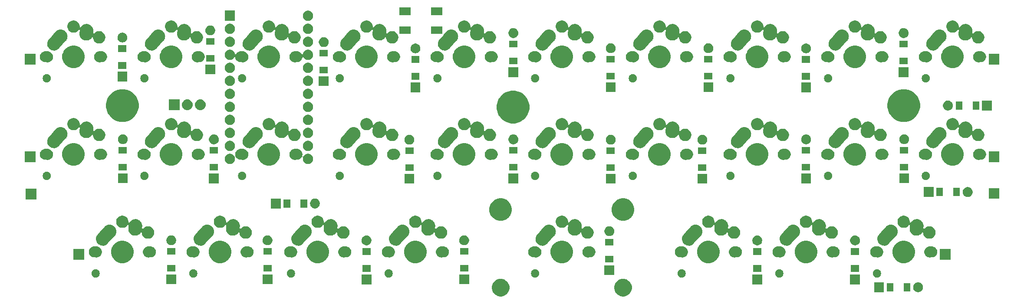
<source format=gbs>
G04 #@! TF.GenerationSoftware,KiCad,Pcbnew,(5.1.0)-1*
G04 #@! TF.CreationDate,2019-07-29T13:52:39-07:00*
G04 #@! TF.ProjectId,alpha_pro_micro,616c7068-615f-4707-926f-5f6d6963726f,rev?*
G04 #@! TF.SameCoordinates,Original*
G04 #@! TF.FileFunction,Soldermask,Bot*
G04 #@! TF.FilePolarity,Negative*
%FSLAX46Y46*%
G04 Gerber Fmt 4.6, Leading zero omitted, Abs format (unit mm)*
G04 Created by KiCad (PCBNEW (5.1.0)-1) date 2019-07-29 13:52:39*
%MOMM*%
%LPD*%
G04 APERTURE LIST*
%ADD10C,0.100000*%
G04 APERTURE END LIST*
D10*
G36*
X183779848Y-152942668D02*
G01*
X183890872Y-152964752D01*
X184020830Y-153018582D01*
X184204619Y-153094710D01*
X184486985Y-153283381D01*
X184727119Y-153523515D01*
X184915790Y-153805881D01*
X184963209Y-153920361D01*
X185028473Y-154077922D01*
X185045748Y-154119629D01*
X185112000Y-154452699D01*
X185112000Y-154792301D01*
X185045748Y-155125371D01*
X184915790Y-155439119D01*
X184727119Y-155721485D01*
X184486985Y-155961619D01*
X184204619Y-156150290D01*
X184020830Y-156226417D01*
X183890872Y-156280248D01*
X183779848Y-156302332D01*
X183557801Y-156346500D01*
X183218199Y-156346500D01*
X182996152Y-156302332D01*
X182885128Y-156280248D01*
X182755170Y-156226418D01*
X182571381Y-156150290D01*
X182289015Y-155961619D01*
X182048881Y-155721485D01*
X181860210Y-155439119D01*
X181730252Y-155125371D01*
X181664000Y-154792301D01*
X181664000Y-154452699D01*
X181730252Y-154119629D01*
X181747528Y-154077922D01*
X181812791Y-153920361D01*
X181860210Y-153805881D01*
X182048881Y-153523515D01*
X182289015Y-153283381D01*
X182571381Y-153094710D01*
X182755170Y-153018583D01*
X182885128Y-152964752D01*
X182996152Y-152942668D01*
X183218199Y-152898500D01*
X183557801Y-152898500D01*
X183779848Y-152942668D01*
X183779848Y-152942668D01*
G37*
G36*
X159903848Y-152942668D02*
G01*
X160014872Y-152964752D01*
X160144830Y-153018582D01*
X160328619Y-153094710D01*
X160610985Y-153283381D01*
X160851119Y-153523515D01*
X161039790Y-153805881D01*
X161087209Y-153920361D01*
X161152473Y-154077922D01*
X161169748Y-154119629D01*
X161236000Y-154452699D01*
X161236000Y-154792301D01*
X161169748Y-155125371D01*
X161039790Y-155439119D01*
X160851119Y-155721485D01*
X160610985Y-155961619D01*
X160328619Y-156150290D01*
X160144830Y-156226417D01*
X160014872Y-156280248D01*
X159903848Y-156302332D01*
X159681801Y-156346500D01*
X159342199Y-156346500D01*
X159120152Y-156302332D01*
X159009128Y-156280248D01*
X158879170Y-156226418D01*
X158695381Y-156150290D01*
X158413015Y-155961619D01*
X158172881Y-155721485D01*
X157984210Y-155439119D01*
X157854252Y-155125371D01*
X157788000Y-154792301D01*
X157788000Y-154452699D01*
X157854252Y-154119629D01*
X157871528Y-154077922D01*
X157936791Y-153920361D01*
X157984210Y-153805881D01*
X158172881Y-153523515D01*
X158413015Y-153283381D01*
X158695381Y-153094710D01*
X158879170Y-153018582D01*
X159009128Y-152964752D01*
X159120152Y-152942668D01*
X159342199Y-152898500D01*
X159681801Y-152898500D01*
X159903848Y-152942668D01*
X159903848Y-152942668D01*
G37*
G36*
X234261000Y-155495600D02*
G01*
X232337000Y-155495600D01*
X232337000Y-153571600D01*
X234261000Y-153571600D01*
X234261000Y-155495600D01*
X234261000Y-155495600D01*
G37*
G36*
X241199604Y-153608568D02*
G01*
X241287142Y-153644828D01*
X241374678Y-153681086D01*
X241374679Y-153681087D01*
X241532237Y-153786363D01*
X241666237Y-153920363D01*
X241754007Y-154051721D01*
X241771514Y-154077922D01*
X241788789Y-154119628D01*
X241844032Y-154252996D01*
X241881000Y-154438850D01*
X241881000Y-154628350D01*
X241844032Y-154814204D01*
X241807772Y-154901742D01*
X241771514Y-154989278D01*
X241771513Y-154989279D01*
X241666237Y-155146837D01*
X241532237Y-155280837D01*
X241400879Y-155368607D01*
X241374678Y-155386114D01*
X241287142Y-155422372D01*
X241199604Y-155458632D01*
X241013750Y-155495600D01*
X240824250Y-155495600D01*
X240638396Y-155458632D01*
X240550858Y-155422372D01*
X240463322Y-155386114D01*
X240437121Y-155368607D01*
X240305763Y-155280837D01*
X240171763Y-155146837D01*
X240066487Y-154989279D01*
X240066486Y-154989278D01*
X240030228Y-154901742D01*
X239993968Y-154814204D01*
X239957000Y-154628350D01*
X239957000Y-154438850D01*
X239993968Y-154252996D01*
X240049211Y-154119628D01*
X240066486Y-154077922D01*
X240083993Y-154051721D01*
X240171763Y-153920363D01*
X240305763Y-153786363D01*
X240463321Y-153681087D01*
X240463322Y-153681086D01*
X240550858Y-153644828D01*
X240638396Y-153608568D01*
X240824250Y-153571600D01*
X241013750Y-153571600D01*
X241199604Y-153608568D01*
X241199604Y-153608568D01*
G37*
G36*
X239409000Y-155333600D02*
G01*
X238109000Y-155333600D01*
X238109000Y-153733600D01*
X239409000Y-153733600D01*
X239409000Y-155333600D01*
X239409000Y-155333600D01*
G37*
G36*
X236109000Y-155333600D02*
G01*
X234809000Y-155333600D01*
X234809000Y-153733600D01*
X236109000Y-153733600D01*
X236109000Y-155333600D01*
X236109000Y-155333600D01*
G37*
G36*
X229600497Y-153978744D02*
G01*
X227676497Y-153978744D01*
X227676497Y-152054744D01*
X229600497Y-152054744D01*
X229600497Y-153978744D01*
X229600497Y-153978744D01*
G37*
G36*
X210525097Y-153978744D02*
G01*
X208601097Y-153978744D01*
X208601097Y-152054744D01*
X210525097Y-152054744D01*
X210525097Y-153978744D01*
X210525097Y-153978744D01*
G37*
G36*
X134299697Y-153978744D02*
G01*
X132375697Y-153978744D01*
X132375697Y-152054744D01*
X134299697Y-152054744D01*
X134299697Y-153978744D01*
X134299697Y-153978744D01*
G37*
G36*
X114995697Y-153953344D02*
G01*
X113071697Y-153953344D01*
X113071697Y-152029344D01*
X114995697Y-152029344D01*
X114995697Y-153953344D01*
X114995697Y-153953344D01*
G37*
G36*
X96225097Y-153953344D02*
G01*
X94301097Y-153953344D01*
X94301097Y-152029344D01*
X96225097Y-152029344D01*
X96225097Y-153953344D01*
X96225097Y-153953344D01*
G37*
G36*
X153349697Y-153953344D02*
G01*
X151425697Y-153953344D01*
X151425697Y-152029344D01*
X153349697Y-152029344D01*
X153349697Y-153953344D01*
X153349697Y-153953344D01*
G37*
G36*
X214088351Y-151068243D02*
G01*
X214233941Y-151128548D01*
X214364970Y-151216099D01*
X214476401Y-151327530D01*
X214563952Y-151458559D01*
X214624257Y-151604149D01*
X214655000Y-151758706D01*
X214655000Y-151916294D01*
X214624257Y-152070851D01*
X214563952Y-152216441D01*
X214476401Y-152347470D01*
X214364970Y-152458901D01*
X214233941Y-152546452D01*
X214088351Y-152606757D01*
X213933794Y-152637500D01*
X213776206Y-152637500D01*
X213621649Y-152606757D01*
X213476059Y-152546452D01*
X213345030Y-152458901D01*
X213233599Y-152347470D01*
X213146048Y-152216441D01*
X213085743Y-152070851D01*
X213055000Y-151916294D01*
X213055000Y-151758706D01*
X213085743Y-151604149D01*
X213146048Y-151458559D01*
X213233599Y-151327530D01*
X213345030Y-151216099D01*
X213476059Y-151128548D01*
X213621649Y-151068243D01*
X213776206Y-151037500D01*
X213933794Y-151037500D01*
X214088351Y-151068243D01*
X214088351Y-151068243D01*
G37*
G36*
X80738351Y-151068243D02*
G01*
X80883941Y-151128548D01*
X81014970Y-151216099D01*
X81126401Y-151327530D01*
X81213952Y-151458559D01*
X81274257Y-151604149D01*
X81305000Y-151758706D01*
X81305000Y-151916294D01*
X81274257Y-152070851D01*
X81213952Y-152216441D01*
X81126401Y-152347470D01*
X81014970Y-152458901D01*
X80883941Y-152546452D01*
X80738351Y-152606757D01*
X80583794Y-152637500D01*
X80426206Y-152637500D01*
X80271649Y-152606757D01*
X80126059Y-152546452D01*
X79995030Y-152458901D01*
X79883599Y-152347470D01*
X79796048Y-152216441D01*
X79735743Y-152070851D01*
X79705000Y-151916294D01*
X79705000Y-151758706D01*
X79735743Y-151604149D01*
X79796048Y-151458559D01*
X79883599Y-151327530D01*
X79995030Y-151216099D01*
X80126059Y-151128548D01*
X80271649Y-151068243D01*
X80426206Y-151037500D01*
X80583794Y-151037500D01*
X80738351Y-151068243D01*
X80738351Y-151068243D01*
G37*
G36*
X99788351Y-151068243D02*
G01*
X99933941Y-151128548D01*
X100064970Y-151216099D01*
X100176401Y-151327530D01*
X100263952Y-151458559D01*
X100324257Y-151604149D01*
X100355000Y-151758706D01*
X100355000Y-151916294D01*
X100324257Y-152070851D01*
X100263952Y-152216441D01*
X100176401Y-152347470D01*
X100064970Y-152458901D01*
X99933941Y-152546452D01*
X99788351Y-152606757D01*
X99633794Y-152637500D01*
X99476206Y-152637500D01*
X99321649Y-152606757D01*
X99176059Y-152546452D01*
X99045030Y-152458901D01*
X98933599Y-152347470D01*
X98846048Y-152216441D01*
X98785743Y-152070851D01*
X98755000Y-151916294D01*
X98755000Y-151758706D01*
X98785743Y-151604149D01*
X98846048Y-151458559D01*
X98933599Y-151327530D01*
X99045030Y-151216099D01*
X99176059Y-151128548D01*
X99321649Y-151068243D01*
X99476206Y-151037500D01*
X99633794Y-151037500D01*
X99788351Y-151068243D01*
X99788351Y-151068243D01*
G37*
G36*
X118838351Y-151068243D02*
G01*
X118983941Y-151128548D01*
X119114970Y-151216099D01*
X119226401Y-151327530D01*
X119313952Y-151458559D01*
X119374257Y-151604149D01*
X119405000Y-151758706D01*
X119405000Y-151916294D01*
X119374257Y-152070851D01*
X119313952Y-152216441D01*
X119226401Y-152347470D01*
X119114970Y-152458901D01*
X118983941Y-152546452D01*
X118838351Y-152606757D01*
X118683794Y-152637500D01*
X118526206Y-152637500D01*
X118371649Y-152606757D01*
X118226059Y-152546452D01*
X118095030Y-152458901D01*
X117983599Y-152347470D01*
X117896048Y-152216441D01*
X117835743Y-152070851D01*
X117805000Y-151916294D01*
X117805000Y-151758706D01*
X117835743Y-151604149D01*
X117896048Y-151458559D01*
X117983599Y-151327530D01*
X118095030Y-151216099D01*
X118226059Y-151128548D01*
X118371649Y-151068243D01*
X118526206Y-151037500D01*
X118683794Y-151037500D01*
X118838351Y-151068243D01*
X118838351Y-151068243D01*
G37*
G36*
X137888351Y-151068243D02*
G01*
X138033941Y-151128548D01*
X138164970Y-151216099D01*
X138276401Y-151327530D01*
X138363952Y-151458559D01*
X138424257Y-151604149D01*
X138455000Y-151758706D01*
X138455000Y-151916294D01*
X138424257Y-152070851D01*
X138363952Y-152216441D01*
X138276401Y-152347470D01*
X138164970Y-152458901D01*
X138033941Y-152546452D01*
X137888351Y-152606757D01*
X137733794Y-152637500D01*
X137576206Y-152637500D01*
X137421649Y-152606757D01*
X137276059Y-152546452D01*
X137145030Y-152458901D01*
X137033599Y-152347470D01*
X136946048Y-152216441D01*
X136885743Y-152070851D01*
X136855000Y-151916294D01*
X136855000Y-151758706D01*
X136885743Y-151604149D01*
X136946048Y-151458559D01*
X137033599Y-151327530D01*
X137145030Y-151216099D01*
X137276059Y-151128548D01*
X137421649Y-151068243D01*
X137576206Y-151037500D01*
X137733794Y-151037500D01*
X137888351Y-151068243D01*
X137888351Y-151068243D01*
G37*
G36*
X166463351Y-151068243D02*
G01*
X166608941Y-151128548D01*
X166739970Y-151216099D01*
X166851401Y-151327530D01*
X166938952Y-151458559D01*
X166999257Y-151604149D01*
X167030000Y-151758706D01*
X167030000Y-151916294D01*
X166999257Y-152070851D01*
X166938952Y-152216441D01*
X166851401Y-152347470D01*
X166739970Y-152458901D01*
X166608941Y-152546452D01*
X166463351Y-152606757D01*
X166308794Y-152637500D01*
X166151206Y-152637500D01*
X165996649Y-152606757D01*
X165851059Y-152546452D01*
X165720030Y-152458901D01*
X165608599Y-152347470D01*
X165521048Y-152216441D01*
X165460743Y-152070851D01*
X165430000Y-151916294D01*
X165430000Y-151758706D01*
X165460743Y-151604149D01*
X165521048Y-151458559D01*
X165608599Y-151327530D01*
X165720030Y-151216099D01*
X165851059Y-151128548D01*
X165996649Y-151068243D01*
X166151206Y-151037500D01*
X166308794Y-151037500D01*
X166463351Y-151068243D01*
X166463351Y-151068243D01*
G37*
G36*
X233138351Y-151068243D02*
G01*
X233283941Y-151128548D01*
X233414970Y-151216099D01*
X233526401Y-151327530D01*
X233613952Y-151458559D01*
X233674257Y-151604149D01*
X233705000Y-151758706D01*
X233705000Y-151916294D01*
X233674257Y-152070851D01*
X233613952Y-152216441D01*
X233526401Y-152347470D01*
X233414970Y-152458901D01*
X233283941Y-152546452D01*
X233138351Y-152606757D01*
X232983794Y-152637500D01*
X232826206Y-152637500D01*
X232671649Y-152606757D01*
X232526059Y-152546452D01*
X232395030Y-152458901D01*
X232283599Y-152347470D01*
X232196048Y-152216441D01*
X232135743Y-152070851D01*
X232105000Y-151916294D01*
X232105000Y-151758706D01*
X232135743Y-151604149D01*
X232196048Y-151458559D01*
X232283599Y-151327530D01*
X232395030Y-151216099D01*
X232526059Y-151128548D01*
X232671649Y-151068243D01*
X232826206Y-151037500D01*
X232983794Y-151037500D01*
X233138351Y-151068243D01*
X233138351Y-151068243D01*
G37*
G36*
X195038351Y-151068243D02*
G01*
X195183941Y-151128548D01*
X195314970Y-151216099D01*
X195426401Y-151327530D01*
X195513952Y-151458559D01*
X195574257Y-151604149D01*
X195605000Y-151758706D01*
X195605000Y-151916294D01*
X195574257Y-152070851D01*
X195513952Y-152216441D01*
X195426401Y-152347470D01*
X195314970Y-152458901D01*
X195183941Y-152546452D01*
X195038351Y-152606757D01*
X194883794Y-152637500D01*
X194726206Y-152637500D01*
X194571649Y-152606757D01*
X194426059Y-152546452D01*
X194295030Y-152458901D01*
X194183599Y-152347470D01*
X194096048Y-152216441D01*
X194035743Y-152070851D01*
X194005000Y-151916294D01*
X194005000Y-151758706D01*
X194035743Y-151604149D01*
X194096048Y-151458559D01*
X194183599Y-151327530D01*
X194295030Y-151216099D01*
X194426059Y-151128548D01*
X194571649Y-151068243D01*
X194726206Y-151037500D01*
X194883794Y-151037500D01*
X195038351Y-151068243D01*
X195038351Y-151068243D01*
G37*
G36*
X181670697Y-152175344D02*
G01*
X179746697Y-152175344D01*
X179746697Y-150251344D01*
X181670697Y-150251344D01*
X181670697Y-152175344D01*
X181670697Y-152175344D01*
G37*
G36*
X210363097Y-151506744D02*
G01*
X208763097Y-151506744D01*
X208763097Y-150206744D01*
X210363097Y-150206744D01*
X210363097Y-151506744D01*
X210363097Y-151506744D01*
G37*
G36*
X134137697Y-151506744D02*
G01*
X132537697Y-151506744D01*
X132537697Y-150206744D01*
X134137697Y-150206744D01*
X134137697Y-151506744D01*
X134137697Y-151506744D01*
G37*
G36*
X229438497Y-151506744D02*
G01*
X227838497Y-151506744D01*
X227838497Y-150206744D01*
X229438497Y-150206744D01*
X229438497Y-151506744D01*
X229438497Y-151506744D01*
G37*
G36*
X96063097Y-151481344D02*
G01*
X94463097Y-151481344D01*
X94463097Y-150181344D01*
X96063097Y-150181344D01*
X96063097Y-151481344D01*
X96063097Y-151481344D01*
G37*
G36*
X114833697Y-151481344D02*
G01*
X113233697Y-151481344D01*
X113233697Y-150181344D01*
X114833697Y-150181344D01*
X114833697Y-151481344D01*
X114833697Y-151481344D01*
G37*
G36*
X153187697Y-151481344D02*
G01*
X151587697Y-151481344D01*
X151587697Y-150181344D01*
X153187697Y-150181344D01*
X153187697Y-151481344D01*
X153187697Y-151481344D01*
G37*
G36*
X143514936Y-145527910D02*
G01*
X143680317Y-145596413D01*
X143914201Y-145693291D01*
X144273530Y-145933387D01*
X144579113Y-146238970D01*
X144819209Y-146598299D01*
X144864235Y-146707002D01*
X144984590Y-146997564D01*
X145068900Y-147421418D01*
X145068900Y-147853582D01*
X144984590Y-148277436D01*
X144972412Y-148306835D01*
X144819209Y-148676701D01*
X144579113Y-149036030D01*
X144273530Y-149341613D01*
X143914201Y-149581709D01*
X143680317Y-149678587D01*
X143514936Y-149747090D01*
X143091082Y-149831400D01*
X142658918Y-149831400D01*
X142235064Y-149747090D01*
X142069683Y-149678587D01*
X141835799Y-149581709D01*
X141476470Y-149341613D01*
X141170887Y-149036030D01*
X140930791Y-148676701D01*
X140777588Y-148306835D01*
X140765410Y-148277436D01*
X140681100Y-147853582D01*
X140681100Y-147421418D01*
X140765410Y-146997564D01*
X140885765Y-146707002D01*
X140930791Y-146598299D01*
X141170887Y-146238970D01*
X141476470Y-145933387D01*
X141835799Y-145693291D01*
X142069683Y-145596413D01*
X142235064Y-145527910D01*
X142658918Y-145443600D01*
X143091082Y-145443600D01*
X143514936Y-145527910D01*
X143514936Y-145527910D01*
G37*
G36*
X124464936Y-145527910D02*
G01*
X124630317Y-145596413D01*
X124864201Y-145693291D01*
X125223530Y-145933387D01*
X125529113Y-146238970D01*
X125769209Y-146598299D01*
X125814235Y-146707002D01*
X125934590Y-146997564D01*
X126018900Y-147421418D01*
X126018900Y-147853582D01*
X125934590Y-148277436D01*
X125922412Y-148306835D01*
X125769209Y-148676701D01*
X125529113Y-149036030D01*
X125223530Y-149341613D01*
X124864201Y-149581709D01*
X124630317Y-149678587D01*
X124464936Y-149747090D01*
X124041082Y-149831400D01*
X123608918Y-149831400D01*
X123185064Y-149747090D01*
X123019683Y-149678587D01*
X122785799Y-149581709D01*
X122426470Y-149341613D01*
X122120887Y-149036030D01*
X121880791Y-148676701D01*
X121727588Y-148306835D01*
X121715410Y-148277436D01*
X121631100Y-147853582D01*
X121631100Y-147421418D01*
X121715410Y-146997564D01*
X121835765Y-146707002D01*
X121880791Y-146598299D01*
X122120887Y-146238970D01*
X122426470Y-145933387D01*
X122785799Y-145693291D01*
X123019683Y-145596413D01*
X123185064Y-145527910D01*
X123608918Y-145443600D01*
X124041082Y-145443600D01*
X124464936Y-145527910D01*
X124464936Y-145527910D01*
G37*
G36*
X172089936Y-145527910D02*
G01*
X172255317Y-145596413D01*
X172489201Y-145693291D01*
X172848530Y-145933387D01*
X173154113Y-146238970D01*
X173394209Y-146598299D01*
X173439235Y-146707002D01*
X173559590Y-146997564D01*
X173643900Y-147421418D01*
X173643900Y-147853582D01*
X173559590Y-148277436D01*
X173547412Y-148306835D01*
X173394209Y-148676701D01*
X173154113Y-149036030D01*
X172848530Y-149341613D01*
X172489201Y-149581709D01*
X172255317Y-149678587D01*
X172089936Y-149747090D01*
X171666082Y-149831400D01*
X171233918Y-149831400D01*
X170810064Y-149747090D01*
X170644683Y-149678587D01*
X170410799Y-149581709D01*
X170051470Y-149341613D01*
X169745887Y-149036030D01*
X169505791Y-148676701D01*
X169352588Y-148306835D01*
X169340410Y-148277436D01*
X169256100Y-147853582D01*
X169256100Y-147421418D01*
X169340410Y-146997564D01*
X169460765Y-146707002D01*
X169505791Y-146598299D01*
X169745887Y-146238970D01*
X170051470Y-145933387D01*
X170410799Y-145693291D01*
X170644683Y-145596413D01*
X170810064Y-145527910D01*
X171233918Y-145443600D01*
X171666082Y-145443600D01*
X172089936Y-145527910D01*
X172089936Y-145527910D01*
G37*
G36*
X105414936Y-145527910D02*
G01*
X105580317Y-145596413D01*
X105814201Y-145693291D01*
X106173530Y-145933387D01*
X106479113Y-146238970D01*
X106719209Y-146598299D01*
X106764235Y-146707002D01*
X106884590Y-146997564D01*
X106968900Y-147421418D01*
X106968900Y-147853582D01*
X106884590Y-148277436D01*
X106872412Y-148306835D01*
X106719209Y-148676701D01*
X106479113Y-149036030D01*
X106173530Y-149341613D01*
X105814201Y-149581709D01*
X105580317Y-149678587D01*
X105414936Y-149747090D01*
X104991082Y-149831400D01*
X104558918Y-149831400D01*
X104135064Y-149747090D01*
X103969683Y-149678587D01*
X103735799Y-149581709D01*
X103376470Y-149341613D01*
X103070887Y-149036030D01*
X102830791Y-148676701D01*
X102677588Y-148306835D01*
X102665410Y-148277436D01*
X102581100Y-147853582D01*
X102581100Y-147421418D01*
X102665410Y-146997564D01*
X102785765Y-146707002D01*
X102830791Y-146598299D01*
X103070887Y-146238970D01*
X103376470Y-145933387D01*
X103735799Y-145693291D01*
X103969683Y-145596413D01*
X104135064Y-145527910D01*
X104558918Y-145443600D01*
X104991082Y-145443600D01*
X105414936Y-145527910D01*
X105414936Y-145527910D01*
G37*
G36*
X219714936Y-145527910D02*
G01*
X219880317Y-145596413D01*
X220114201Y-145693291D01*
X220473530Y-145933387D01*
X220779113Y-146238970D01*
X221019209Y-146598299D01*
X221064235Y-146707002D01*
X221184590Y-146997564D01*
X221268900Y-147421418D01*
X221268900Y-147853582D01*
X221184590Y-148277436D01*
X221172412Y-148306835D01*
X221019209Y-148676701D01*
X220779113Y-149036030D01*
X220473530Y-149341613D01*
X220114201Y-149581709D01*
X219880317Y-149678587D01*
X219714936Y-149747090D01*
X219291082Y-149831400D01*
X218858918Y-149831400D01*
X218435064Y-149747090D01*
X218269683Y-149678587D01*
X218035799Y-149581709D01*
X217676470Y-149341613D01*
X217370887Y-149036030D01*
X217130791Y-148676701D01*
X216977588Y-148306835D01*
X216965410Y-148277436D01*
X216881100Y-147853582D01*
X216881100Y-147421418D01*
X216965410Y-146997564D01*
X217085765Y-146707002D01*
X217130791Y-146598299D01*
X217370887Y-146238970D01*
X217676470Y-145933387D01*
X218035799Y-145693291D01*
X218269683Y-145596413D01*
X218435064Y-145527910D01*
X218858918Y-145443600D01*
X219291082Y-145443600D01*
X219714936Y-145527910D01*
X219714936Y-145527910D01*
G37*
G36*
X86364936Y-145527910D02*
G01*
X86530317Y-145596413D01*
X86764201Y-145693291D01*
X87123530Y-145933387D01*
X87429113Y-146238970D01*
X87669209Y-146598299D01*
X87714235Y-146707002D01*
X87834590Y-146997564D01*
X87918900Y-147421418D01*
X87918900Y-147853582D01*
X87834590Y-148277436D01*
X87822412Y-148306835D01*
X87669209Y-148676701D01*
X87429113Y-149036030D01*
X87123530Y-149341613D01*
X86764201Y-149581709D01*
X86530317Y-149678587D01*
X86364936Y-149747090D01*
X85941082Y-149831400D01*
X85508918Y-149831400D01*
X85085064Y-149747090D01*
X84919683Y-149678587D01*
X84685799Y-149581709D01*
X84326470Y-149341613D01*
X84020887Y-149036030D01*
X83780791Y-148676701D01*
X83627588Y-148306835D01*
X83615410Y-148277436D01*
X83531100Y-147853582D01*
X83531100Y-147421418D01*
X83615410Y-146997564D01*
X83735765Y-146707002D01*
X83780791Y-146598299D01*
X84020887Y-146238970D01*
X84326470Y-145933387D01*
X84685799Y-145693291D01*
X84919683Y-145596413D01*
X85085064Y-145527910D01*
X85508918Y-145443600D01*
X85941082Y-145443600D01*
X86364936Y-145527910D01*
X86364936Y-145527910D01*
G37*
G36*
X238764936Y-145527910D02*
G01*
X238930317Y-145596413D01*
X239164201Y-145693291D01*
X239523530Y-145933387D01*
X239829113Y-146238970D01*
X240069209Y-146598299D01*
X240114235Y-146707002D01*
X240234590Y-146997564D01*
X240318900Y-147421418D01*
X240318900Y-147853582D01*
X240234590Y-148277436D01*
X240222412Y-148306835D01*
X240069209Y-148676701D01*
X239829113Y-149036030D01*
X239523530Y-149341613D01*
X239164201Y-149581709D01*
X238930317Y-149678587D01*
X238764936Y-149747090D01*
X238341082Y-149831400D01*
X237908918Y-149831400D01*
X237485064Y-149747090D01*
X237319683Y-149678587D01*
X237085799Y-149581709D01*
X236726470Y-149341613D01*
X236420887Y-149036030D01*
X236180791Y-148676701D01*
X236027588Y-148306835D01*
X236015410Y-148277436D01*
X235931100Y-147853582D01*
X235931100Y-147421418D01*
X236015410Y-146997564D01*
X236135765Y-146707002D01*
X236180791Y-146598299D01*
X236420887Y-146238970D01*
X236726470Y-145933387D01*
X237085799Y-145693291D01*
X237319683Y-145596413D01*
X237485064Y-145527910D01*
X237908918Y-145443600D01*
X238341082Y-145443600D01*
X238764936Y-145527910D01*
X238764936Y-145527910D01*
G37*
G36*
X200664936Y-145527910D02*
G01*
X200830317Y-145596413D01*
X201064201Y-145693291D01*
X201423530Y-145933387D01*
X201729113Y-146238970D01*
X201969209Y-146598299D01*
X202014235Y-146707002D01*
X202134590Y-146997564D01*
X202218900Y-147421418D01*
X202218900Y-147853582D01*
X202134590Y-148277436D01*
X202122412Y-148306835D01*
X201969209Y-148676701D01*
X201729113Y-149036030D01*
X201423530Y-149341613D01*
X201064201Y-149581709D01*
X200830317Y-149678587D01*
X200664936Y-149747090D01*
X200241082Y-149831400D01*
X199808918Y-149831400D01*
X199385064Y-149747090D01*
X199219683Y-149678587D01*
X198985799Y-149581709D01*
X198626470Y-149341613D01*
X198320887Y-149036030D01*
X198080791Y-148676701D01*
X197927588Y-148306835D01*
X197915410Y-148277436D01*
X197831100Y-147853582D01*
X197831100Y-147421418D01*
X197915410Y-146997564D01*
X198035765Y-146707002D01*
X198080791Y-146598299D01*
X198320887Y-146238970D01*
X198626470Y-145933387D01*
X198985799Y-145693291D01*
X199219683Y-145596413D01*
X199385064Y-145527910D01*
X199808918Y-145443600D01*
X200241082Y-145443600D01*
X200664936Y-145527910D01*
X200664936Y-145527910D01*
G37*
G36*
X181508697Y-149703344D02*
G01*
X179908697Y-149703344D01*
X179908697Y-148403344D01*
X181508697Y-148403344D01*
X181508697Y-149703344D01*
X181508697Y-149703344D01*
G37*
G36*
X247275000Y-149183594D02*
G01*
X245175000Y-149183594D01*
X245175000Y-147083594D01*
X247275000Y-147083594D01*
X247275000Y-149183594D01*
X247275000Y-149183594D01*
G37*
G36*
X78291797Y-149183594D02*
G01*
X76191797Y-149183594D01*
X76191797Y-147083594D01*
X78291797Y-147083594D01*
X78291797Y-149183594D01*
X78291797Y-149183594D01*
G37*
G36*
X243454686Y-146591105D02*
G01*
X243479072Y-146593507D01*
X243503457Y-146591105D01*
X243521582Y-146587500D01*
X243728417Y-146587500D01*
X243746540Y-146591105D01*
X243931274Y-146627850D01*
X244122362Y-146707002D01*
X244294336Y-146821911D01*
X244440589Y-146968164D01*
X244555498Y-147140138D01*
X244634650Y-147331226D01*
X244675000Y-147534084D01*
X244675000Y-147740916D01*
X244634650Y-147943774D01*
X244555498Y-148134862D01*
X244440589Y-148306836D01*
X244294336Y-148453089D01*
X244122362Y-148567998D01*
X243931274Y-148647150D01*
X243758616Y-148681493D01*
X243728417Y-148687500D01*
X243521582Y-148687500D01*
X243503457Y-148683895D01*
X243479071Y-148681493D01*
X243454686Y-148683895D01*
X243310880Y-148712500D01*
X243099121Y-148712500D01*
X242995278Y-148691844D01*
X242891434Y-148671188D01*
X242833399Y-148647149D01*
X242695797Y-148590153D01*
X242519728Y-148472507D01*
X242369993Y-148322772D01*
X242252347Y-148146703D01*
X242171312Y-147951065D01*
X242130000Y-147743379D01*
X242130000Y-147531621D01*
X242171312Y-147323935D01*
X242252347Y-147128297D01*
X242369993Y-146952228D01*
X242519728Y-146802493D01*
X242695797Y-146684847D01*
X242834134Y-146627547D01*
X242891434Y-146603812D01*
X242995278Y-146583156D01*
X243099121Y-146562500D01*
X243310880Y-146562500D01*
X243454686Y-146591105D01*
X243454686Y-146591105D01*
G37*
G36*
X224404686Y-146591105D02*
G01*
X224429072Y-146593507D01*
X224453457Y-146591105D01*
X224471582Y-146587500D01*
X224678417Y-146587500D01*
X224696540Y-146591105D01*
X224881274Y-146627850D01*
X225072362Y-146707002D01*
X225244336Y-146821911D01*
X225390589Y-146968164D01*
X225505498Y-147140138D01*
X225584650Y-147331226D01*
X225625000Y-147534084D01*
X225625000Y-147740916D01*
X225584650Y-147943774D01*
X225505498Y-148134862D01*
X225390589Y-148306836D01*
X225244336Y-148453089D01*
X225072362Y-148567998D01*
X224881274Y-148647150D01*
X224708616Y-148681493D01*
X224678417Y-148687500D01*
X224471582Y-148687500D01*
X224453457Y-148683895D01*
X224429071Y-148681493D01*
X224404686Y-148683895D01*
X224260880Y-148712500D01*
X224049121Y-148712500D01*
X223945278Y-148691844D01*
X223841434Y-148671188D01*
X223783399Y-148647149D01*
X223645797Y-148590153D01*
X223469728Y-148472507D01*
X223319993Y-148322772D01*
X223202347Y-148146703D01*
X223121312Y-147951065D01*
X223080000Y-147743379D01*
X223080000Y-147531621D01*
X223121312Y-147323935D01*
X223202347Y-147128297D01*
X223319993Y-146952228D01*
X223469728Y-146802493D01*
X223645797Y-146684847D01*
X223784134Y-146627547D01*
X223841434Y-146603812D01*
X223945278Y-146583156D01*
X224049121Y-146562500D01*
X224260880Y-146562500D01*
X224404686Y-146591105D01*
X224404686Y-146591105D01*
G37*
G36*
X205354686Y-146591105D02*
G01*
X205379072Y-146593507D01*
X205403457Y-146591105D01*
X205421582Y-146587500D01*
X205628417Y-146587500D01*
X205646540Y-146591105D01*
X205831274Y-146627850D01*
X206022362Y-146707002D01*
X206194336Y-146821911D01*
X206340589Y-146968164D01*
X206455498Y-147140138D01*
X206534650Y-147331226D01*
X206575000Y-147534084D01*
X206575000Y-147740916D01*
X206534650Y-147943774D01*
X206455498Y-148134862D01*
X206340589Y-148306836D01*
X206194336Y-148453089D01*
X206022362Y-148567998D01*
X205831274Y-148647150D01*
X205658616Y-148681493D01*
X205628417Y-148687500D01*
X205421582Y-148687500D01*
X205403457Y-148683895D01*
X205379071Y-148681493D01*
X205354686Y-148683895D01*
X205210880Y-148712500D01*
X204999121Y-148712500D01*
X204895278Y-148691844D01*
X204791434Y-148671188D01*
X204733399Y-148647149D01*
X204595797Y-148590153D01*
X204419728Y-148472507D01*
X204269993Y-148322772D01*
X204152347Y-148146703D01*
X204071312Y-147951065D01*
X204030000Y-147743379D01*
X204030000Y-147531621D01*
X204071312Y-147323935D01*
X204152347Y-147128297D01*
X204269993Y-146952228D01*
X204419728Y-146802493D01*
X204595797Y-146684847D01*
X204734134Y-146627547D01*
X204791434Y-146603812D01*
X204895278Y-146583156D01*
X204999121Y-146562500D01*
X205210880Y-146562500D01*
X205354686Y-146591105D01*
X205354686Y-146591105D01*
G37*
G36*
X148204686Y-146591105D02*
G01*
X148229072Y-146593507D01*
X148253457Y-146591105D01*
X148271582Y-146587500D01*
X148478417Y-146587500D01*
X148496540Y-146591105D01*
X148681274Y-146627850D01*
X148872362Y-146707002D01*
X149044336Y-146821911D01*
X149190589Y-146968164D01*
X149305498Y-147140138D01*
X149384650Y-147331226D01*
X149425000Y-147534084D01*
X149425000Y-147740916D01*
X149384650Y-147943774D01*
X149305498Y-148134862D01*
X149190589Y-148306836D01*
X149044336Y-148453089D01*
X148872362Y-148567998D01*
X148681274Y-148647150D01*
X148508616Y-148681493D01*
X148478417Y-148687500D01*
X148271582Y-148687500D01*
X148253457Y-148683895D01*
X148229071Y-148681493D01*
X148204686Y-148683895D01*
X148060880Y-148712500D01*
X147849121Y-148712500D01*
X147745278Y-148691844D01*
X147641434Y-148671188D01*
X147583399Y-148647149D01*
X147445797Y-148590153D01*
X147269728Y-148472507D01*
X147119993Y-148322772D01*
X147002347Y-148146703D01*
X146921312Y-147951065D01*
X146880000Y-147743379D01*
X146880000Y-147531621D01*
X146921312Y-147323935D01*
X147002347Y-147128297D01*
X147119993Y-146952228D01*
X147269728Y-146802493D01*
X147445797Y-146684847D01*
X147584134Y-146627547D01*
X147641434Y-146603812D01*
X147745278Y-146583156D01*
X147849121Y-146562500D01*
X148060880Y-146562500D01*
X148204686Y-146591105D01*
X148204686Y-146591105D01*
G37*
G36*
X138004722Y-146583156D02*
G01*
X138108566Y-146603812D01*
X138165866Y-146627547D01*
X138304203Y-146684847D01*
X138480272Y-146802493D01*
X138630007Y-146952228D01*
X138747653Y-147128297D01*
X138828688Y-147323935D01*
X138870000Y-147531621D01*
X138870000Y-147743379D01*
X138828688Y-147951065D01*
X138747653Y-148146703D01*
X138630007Y-148322772D01*
X138480272Y-148472507D01*
X138304203Y-148590153D01*
X138166601Y-148647149D01*
X138108566Y-148671188D01*
X138004722Y-148691844D01*
X137900879Y-148712500D01*
X137689120Y-148712500D01*
X137545314Y-148683895D01*
X137520928Y-148681493D01*
X137496543Y-148683895D01*
X137478418Y-148687500D01*
X137271583Y-148687500D01*
X137241384Y-148681493D01*
X137068726Y-148647150D01*
X136877638Y-148567998D01*
X136705664Y-148453089D01*
X136559411Y-148306836D01*
X136444502Y-148134862D01*
X136365350Y-147943774D01*
X136325000Y-147740916D01*
X136325000Y-147534084D01*
X136365350Y-147331226D01*
X136444502Y-147140138D01*
X136559411Y-146968164D01*
X136705664Y-146821911D01*
X136877638Y-146707002D01*
X137068726Y-146627850D01*
X137253460Y-146591105D01*
X137271583Y-146587500D01*
X137478418Y-146587500D01*
X137496543Y-146591105D01*
X137520929Y-146593507D01*
X137545314Y-146591105D01*
X137689120Y-146562500D01*
X137900879Y-146562500D01*
X138004722Y-146583156D01*
X138004722Y-146583156D01*
G37*
G36*
X129154686Y-146591105D02*
G01*
X129179072Y-146593507D01*
X129203457Y-146591105D01*
X129221582Y-146587500D01*
X129428417Y-146587500D01*
X129446540Y-146591105D01*
X129631274Y-146627850D01*
X129822362Y-146707002D01*
X129994336Y-146821911D01*
X130140589Y-146968164D01*
X130255498Y-147140138D01*
X130334650Y-147331226D01*
X130375000Y-147534084D01*
X130375000Y-147740916D01*
X130334650Y-147943774D01*
X130255498Y-148134862D01*
X130140589Y-148306836D01*
X129994336Y-148453089D01*
X129822362Y-148567998D01*
X129631274Y-148647150D01*
X129458616Y-148681493D01*
X129428417Y-148687500D01*
X129221582Y-148687500D01*
X129203457Y-148683895D01*
X129179071Y-148681493D01*
X129154686Y-148683895D01*
X129010880Y-148712500D01*
X128799121Y-148712500D01*
X128695278Y-148691844D01*
X128591434Y-148671188D01*
X128533399Y-148647149D01*
X128395797Y-148590153D01*
X128219728Y-148472507D01*
X128069993Y-148322772D01*
X127952347Y-148146703D01*
X127871312Y-147951065D01*
X127830000Y-147743379D01*
X127830000Y-147531621D01*
X127871312Y-147323935D01*
X127952347Y-147128297D01*
X128069993Y-146952228D01*
X128219728Y-146802493D01*
X128395797Y-146684847D01*
X128534134Y-146627547D01*
X128591434Y-146603812D01*
X128695278Y-146583156D01*
X128799121Y-146562500D01*
X129010880Y-146562500D01*
X129154686Y-146591105D01*
X129154686Y-146591105D01*
G37*
G36*
X118954722Y-146583156D02*
G01*
X119058566Y-146603812D01*
X119115866Y-146627547D01*
X119254203Y-146684847D01*
X119430272Y-146802493D01*
X119580007Y-146952228D01*
X119697653Y-147128297D01*
X119778688Y-147323935D01*
X119820000Y-147531621D01*
X119820000Y-147743379D01*
X119778688Y-147951065D01*
X119697653Y-148146703D01*
X119580007Y-148322772D01*
X119430272Y-148472507D01*
X119254203Y-148590153D01*
X119116601Y-148647149D01*
X119058566Y-148671188D01*
X118954722Y-148691844D01*
X118850879Y-148712500D01*
X118639120Y-148712500D01*
X118495314Y-148683895D01*
X118470928Y-148681493D01*
X118446543Y-148683895D01*
X118428418Y-148687500D01*
X118221583Y-148687500D01*
X118191384Y-148681493D01*
X118018726Y-148647150D01*
X117827638Y-148567998D01*
X117655664Y-148453089D01*
X117509411Y-148306836D01*
X117394502Y-148134862D01*
X117315350Y-147943774D01*
X117275000Y-147740916D01*
X117275000Y-147534084D01*
X117315350Y-147331226D01*
X117394502Y-147140138D01*
X117509411Y-146968164D01*
X117655664Y-146821911D01*
X117827638Y-146707002D01*
X118018726Y-146627850D01*
X118203460Y-146591105D01*
X118221583Y-146587500D01*
X118428418Y-146587500D01*
X118446543Y-146591105D01*
X118470929Y-146593507D01*
X118495314Y-146591105D01*
X118639120Y-146562500D01*
X118850879Y-146562500D01*
X118954722Y-146583156D01*
X118954722Y-146583156D01*
G37*
G36*
X80854722Y-146583156D02*
G01*
X80958566Y-146603812D01*
X81015866Y-146627547D01*
X81154203Y-146684847D01*
X81330272Y-146802493D01*
X81480007Y-146952228D01*
X81597653Y-147128297D01*
X81678688Y-147323935D01*
X81720000Y-147531621D01*
X81720000Y-147743379D01*
X81678688Y-147951065D01*
X81597653Y-148146703D01*
X81480007Y-148322772D01*
X81330272Y-148472507D01*
X81154203Y-148590153D01*
X81016601Y-148647149D01*
X80958566Y-148671188D01*
X80854722Y-148691844D01*
X80750879Y-148712500D01*
X80539120Y-148712500D01*
X80395314Y-148683895D01*
X80370928Y-148681493D01*
X80346543Y-148683895D01*
X80328418Y-148687500D01*
X80121583Y-148687500D01*
X80091384Y-148681493D01*
X79918726Y-148647150D01*
X79727638Y-148567998D01*
X79555664Y-148453089D01*
X79409411Y-148306836D01*
X79294502Y-148134862D01*
X79215350Y-147943774D01*
X79175000Y-147740916D01*
X79175000Y-147534084D01*
X79215350Y-147331226D01*
X79294502Y-147140138D01*
X79409411Y-146968164D01*
X79555664Y-146821911D01*
X79727638Y-146707002D01*
X79918726Y-146627850D01*
X80103460Y-146591105D01*
X80121583Y-146587500D01*
X80328418Y-146587500D01*
X80346543Y-146591105D01*
X80370929Y-146593507D01*
X80395314Y-146591105D01*
X80539120Y-146562500D01*
X80750879Y-146562500D01*
X80854722Y-146583156D01*
X80854722Y-146583156D01*
G37*
G36*
X91054686Y-146591105D02*
G01*
X91079072Y-146593507D01*
X91103457Y-146591105D01*
X91121582Y-146587500D01*
X91328417Y-146587500D01*
X91346540Y-146591105D01*
X91531274Y-146627850D01*
X91722362Y-146707002D01*
X91894336Y-146821911D01*
X92040589Y-146968164D01*
X92155498Y-147140138D01*
X92234650Y-147331226D01*
X92275000Y-147534084D01*
X92275000Y-147740916D01*
X92234650Y-147943774D01*
X92155498Y-148134862D01*
X92040589Y-148306836D01*
X91894336Y-148453089D01*
X91722362Y-148567998D01*
X91531274Y-148647150D01*
X91358616Y-148681493D01*
X91328417Y-148687500D01*
X91121582Y-148687500D01*
X91103457Y-148683895D01*
X91079071Y-148681493D01*
X91054686Y-148683895D01*
X90910880Y-148712500D01*
X90699121Y-148712500D01*
X90595278Y-148691844D01*
X90491434Y-148671188D01*
X90433399Y-148647149D01*
X90295797Y-148590153D01*
X90119728Y-148472507D01*
X89969993Y-148322772D01*
X89852347Y-148146703D01*
X89771312Y-147951065D01*
X89730000Y-147743379D01*
X89730000Y-147531621D01*
X89771312Y-147323935D01*
X89852347Y-147128297D01*
X89969993Y-146952228D01*
X90119728Y-146802493D01*
X90295797Y-146684847D01*
X90434134Y-146627547D01*
X90491434Y-146603812D01*
X90595278Y-146583156D01*
X90699121Y-146562500D01*
X90910880Y-146562500D01*
X91054686Y-146591105D01*
X91054686Y-146591105D01*
G37*
G36*
X110104686Y-146591105D02*
G01*
X110129072Y-146593507D01*
X110153457Y-146591105D01*
X110171582Y-146587500D01*
X110378417Y-146587500D01*
X110396540Y-146591105D01*
X110581274Y-146627850D01*
X110772362Y-146707002D01*
X110944336Y-146821911D01*
X111090589Y-146968164D01*
X111205498Y-147140138D01*
X111284650Y-147331226D01*
X111325000Y-147534084D01*
X111325000Y-147740916D01*
X111284650Y-147943774D01*
X111205498Y-148134862D01*
X111090589Y-148306836D01*
X110944336Y-148453089D01*
X110772362Y-148567998D01*
X110581274Y-148647150D01*
X110408616Y-148681493D01*
X110378417Y-148687500D01*
X110171582Y-148687500D01*
X110153457Y-148683895D01*
X110129071Y-148681493D01*
X110104686Y-148683895D01*
X109960880Y-148712500D01*
X109749121Y-148712500D01*
X109645278Y-148691844D01*
X109541434Y-148671188D01*
X109483399Y-148647149D01*
X109345797Y-148590153D01*
X109169728Y-148472507D01*
X109019993Y-148322772D01*
X108902347Y-148146703D01*
X108821312Y-147951065D01*
X108780000Y-147743379D01*
X108780000Y-147531621D01*
X108821312Y-147323935D01*
X108902347Y-147128297D01*
X109019993Y-146952228D01*
X109169728Y-146802493D01*
X109345797Y-146684847D01*
X109484134Y-146627547D01*
X109541434Y-146603812D01*
X109645278Y-146583156D01*
X109749121Y-146562500D01*
X109960880Y-146562500D01*
X110104686Y-146591105D01*
X110104686Y-146591105D01*
G37*
G36*
X99904722Y-146583156D02*
G01*
X100008566Y-146603812D01*
X100065866Y-146627547D01*
X100204203Y-146684847D01*
X100380272Y-146802493D01*
X100530007Y-146952228D01*
X100647653Y-147128297D01*
X100728688Y-147323935D01*
X100770000Y-147531621D01*
X100770000Y-147743379D01*
X100728688Y-147951065D01*
X100647653Y-148146703D01*
X100530007Y-148322772D01*
X100380272Y-148472507D01*
X100204203Y-148590153D01*
X100066601Y-148647149D01*
X100008566Y-148671188D01*
X99904722Y-148691844D01*
X99800879Y-148712500D01*
X99589120Y-148712500D01*
X99445314Y-148683895D01*
X99420928Y-148681493D01*
X99396543Y-148683895D01*
X99378418Y-148687500D01*
X99171583Y-148687500D01*
X99141384Y-148681493D01*
X98968726Y-148647150D01*
X98777638Y-148567998D01*
X98605664Y-148453089D01*
X98459411Y-148306836D01*
X98344502Y-148134862D01*
X98265350Y-147943774D01*
X98225000Y-147740916D01*
X98225000Y-147534084D01*
X98265350Y-147331226D01*
X98344502Y-147140138D01*
X98459411Y-146968164D01*
X98605664Y-146821911D01*
X98777638Y-146707002D01*
X98968726Y-146627850D01*
X99153460Y-146591105D01*
X99171583Y-146587500D01*
X99378418Y-146587500D01*
X99396543Y-146591105D01*
X99420929Y-146593507D01*
X99445314Y-146591105D01*
X99589120Y-146562500D01*
X99800879Y-146562500D01*
X99904722Y-146583156D01*
X99904722Y-146583156D01*
G37*
G36*
X195154722Y-146583156D02*
G01*
X195258566Y-146603812D01*
X195315866Y-146627547D01*
X195454203Y-146684847D01*
X195630272Y-146802493D01*
X195780007Y-146952228D01*
X195897653Y-147128297D01*
X195978688Y-147323935D01*
X196020000Y-147531621D01*
X196020000Y-147743379D01*
X195978688Y-147951065D01*
X195897653Y-148146703D01*
X195780007Y-148322772D01*
X195630272Y-148472507D01*
X195454203Y-148590153D01*
X195316601Y-148647149D01*
X195258566Y-148671188D01*
X195154722Y-148691844D01*
X195050879Y-148712500D01*
X194839120Y-148712500D01*
X194695314Y-148683895D01*
X194670928Y-148681493D01*
X194646543Y-148683895D01*
X194628418Y-148687500D01*
X194421583Y-148687500D01*
X194391384Y-148681493D01*
X194218726Y-148647150D01*
X194027638Y-148567998D01*
X193855664Y-148453089D01*
X193709411Y-148306836D01*
X193594502Y-148134862D01*
X193515350Y-147943774D01*
X193475000Y-147740916D01*
X193475000Y-147534084D01*
X193515350Y-147331226D01*
X193594502Y-147140138D01*
X193709411Y-146968164D01*
X193855664Y-146821911D01*
X194027638Y-146707002D01*
X194218726Y-146627850D01*
X194403460Y-146591105D01*
X194421583Y-146587500D01*
X194628418Y-146587500D01*
X194646543Y-146591105D01*
X194670929Y-146593507D01*
X194695314Y-146591105D01*
X194839120Y-146562500D01*
X195050879Y-146562500D01*
X195154722Y-146583156D01*
X195154722Y-146583156D01*
G37*
G36*
X214204722Y-146583156D02*
G01*
X214308566Y-146603812D01*
X214365866Y-146627547D01*
X214504203Y-146684847D01*
X214680272Y-146802493D01*
X214830007Y-146952228D01*
X214947653Y-147128297D01*
X215028688Y-147323935D01*
X215070000Y-147531621D01*
X215070000Y-147743379D01*
X215028688Y-147951065D01*
X214947653Y-148146703D01*
X214830007Y-148322772D01*
X214680272Y-148472507D01*
X214504203Y-148590153D01*
X214366601Y-148647149D01*
X214308566Y-148671188D01*
X214204722Y-148691844D01*
X214100879Y-148712500D01*
X213889120Y-148712500D01*
X213745314Y-148683895D01*
X213720928Y-148681493D01*
X213696543Y-148683895D01*
X213678418Y-148687500D01*
X213471583Y-148687500D01*
X213441384Y-148681493D01*
X213268726Y-148647150D01*
X213077638Y-148567998D01*
X212905664Y-148453089D01*
X212759411Y-148306836D01*
X212644502Y-148134862D01*
X212565350Y-147943774D01*
X212525000Y-147740916D01*
X212525000Y-147534084D01*
X212565350Y-147331226D01*
X212644502Y-147140138D01*
X212759411Y-146968164D01*
X212905664Y-146821911D01*
X213077638Y-146707002D01*
X213268726Y-146627850D01*
X213453460Y-146591105D01*
X213471583Y-146587500D01*
X213678418Y-146587500D01*
X213696543Y-146591105D01*
X213720929Y-146593507D01*
X213745314Y-146591105D01*
X213889120Y-146562500D01*
X214100879Y-146562500D01*
X214204722Y-146583156D01*
X214204722Y-146583156D01*
G37*
G36*
X176779686Y-146591105D02*
G01*
X176804072Y-146593507D01*
X176828457Y-146591105D01*
X176846582Y-146587500D01*
X177053417Y-146587500D01*
X177071540Y-146591105D01*
X177256274Y-146627850D01*
X177447362Y-146707002D01*
X177619336Y-146821911D01*
X177765589Y-146968164D01*
X177880498Y-147140138D01*
X177959650Y-147331226D01*
X178000000Y-147534084D01*
X178000000Y-147740916D01*
X177959650Y-147943774D01*
X177880498Y-148134862D01*
X177765589Y-148306836D01*
X177619336Y-148453089D01*
X177447362Y-148567998D01*
X177256274Y-148647150D01*
X177083616Y-148681493D01*
X177053417Y-148687500D01*
X176846582Y-148687500D01*
X176828457Y-148683895D01*
X176804071Y-148681493D01*
X176779686Y-148683895D01*
X176635880Y-148712500D01*
X176424121Y-148712500D01*
X176320278Y-148691844D01*
X176216434Y-148671188D01*
X176158399Y-148647149D01*
X176020797Y-148590153D01*
X175844728Y-148472507D01*
X175694993Y-148322772D01*
X175577347Y-148146703D01*
X175496312Y-147951065D01*
X175455000Y-147743379D01*
X175455000Y-147531621D01*
X175496312Y-147323935D01*
X175577347Y-147128297D01*
X175694993Y-146952228D01*
X175844728Y-146802493D01*
X176020797Y-146684847D01*
X176159134Y-146627547D01*
X176216434Y-146603812D01*
X176320278Y-146583156D01*
X176424121Y-146562500D01*
X176635880Y-146562500D01*
X176779686Y-146591105D01*
X176779686Y-146591105D01*
G37*
G36*
X233254722Y-146583156D02*
G01*
X233358566Y-146603812D01*
X233415866Y-146627547D01*
X233554203Y-146684847D01*
X233730272Y-146802493D01*
X233880007Y-146952228D01*
X233997653Y-147128297D01*
X234078688Y-147323935D01*
X234120000Y-147531621D01*
X234120000Y-147743379D01*
X234078688Y-147951065D01*
X233997653Y-148146703D01*
X233880007Y-148322772D01*
X233730272Y-148472507D01*
X233554203Y-148590153D01*
X233416601Y-148647149D01*
X233358566Y-148671188D01*
X233254722Y-148691844D01*
X233150879Y-148712500D01*
X232939120Y-148712500D01*
X232795314Y-148683895D01*
X232770928Y-148681493D01*
X232746543Y-148683895D01*
X232728418Y-148687500D01*
X232521583Y-148687500D01*
X232491384Y-148681493D01*
X232318726Y-148647150D01*
X232127638Y-148567998D01*
X231955664Y-148453089D01*
X231809411Y-148306836D01*
X231694502Y-148134862D01*
X231615350Y-147943774D01*
X231575000Y-147740916D01*
X231575000Y-147534084D01*
X231615350Y-147331226D01*
X231694502Y-147140138D01*
X231809411Y-146968164D01*
X231955664Y-146821911D01*
X232127638Y-146707002D01*
X232318726Y-146627850D01*
X232503460Y-146591105D01*
X232521583Y-146587500D01*
X232728418Y-146587500D01*
X232746543Y-146591105D01*
X232770929Y-146593507D01*
X232795314Y-146591105D01*
X232939120Y-146562500D01*
X233150879Y-146562500D01*
X233254722Y-146583156D01*
X233254722Y-146583156D01*
G37*
G36*
X166579722Y-146583156D02*
G01*
X166683566Y-146603812D01*
X166740866Y-146627547D01*
X166879203Y-146684847D01*
X167055272Y-146802493D01*
X167205007Y-146952228D01*
X167322653Y-147128297D01*
X167403688Y-147323935D01*
X167445000Y-147531621D01*
X167445000Y-147743379D01*
X167403688Y-147951065D01*
X167322653Y-148146703D01*
X167205007Y-148322772D01*
X167055272Y-148472507D01*
X166879203Y-148590153D01*
X166741601Y-148647149D01*
X166683566Y-148671188D01*
X166579722Y-148691844D01*
X166475879Y-148712500D01*
X166264120Y-148712500D01*
X166120314Y-148683895D01*
X166095928Y-148681493D01*
X166071543Y-148683895D01*
X166053418Y-148687500D01*
X165846583Y-148687500D01*
X165816384Y-148681493D01*
X165643726Y-148647150D01*
X165452638Y-148567998D01*
X165280664Y-148453089D01*
X165134411Y-148306836D01*
X165019502Y-148134862D01*
X164940350Y-147943774D01*
X164900000Y-147740916D01*
X164900000Y-147534084D01*
X164940350Y-147331226D01*
X165019502Y-147140138D01*
X165134411Y-146968164D01*
X165280664Y-146821911D01*
X165452638Y-146707002D01*
X165643726Y-146627850D01*
X165828460Y-146591105D01*
X165846583Y-146587500D01*
X166053418Y-146587500D01*
X166071543Y-146591105D01*
X166095929Y-146593507D01*
X166120314Y-146591105D01*
X166264120Y-146562500D01*
X166475879Y-146562500D01*
X166579722Y-146583156D01*
X166579722Y-146583156D01*
G37*
G36*
X229438497Y-148206744D02*
G01*
X227838497Y-148206744D01*
X227838497Y-146906744D01*
X229438497Y-146906744D01*
X229438497Y-148206744D01*
X229438497Y-148206744D01*
G37*
G36*
X210363097Y-148206744D02*
G01*
X208763097Y-148206744D01*
X208763097Y-146906744D01*
X210363097Y-146906744D01*
X210363097Y-148206744D01*
X210363097Y-148206744D01*
G37*
G36*
X134137697Y-148206744D02*
G01*
X132537697Y-148206744D01*
X132537697Y-146906744D01*
X134137697Y-146906744D01*
X134137697Y-148206744D01*
X134137697Y-148206744D01*
G37*
G36*
X153187697Y-148181344D02*
G01*
X151587697Y-148181344D01*
X151587697Y-146881344D01*
X153187697Y-146881344D01*
X153187697Y-148181344D01*
X153187697Y-148181344D01*
G37*
G36*
X96063097Y-148181344D02*
G01*
X94463097Y-148181344D01*
X94463097Y-146881344D01*
X96063097Y-146881344D01*
X96063097Y-148181344D01*
X96063097Y-148181344D01*
G37*
G36*
X114833697Y-148181344D02*
G01*
X113233697Y-148181344D01*
X113233697Y-146881344D01*
X114833697Y-146881344D01*
X114833697Y-148181344D01*
X114833697Y-148181344D01*
G37*
G36*
X235651666Y-142312381D02*
G01*
X235657096Y-142312500D01*
X235755503Y-142312500D01*
X235774960Y-142316370D01*
X235793830Y-142318650D01*
X235813738Y-142319528D01*
X235909592Y-142343028D01*
X235914938Y-142344214D01*
X236011488Y-142363419D01*
X236029840Y-142371021D01*
X236047904Y-142376937D01*
X236067228Y-142381675D01*
X236067232Y-142381676D01*
X236156589Y-142423391D01*
X236161605Y-142425599D01*
X236213571Y-142447124D01*
X236252623Y-142463300D01*
X236257783Y-142466748D01*
X236269151Y-142474344D01*
X236285710Y-142483669D01*
X236303733Y-142492083D01*
X236383186Y-142550394D01*
X236387673Y-142553537D01*
X236469637Y-142608304D01*
X236483705Y-142622372D01*
X236498136Y-142634756D01*
X236514149Y-142646508D01*
X236580657Y-142719153D01*
X236584451Y-142723118D01*
X236654196Y-142792863D01*
X236665254Y-142809413D01*
X236676990Y-142824374D01*
X236681625Y-142829437D01*
X236690396Y-142839017D01*
X236741415Y-142923176D01*
X236744373Y-142927821D01*
X236799199Y-143009874D01*
X236806824Y-143028284D01*
X236815411Y-143045239D01*
X236825699Y-143062209D01*
X236853126Y-143137666D01*
X236859306Y-143154669D01*
X236861299Y-143159797D01*
X236899081Y-143251012D01*
X236902677Y-143269089D01*
X236902969Y-143270560D01*
X236908084Y-143288865D01*
X236914860Y-143307509D01*
X236929784Y-143404751D01*
X236930732Y-143410131D01*
X236950000Y-143506998D01*
X236950000Y-143526952D01*
X236951444Y-143545883D01*
X236954453Y-143565491D01*
X236950119Y-143663760D01*
X236950000Y-143669191D01*
X236950000Y-143768003D01*
X236946107Y-143787575D01*
X236943827Y-143806445D01*
X236942954Y-143826240D01*
X236919549Y-143921706D01*
X236918361Y-143927062D01*
X236899081Y-144023987D01*
X236891439Y-144042437D01*
X236885522Y-144060499D01*
X236880806Y-144079735D01*
X236839241Y-144168771D01*
X236837034Y-144173784D01*
X236799201Y-144265122D01*
X236788102Y-144281732D01*
X236778774Y-144298295D01*
X236770399Y-144316235D01*
X236712272Y-144395437D01*
X236709125Y-144399930D01*
X236654196Y-144482137D01*
X236589483Y-144546850D01*
X236584833Y-144551760D01*
X235378737Y-145895976D01*
X235257743Y-146030826D01*
X235113476Y-146162905D01*
X234890283Y-146298209D01*
X234644983Y-146387370D01*
X234387001Y-146426963D01*
X234126253Y-146415464D01*
X233872758Y-146353316D01*
X233636257Y-146242909D01*
X233425841Y-146088484D01*
X233249595Y-145895976D01*
X233249594Y-145895974D01*
X233249592Y-145895972D01*
X233169281Y-145763492D01*
X233114291Y-145672783D01*
X233025130Y-145427483D01*
X232985537Y-145169501D01*
X232997036Y-144908753D01*
X233059184Y-144655258D01*
X233169591Y-144418757D01*
X233285318Y-144261070D01*
X233771412Y-143719309D01*
X234569847Y-142829437D01*
X234580742Y-142815405D01*
X234595804Y-142792863D01*
X234660177Y-142728490D01*
X234664827Y-142723580D01*
X234682237Y-142704176D01*
X234682243Y-142704171D01*
X234682247Y-142704166D01*
X234706906Y-142681590D01*
X234710861Y-142677806D01*
X234780362Y-142608305D01*
X234796838Y-142597296D01*
X234811796Y-142585561D01*
X234826511Y-142572089D01*
X234826510Y-142572089D01*
X234826513Y-142572087D01*
X234911025Y-142520854D01*
X234915633Y-142517920D01*
X234997377Y-142463300D01*
X235015686Y-142455716D01*
X235032648Y-142447124D01*
X235049706Y-142436783D01*
X235142551Y-142403036D01*
X235147672Y-142401046D01*
X235238512Y-142363419D01*
X235257948Y-142359553D01*
X235276261Y-142354435D01*
X235295002Y-142347623D01*
X235295004Y-142347623D01*
X235295006Y-142347622D01*
X235392675Y-142332633D01*
X235398030Y-142331689D01*
X235432370Y-142324858D01*
X235494498Y-142312500D01*
X235514332Y-142312500D01*
X235533262Y-142311056D01*
X235552988Y-142308029D01*
X235651666Y-142312381D01*
X235651666Y-142312381D01*
G37*
G36*
X102301666Y-142312381D02*
G01*
X102307096Y-142312500D01*
X102405503Y-142312500D01*
X102424960Y-142316370D01*
X102443830Y-142318650D01*
X102463738Y-142319528D01*
X102559592Y-142343028D01*
X102564938Y-142344214D01*
X102661488Y-142363419D01*
X102679840Y-142371021D01*
X102697904Y-142376937D01*
X102717228Y-142381675D01*
X102717232Y-142381676D01*
X102806589Y-142423391D01*
X102811605Y-142425599D01*
X102863571Y-142447124D01*
X102902623Y-142463300D01*
X102907783Y-142466748D01*
X102919151Y-142474344D01*
X102935710Y-142483669D01*
X102953733Y-142492083D01*
X103033186Y-142550394D01*
X103037673Y-142553537D01*
X103119637Y-142608304D01*
X103133705Y-142622372D01*
X103148136Y-142634756D01*
X103164149Y-142646508D01*
X103230657Y-142719153D01*
X103234451Y-142723118D01*
X103304196Y-142792863D01*
X103315254Y-142809413D01*
X103326990Y-142824374D01*
X103331625Y-142829437D01*
X103340396Y-142839017D01*
X103391415Y-142923176D01*
X103394373Y-142927821D01*
X103449199Y-143009874D01*
X103456824Y-143028284D01*
X103465411Y-143045239D01*
X103475699Y-143062209D01*
X103503126Y-143137666D01*
X103509306Y-143154669D01*
X103511299Y-143159797D01*
X103549081Y-143251012D01*
X103552677Y-143269089D01*
X103552969Y-143270560D01*
X103558084Y-143288865D01*
X103564860Y-143307509D01*
X103579784Y-143404751D01*
X103580732Y-143410131D01*
X103600000Y-143506998D01*
X103600000Y-143526952D01*
X103601444Y-143545883D01*
X103604453Y-143565491D01*
X103600119Y-143663760D01*
X103600000Y-143669191D01*
X103600000Y-143768003D01*
X103596107Y-143787575D01*
X103593827Y-143806445D01*
X103592954Y-143826240D01*
X103569549Y-143921706D01*
X103568361Y-143927062D01*
X103549081Y-144023987D01*
X103541439Y-144042437D01*
X103535522Y-144060499D01*
X103530806Y-144079735D01*
X103489241Y-144168771D01*
X103487034Y-144173784D01*
X103449201Y-144265122D01*
X103438102Y-144281732D01*
X103428774Y-144298295D01*
X103420399Y-144316235D01*
X103362272Y-144395437D01*
X103359125Y-144399930D01*
X103304196Y-144482137D01*
X103239483Y-144546850D01*
X103234833Y-144551760D01*
X102028737Y-145895976D01*
X101907743Y-146030826D01*
X101763476Y-146162905D01*
X101540283Y-146298209D01*
X101294983Y-146387370D01*
X101037001Y-146426963D01*
X100776253Y-146415464D01*
X100522758Y-146353316D01*
X100286257Y-146242909D01*
X100075841Y-146088484D01*
X99899595Y-145895976D01*
X99899594Y-145895974D01*
X99899592Y-145895972D01*
X99819281Y-145763492D01*
X99764291Y-145672783D01*
X99675130Y-145427483D01*
X99635537Y-145169501D01*
X99647036Y-144908753D01*
X99709184Y-144655258D01*
X99819591Y-144418757D01*
X99935318Y-144261070D01*
X100421412Y-143719309D01*
X101219847Y-142829437D01*
X101230742Y-142815405D01*
X101245804Y-142792863D01*
X101310177Y-142728490D01*
X101314827Y-142723580D01*
X101332237Y-142704176D01*
X101332243Y-142704171D01*
X101332247Y-142704166D01*
X101356906Y-142681590D01*
X101360861Y-142677806D01*
X101430362Y-142608305D01*
X101446838Y-142597296D01*
X101461796Y-142585561D01*
X101476511Y-142572089D01*
X101476510Y-142572089D01*
X101476513Y-142572087D01*
X101561025Y-142520854D01*
X101565633Y-142517920D01*
X101647377Y-142463300D01*
X101665686Y-142455716D01*
X101682648Y-142447124D01*
X101699706Y-142436783D01*
X101792551Y-142403036D01*
X101797672Y-142401046D01*
X101888512Y-142363419D01*
X101907948Y-142359553D01*
X101926261Y-142354435D01*
X101945002Y-142347623D01*
X101945004Y-142347623D01*
X101945006Y-142347622D01*
X102042675Y-142332633D01*
X102048030Y-142331689D01*
X102082370Y-142324858D01*
X102144498Y-142312500D01*
X102164332Y-142312500D01*
X102183262Y-142311056D01*
X102202988Y-142308029D01*
X102301666Y-142312381D01*
X102301666Y-142312381D01*
G37*
G36*
X140401666Y-142312381D02*
G01*
X140407096Y-142312500D01*
X140505503Y-142312500D01*
X140524960Y-142316370D01*
X140543830Y-142318650D01*
X140563738Y-142319528D01*
X140659592Y-142343028D01*
X140664938Y-142344214D01*
X140761488Y-142363419D01*
X140779840Y-142371021D01*
X140797904Y-142376937D01*
X140817228Y-142381675D01*
X140817232Y-142381676D01*
X140906589Y-142423391D01*
X140911605Y-142425599D01*
X140963571Y-142447124D01*
X141002623Y-142463300D01*
X141007783Y-142466748D01*
X141019151Y-142474344D01*
X141035710Y-142483669D01*
X141053733Y-142492083D01*
X141133186Y-142550394D01*
X141137673Y-142553537D01*
X141219637Y-142608304D01*
X141233705Y-142622372D01*
X141248136Y-142634756D01*
X141264149Y-142646508D01*
X141330657Y-142719153D01*
X141334451Y-142723118D01*
X141404196Y-142792863D01*
X141415254Y-142809413D01*
X141426990Y-142824374D01*
X141431625Y-142829437D01*
X141440396Y-142839017D01*
X141491415Y-142923176D01*
X141494373Y-142927821D01*
X141549199Y-143009874D01*
X141556824Y-143028284D01*
X141565411Y-143045239D01*
X141575699Y-143062209D01*
X141603126Y-143137666D01*
X141609306Y-143154669D01*
X141611299Y-143159797D01*
X141649081Y-143251012D01*
X141652677Y-143269089D01*
X141652969Y-143270560D01*
X141658084Y-143288865D01*
X141664860Y-143307509D01*
X141679784Y-143404751D01*
X141680732Y-143410131D01*
X141700000Y-143506998D01*
X141700000Y-143526952D01*
X141701444Y-143545883D01*
X141704453Y-143565491D01*
X141700119Y-143663760D01*
X141700000Y-143669191D01*
X141700000Y-143768003D01*
X141696107Y-143787575D01*
X141693827Y-143806445D01*
X141692954Y-143826240D01*
X141669549Y-143921706D01*
X141668361Y-143927062D01*
X141649081Y-144023987D01*
X141641439Y-144042437D01*
X141635522Y-144060499D01*
X141630806Y-144079735D01*
X141589241Y-144168771D01*
X141587034Y-144173784D01*
X141549201Y-144265122D01*
X141538102Y-144281732D01*
X141528774Y-144298295D01*
X141520399Y-144316235D01*
X141462272Y-144395437D01*
X141459125Y-144399930D01*
X141404196Y-144482137D01*
X141339483Y-144546850D01*
X141334833Y-144551760D01*
X140128737Y-145895976D01*
X140007743Y-146030826D01*
X139863476Y-146162905D01*
X139640283Y-146298209D01*
X139394983Y-146387370D01*
X139137001Y-146426963D01*
X138876253Y-146415464D01*
X138622758Y-146353316D01*
X138386257Y-146242909D01*
X138175841Y-146088484D01*
X137999595Y-145895976D01*
X137999594Y-145895974D01*
X137999592Y-145895972D01*
X137919281Y-145763492D01*
X137864291Y-145672783D01*
X137775130Y-145427483D01*
X137735537Y-145169501D01*
X137747036Y-144908753D01*
X137809184Y-144655258D01*
X137919591Y-144418757D01*
X138035318Y-144261070D01*
X138521412Y-143719309D01*
X139319847Y-142829437D01*
X139330742Y-142815405D01*
X139345804Y-142792863D01*
X139410177Y-142728490D01*
X139414827Y-142723580D01*
X139432237Y-142704176D01*
X139432243Y-142704171D01*
X139432247Y-142704166D01*
X139456906Y-142681590D01*
X139460861Y-142677806D01*
X139530362Y-142608305D01*
X139546838Y-142597296D01*
X139561796Y-142585561D01*
X139576511Y-142572089D01*
X139576510Y-142572089D01*
X139576513Y-142572087D01*
X139661025Y-142520854D01*
X139665633Y-142517920D01*
X139747377Y-142463300D01*
X139765686Y-142455716D01*
X139782648Y-142447124D01*
X139799706Y-142436783D01*
X139892551Y-142403036D01*
X139897672Y-142401046D01*
X139988512Y-142363419D01*
X140007948Y-142359553D01*
X140026261Y-142354435D01*
X140045002Y-142347623D01*
X140045004Y-142347623D01*
X140045006Y-142347622D01*
X140142675Y-142332633D01*
X140148030Y-142331689D01*
X140182370Y-142324858D01*
X140244498Y-142312500D01*
X140264332Y-142312500D01*
X140283262Y-142311056D01*
X140302988Y-142308029D01*
X140401666Y-142312381D01*
X140401666Y-142312381D01*
G37*
G36*
X197551666Y-142312381D02*
G01*
X197557096Y-142312500D01*
X197655503Y-142312500D01*
X197674960Y-142316370D01*
X197693830Y-142318650D01*
X197713738Y-142319528D01*
X197809592Y-142343028D01*
X197814938Y-142344214D01*
X197911488Y-142363419D01*
X197929840Y-142371021D01*
X197947904Y-142376937D01*
X197967228Y-142381675D01*
X197967232Y-142381676D01*
X198056589Y-142423391D01*
X198061605Y-142425599D01*
X198113571Y-142447124D01*
X198152623Y-142463300D01*
X198157783Y-142466748D01*
X198169151Y-142474344D01*
X198185710Y-142483669D01*
X198203733Y-142492083D01*
X198283186Y-142550394D01*
X198287673Y-142553537D01*
X198369637Y-142608304D01*
X198383705Y-142622372D01*
X198398136Y-142634756D01*
X198414149Y-142646508D01*
X198480657Y-142719153D01*
X198484451Y-142723118D01*
X198554196Y-142792863D01*
X198565254Y-142809413D01*
X198576990Y-142824374D01*
X198581625Y-142829437D01*
X198590396Y-142839017D01*
X198641415Y-142923176D01*
X198644373Y-142927821D01*
X198699199Y-143009874D01*
X198706824Y-143028284D01*
X198715411Y-143045239D01*
X198725699Y-143062209D01*
X198753126Y-143137666D01*
X198759306Y-143154669D01*
X198761299Y-143159797D01*
X198799081Y-143251012D01*
X198802677Y-143269089D01*
X198802969Y-143270560D01*
X198808084Y-143288865D01*
X198814860Y-143307509D01*
X198829784Y-143404751D01*
X198830732Y-143410131D01*
X198850000Y-143506998D01*
X198850000Y-143526952D01*
X198851444Y-143545883D01*
X198854453Y-143565491D01*
X198850119Y-143663760D01*
X198850000Y-143669191D01*
X198850000Y-143768003D01*
X198846107Y-143787575D01*
X198843827Y-143806445D01*
X198842954Y-143826240D01*
X198819549Y-143921706D01*
X198818361Y-143927062D01*
X198799081Y-144023987D01*
X198791439Y-144042437D01*
X198785522Y-144060499D01*
X198780806Y-144079735D01*
X198739241Y-144168771D01*
X198737034Y-144173784D01*
X198699201Y-144265122D01*
X198688102Y-144281732D01*
X198678774Y-144298295D01*
X198670399Y-144316235D01*
X198612272Y-144395437D01*
X198609125Y-144399930D01*
X198554196Y-144482137D01*
X198489483Y-144546850D01*
X198484833Y-144551760D01*
X197278737Y-145895976D01*
X197157743Y-146030826D01*
X197013476Y-146162905D01*
X196790283Y-146298209D01*
X196544983Y-146387370D01*
X196287001Y-146426963D01*
X196026253Y-146415464D01*
X195772758Y-146353316D01*
X195536257Y-146242909D01*
X195325841Y-146088484D01*
X195149595Y-145895976D01*
X195149594Y-145895974D01*
X195149592Y-145895972D01*
X195069281Y-145763492D01*
X195014291Y-145672783D01*
X194925130Y-145427483D01*
X194885537Y-145169501D01*
X194897036Y-144908753D01*
X194959184Y-144655258D01*
X195069591Y-144418757D01*
X195185318Y-144261070D01*
X195671412Y-143719309D01*
X196469847Y-142829437D01*
X196480742Y-142815405D01*
X196495804Y-142792863D01*
X196560177Y-142728490D01*
X196564827Y-142723580D01*
X196582237Y-142704176D01*
X196582243Y-142704171D01*
X196582247Y-142704166D01*
X196606906Y-142681590D01*
X196610861Y-142677806D01*
X196680362Y-142608305D01*
X196696838Y-142597296D01*
X196711796Y-142585561D01*
X196726511Y-142572089D01*
X196726510Y-142572089D01*
X196726513Y-142572087D01*
X196811025Y-142520854D01*
X196815633Y-142517920D01*
X196897377Y-142463300D01*
X196915686Y-142455716D01*
X196932648Y-142447124D01*
X196949706Y-142436783D01*
X197042551Y-142403036D01*
X197047672Y-142401046D01*
X197138512Y-142363419D01*
X197157948Y-142359553D01*
X197176261Y-142354435D01*
X197195002Y-142347623D01*
X197195004Y-142347623D01*
X197195006Y-142347622D01*
X197292675Y-142332633D01*
X197298030Y-142331689D01*
X197332370Y-142324858D01*
X197394498Y-142312500D01*
X197414332Y-142312500D01*
X197433262Y-142311056D01*
X197452988Y-142308029D01*
X197551666Y-142312381D01*
X197551666Y-142312381D01*
G37*
G36*
X121351666Y-142312381D02*
G01*
X121357096Y-142312500D01*
X121455503Y-142312500D01*
X121474960Y-142316370D01*
X121493830Y-142318650D01*
X121513738Y-142319528D01*
X121609592Y-142343028D01*
X121614938Y-142344214D01*
X121711488Y-142363419D01*
X121729840Y-142371021D01*
X121747904Y-142376937D01*
X121767228Y-142381675D01*
X121767232Y-142381676D01*
X121856589Y-142423391D01*
X121861605Y-142425599D01*
X121913571Y-142447124D01*
X121952623Y-142463300D01*
X121957783Y-142466748D01*
X121969151Y-142474344D01*
X121985710Y-142483669D01*
X122003733Y-142492083D01*
X122083186Y-142550394D01*
X122087673Y-142553537D01*
X122169637Y-142608304D01*
X122183705Y-142622372D01*
X122198136Y-142634756D01*
X122214149Y-142646508D01*
X122280657Y-142719153D01*
X122284451Y-142723118D01*
X122354196Y-142792863D01*
X122365254Y-142809413D01*
X122376990Y-142824374D01*
X122381625Y-142829437D01*
X122390396Y-142839017D01*
X122441415Y-142923176D01*
X122444373Y-142927821D01*
X122499199Y-143009874D01*
X122506824Y-143028284D01*
X122515411Y-143045239D01*
X122525699Y-143062209D01*
X122553126Y-143137666D01*
X122559306Y-143154669D01*
X122561299Y-143159797D01*
X122599081Y-143251012D01*
X122602677Y-143269089D01*
X122602969Y-143270560D01*
X122608084Y-143288865D01*
X122614860Y-143307509D01*
X122629784Y-143404751D01*
X122630732Y-143410131D01*
X122650000Y-143506998D01*
X122650000Y-143526952D01*
X122651444Y-143545883D01*
X122654453Y-143565491D01*
X122650119Y-143663760D01*
X122650000Y-143669191D01*
X122650000Y-143768003D01*
X122646107Y-143787575D01*
X122643827Y-143806445D01*
X122642954Y-143826240D01*
X122619549Y-143921706D01*
X122618361Y-143927062D01*
X122599081Y-144023987D01*
X122591439Y-144042437D01*
X122585522Y-144060499D01*
X122580806Y-144079735D01*
X122539241Y-144168771D01*
X122537034Y-144173784D01*
X122499201Y-144265122D01*
X122488102Y-144281732D01*
X122478774Y-144298295D01*
X122470399Y-144316235D01*
X122412272Y-144395437D01*
X122409125Y-144399930D01*
X122354196Y-144482137D01*
X122289483Y-144546850D01*
X122284833Y-144551760D01*
X121078737Y-145895976D01*
X120957743Y-146030826D01*
X120813476Y-146162905D01*
X120590283Y-146298209D01*
X120344983Y-146387370D01*
X120087001Y-146426963D01*
X119826253Y-146415464D01*
X119572758Y-146353316D01*
X119336257Y-146242909D01*
X119125841Y-146088484D01*
X118949595Y-145895976D01*
X118949594Y-145895974D01*
X118949592Y-145895972D01*
X118869281Y-145763492D01*
X118814291Y-145672783D01*
X118725130Y-145427483D01*
X118685537Y-145169501D01*
X118697036Y-144908753D01*
X118759184Y-144655258D01*
X118869591Y-144418757D01*
X118985318Y-144261070D01*
X119471412Y-143719309D01*
X120269847Y-142829437D01*
X120280742Y-142815405D01*
X120295804Y-142792863D01*
X120360177Y-142728490D01*
X120364827Y-142723580D01*
X120382237Y-142704176D01*
X120382243Y-142704171D01*
X120382247Y-142704166D01*
X120406906Y-142681590D01*
X120410861Y-142677806D01*
X120480362Y-142608305D01*
X120496838Y-142597296D01*
X120511796Y-142585561D01*
X120526511Y-142572089D01*
X120526510Y-142572089D01*
X120526513Y-142572087D01*
X120611025Y-142520854D01*
X120615633Y-142517920D01*
X120697377Y-142463300D01*
X120715686Y-142455716D01*
X120732648Y-142447124D01*
X120749706Y-142436783D01*
X120842551Y-142403036D01*
X120847672Y-142401046D01*
X120938512Y-142363419D01*
X120957948Y-142359553D01*
X120976261Y-142354435D01*
X120995002Y-142347623D01*
X120995004Y-142347623D01*
X120995006Y-142347622D01*
X121092675Y-142332633D01*
X121098030Y-142331689D01*
X121132370Y-142324858D01*
X121194498Y-142312500D01*
X121214332Y-142312500D01*
X121233262Y-142311056D01*
X121252988Y-142308029D01*
X121351666Y-142312381D01*
X121351666Y-142312381D01*
G37*
G36*
X216601666Y-142312381D02*
G01*
X216607096Y-142312500D01*
X216705503Y-142312500D01*
X216724960Y-142316370D01*
X216743830Y-142318650D01*
X216763738Y-142319528D01*
X216859592Y-142343028D01*
X216864938Y-142344214D01*
X216961488Y-142363419D01*
X216979840Y-142371021D01*
X216997904Y-142376937D01*
X217017228Y-142381675D01*
X217017232Y-142381676D01*
X217106589Y-142423391D01*
X217111605Y-142425599D01*
X217163571Y-142447124D01*
X217202623Y-142463300D01*
X217207783Y-142466748D01*
X217219151Y-142474344D01*
X217235710Y-142483669D01*
X217253733Y-142492083D01*
X217333186Y-142550394D01*
X217337673Y-142553537D01*
X217419637Y-142608304D01*
X217433705Y-142622372D01*
X217448136Y-142634756D01*
X217464149Y-142646508D01*
X217530657Y-142719153D01*
X217534451Y-142723118D01*
X217604196Y-142792863D01*
X217615254Y-142809413D01*
X217626990Y-142824374D01*
X217631625Y-142829437D01*
X217640396Y-142839017D01*
X217691415Y-142923176D01*
X217694373Y-142927821D01*
X217749199Y-143009874D01*
X217756824Y-143028284D01*
X217765411Y-143045239D01*
X217775699Y-143062209D01*
X217803126Y-143137666D01*
X217809306Y-143154669D01*
X217811299Y-143159797D01*
X217849081Y-143251012D01*
X217852677Y-143269089D01*
X217852969Y-143270560D01*
X217858084Y-143288865D01*
X217864860Y-143307509D01*
X217879784Y-143404751D01*
X217880732Y-143410131D01*
X217900000Y-143506998D01*
X217900000Y-143526952D01*
X217901444Y-143545883D01*
X217904453Y-143565491D01*
X217900119Y-143663760D01*
X217900000Y-143669191D01*
X217900000Y-143768003D01*
X217896107Y-143787575D01*
X217893827Y-143806445D01*
X217892954Y-143826240D01*
X217869549Y-143921706D01*
X217868361Y-143927062D01*
X217849081Y-144023987D01*
X217841439Y-144042437D01*
X217835522Y-144060499D01*
X217830806Y-144079735D01*
X217789241Y-144168771D01*
X217787034Y-144173784D01*
X217749201Y-144265122D01*
X217738102Y-144281732D01*
X217728774Y-144298295D01*
X217720399Y-144316235D01*
X217662272Y-144395437D01*
X217659125Y-144399930D01*
X217604196Y-144482137D01*
X217539483Y-144546850D01*
X217534833Y-144551760D01*
X216328737Y-145895976D01*
X216207743Y-146030826D01*
X216063476Y-146162905D01*
X215840283Y-146298209D01*
X215594983Y-146387370D01*
X215337001Y-146426963D01*
X215076253Y-146415464D01*
X214822758Y-146353316D01*
X214586257Y-146242909D01*
X214375841Y-146088484D01*
X214199595Y-145895976D01*
X214199594Y-145895974D01*
X214199592Y-145895972D01*
X214119281Y-145763492D01*
X214064291Y-145672783D01*
X213975130Y-145427483D01*
X213935537Y-145169501D01*
X213947036Y-144908753D01*
X214009184Y-144655258D01*
X214119591Y-144418757D01*
X214235318Y-144261070D01*
X214721412Y-143719309D01*
X215519847Y-142829437D01*
X215530742Y-142815405D01*
X215545804Y-142792863D01*
X215610177Y-142728490D01*
X215614827Y-142723580D01*
X215632237Y-142704176D01*
X215632243Y-142704171D01*
X215632247Y-142704166D01*
X215656906Y-142681590D01*
X215660861Y-142677806D01*
X215730362Y-142608305D01*
X215746838Y-142597296D01*
X215761796Y-142585561D01*
X215776511Y-142572089D01*
X215776510Y-142572089D01*
X215776513Y-142572087D01*
X215861025Y-142520854D01*
X215865633Y-142517920D01*
X215947377Y-142463300D01*
X215965686Y-142455716D01*
X215982648Y-142447124D01*
X215999706Y-142436783D01*
X216092551Y-142403036D01*
X216097672Y-142401046D01*
X216188512Y-142363419D01*
X216207948Y-142359553D01*
X216226261Y-142354435D01*
X216245002Y-142347623D01*
X216245004Y-142347623D01*
X216245006Y-142347622D01*
X216342675Y-142332633D01*
X216348030Y-142331689D01*
X216382370Y-142324858D01*
X216444498Y-142312500D01*
X216464332Y-142312500D01*
X216483262Y-142311056D01*
X216502988Y-142308029D01*
X216601666Y-142312381D01*
X216601666Y-142312381D01*
G37*
G36*
X83251666Y-142312381D02*
G01*
X83257096Y-142312500D01*
X83355503Y-142312500D01*
X83374960Y-142316370D01*
X83393830Y-142318650D01*
X83413738Y-142319528D01*
X83509592Y-142343028D01*
X83514938Y-142344214D01*
X83611488Y-142363419D01*
X83629840Y-142371021D01*
X83647904Y-142376937D01*
X83667228Y-142381675D01*
X83667232Y-142381676D01*
X83756589Y-142423391D01*
X83761605Y-142425599D01*
X83813571Y-142447124D01*
X83852623Y-142463300D01*
X83857783Y-142466748D01*
X83869151Y-142474344D01*
X83885710Y-142483669D01*
X83903733Y-142492083D01*
X83983186Y-142550394D01*
X83987673Y-142553537D01*
X84069637Y-142608304D01*
X84083705Y-142622372D01*
X84098136Y-142634756D01*
X84114149Y-142646508D01*
X84180657Y-142719153D01*
X84184451Y-142723118D01*
X84254196Y-142792863D01*
X84265254Y-142809413D01*
X84276990Y-142824374D01*
X84281625Y-142829437D01*
X84290396Y-142839017D01*
X84341415Y-142923176D01*
X84344373Y-142927821D01*
X84399199Y-143009874D01*
X84406824Y-143028284D01*
X84415411Y-143045239D01*
X84425699Y-143062209D01*
X84453126Y-143137666D01*
X84459306Y-143154669D01*
X84461299Y-143159797D01*
X84499081Y-143251012D01*
X84502677Y-143269089D01*
X84502969Y-143270560D01*
X84508084Y-143288865D01*
X84514860Y-143307509D01*
X84529784Y-143404751D01*
X84530732Y-143410131D01*
X84550000Y-143506998D01*
X84550000Y-143526952D01*
X84551444Y-143545883D01*
X84554453Y-143565491D01*
X84550119Y-143663760D01*
X84550000Y-143669191D01*
X84550000Y-143768003D01*
X84546107Y-143787575D01*
X84543827Y-143806445D01*
X84542954Y-143826240D01*
X84519549Y-143921706D01*
X84518361Y-143927062D01*
X84499081Y-144023987D01*
X84491439Y-144042437D01*
X84485522Y-144060499D01*
X84480806Y-144079735D01*
X84439241Y-144168771D01*
X84437034Y-144173784D01*
X84399201Y-144265122D01*
X84388102Y-144281732D01*
X84378774Y-144298295D01*
X84370399Y-144316235D01*
X84312272Y-144395437D01*
X84309125Y-144399930D01*
X84254196Y-144482137D01*
X84189483Y-144546850D01*
X84184833Y-144551760D01*
X82978737Y-145895976D01*
X82857743Y-146030826D01*
X82713476Y-146162905D01*
X82490283Y-146298209D01*
X82244983Y-146387370D01*
X81987001Y-146426963D01*
X81726253Y-146415464D01*
X81472758Y-146353316D01*
X81236257Y-146242909D01*
X81025841Y-146088484D01*
X80849595Y-145895976D01*
X80849594Y-145895974D01*
X80849592Y-145895972D01*
X80769281Y-145763492D01*
X80714291Y-145672783D01*
X80625130Y-145427483D01*
X80585537Y-145169501D01*
X80597036Y-144908753D01*
X80659184Y-144655258D01*
X80769591Y-144418757D01*
X80885318Y-144261070D01*
X81371412Y-143719309D01*
X82169847Y-142829437D01*
X82180742Y-142815405D01*
X82195804Y-142792863D01*
X82260177Y-142728490D01*
X82264827Y-142723580D01*
X82282237Y-142704176D01*
X82282243Y-142704171D01*
X82282247Y-142704166D01*
X82306906Y-142681590D01*
X82310861Y-142677806D01*
X82380362Y-142608305D01*
X82396838Y-142597296D01*
X82411796Y-142585561D01*
X82426511Y-142572089D01*
X82426510Y-142572089D01*
X82426513Y-142572087D01*
X82511025Y-142520854D01*
X82515633Y-142517920D01*
X82597377Y-142463300D01*
X82615686Y-142455716D01*
X82632648Y-142447124D01*
X82649706Y-142436783D01*
X82742551Y-142403036D01*
X82747672Y-142401046D01*
X82838512Y-142363419D01*
X82857948Y-142359553D01*
X82876261Y-142354435D01*
X82895002Y-142347623D01*
X82895004Y-142347623D01*
X82895006Y-142347622D01*
X82992675Y-142332633D01*
X82998030Y-142331689D01*
X83032370Y-142324858D01*
X83094498Y-142312500D01*
X83114332Y-142312500D01*
X83133262Y-142311056D01*
X83152988Y-142308029D01*
X83251666Y-142312381D01*
X83251666Y-142312381D01*
G37*
G36*
X168976666Y-142312381D02*
G01*
X168982096Y-142312500D01*
X169080503Y-142312500D01*
X169099960Y-142316370D01*
X169118830Y-142318650D01*
X169138738Y-142319528D01*
X169234592Y-142343028D01*
X169239938Y-142344214D01*
X169336488Y-142363419D01*
X169354840Y-142371021D01*
X169372904Y-142376937D01*
X169392228Y-142381675D01*
X169392232Y-142381676D01*
X169481589Y-142423391D01*
X169486605Y-142425599D01*
X169538571Y-142447124D01*
X169577623Y-142463300D01*
X169582783Y-142466748D01*
X169594151Y-142474344D01*
X169610710Y-142483669D01*
X169628733Y-142492083D01*
X169708186Y-142550394D01*
X169712673Y-142553537D01*
X169794637Y-142608304D01*
X169808705Y-142622372D01*
X169823136Y-142634756D01*
X169839149Y-142646508D01*
X169905657Y-142719153D01*
X169909451Y-142723118D01*
X169979196Y-142792863D01*
X169990254Y-142809413D01*
X170001990Y-142824374D01*
X170006625Y-142829437D01*
X170015396Y-142839017D01*
X170066415Y-142923176D01*
X170069373Y-142927821D01*
X170124199Y-143009874D01*
X170131824Y-143028284D01*
X170140411Y-143045239D01*
X170150699Y-143062209D01*
X170178126Y-143137666D01*
X170184306Y-143154669D01*
X170186299Y-143159797D01*
X170224081Y-143251012D01*
X170227677Y-143269089D01*
X170227969Y-143270560D01*
X170233084Y-143288865D01*
X170239860Y-143307509D01*
X170254784Y-143404751D01*
X170255732Y-143410131D01*
X170275000Y-143506998D01*
X170275000Y-143526952D01*
X170276444Y-143545883D01*
X170279453Y-143565491D01*
X170275119Y-143663760D01*
X170275000Y-143669191D01*
X170275000Y-143768003D01*
X170271107Y-143787575D01*
X170268827Y-143806445D01*
X170267954Y-143826240D01*
X170244549Y-143921706D01*
X170243361Y-143927062D01*
X170224081Y-144023987D01*
X170216439Y-144042437D01*
X170210522Y-144060499D01*
X170205806Y-144079735D01*
X170164241Y-144168771D01*
X170162034Y-144173784D01*
X170124201Y-144265122D01*
X170113102Y-144281732D01*
X170103774Y-144298295D01*
X170095399Y-144316235D01*
X170037272Y-144395437D01*
X170034125Y-144399930D01*
X169979196Y-144482137D01*
X169914483Y-144546850D01*
X169909833Y-144551760D01*
X168703737Y-145895976D01*
X168582743Y-146030826D01*
X168438476Y-146162905D01*
X168215283Y-146298209D01*
X167969983Y-146387370D01*
X167712001Y-146426963D01*
X167451253Y-146415464D01*
X167197758Y-146353316D01*
X166961257Y-146242909D01*
X166750841Y-146088484D01*
X166574595Y-145895976D01*
X166574594Y-145895974D01*
X166574592Y-145895972D01*
X166494281Y-145763492D01*
X166439291Y-145672783D01*
X166350130Y-145427483D01*
X166310537Y-145169501D01*
X166322036Y-144908753D01*
X166384184Y-144655258D01*
X166494591Y-144418757D01*
X166610318Y-144261070D01*
X167096412Y-143719309D01*
X167894847Y-142829437D01*
X167905742Y-142815405D01*
X167920804Y-142792863D01*
X167985177Y-142728490D01*
X167989827Y-142723580D01*
X168007237Y-142704176D01*
X168007243Y-142704171D01*
X168007247Y-142704166D01*
X168031906Y-142681590D01*
X168035861Y-142677806D01*
X168105362Y-142608305D01*
X168121838Y-142597296D01*
X168136796Y-142585561D01*
X168151511Y-142572089D01*
X168151510Y-142572089D01*
X168151513Y-142572087D01*
X168236025Y-142520854D01*
X168240633Y-142517920D01*
X168322377Y-142463300D01*
X168340686Y-142455716D01*
X168357648Y-142447124D01*
X168374706Y-142436783D01*
X168467551Y-142403036D01*
X168472672Y-142401046D01*
X168563512Y-142363419D01*
X168582948Y-142359553D01*
X168601261Y-142354435D01*
X168620002Y-142347623D01*
X168620004Y-142347623D01*
X168620006Y-142347622D01*
X168717675Y-142332633D01*
X168723030Y-142331689D01*
X168757370Y-142324858D01*
X168819498Y-142312500D01*
X168839332Y-142312500D01*
X168858262Y-142311056D01*
X168877988Y-142308029D01*
X168976666Y-142312381D01*
X168976666Y-142312381D01*
G37*
G36*
X181508697Y-146403344D02*
G01*
X179908697Y-146403344D01*
X179908697Y-145103344D01*
X181508697Y-145103344D01*
X181508697Y-146403344D01*
X181508697Y-146403344D01*
G37*
G36*
X228919101Y-144471712D02*
G01*
X229006639Y-144507972D01*
X229094175Y-144544230D01*
X229094176Y-144544231D01*
X229251734Y-144649507D01*
X229385734Y-144783507D01*
X229464190Y-144900926D01*
X229491011Y-144941066D01*
X229527269Y-145028602D01*
X229563529Y-145116140D01*
X229600497Y-145301994D01*
X229600497Y-145491494D01*
X229563529Y-145677348D01*
X229556925Y-145693291D01*
X229491011Y-145852422D01*
X229491010Y-145852423D01*
X229385734Y-146009981D01*
X229251734Y-146143981D01*
X229120376Y-146231751D01*
X229094175Y-146249258D01*
X228919101Y-146321776D01*
X228733247Y-146358744D01*
X228543747Y-146358744D01*
X228357893Y-146321776D01*
X228182819Y-146249258D01*
X228156618Y-146231751D01*
X228025260Y-146143981D01*
X227891260Y-146009981D01*
X227785984Y-145852423D01*
X227785983Y-145852422D01*
X227720069Y-145693291D01*
X227713465Y-145677348D01*
X227676497Y-145491494D01*
X227676497Y-145301994D01*
X227713465Y-145116140D01*
X227785983Y-144941066D01*
X227812804Y-144900926D01*
X227891260Y-144783507D01*
X228025260Y-144649507D01*
X228182818Y-144544231D01*
X228182819Y-144544230D01*
X228270355Y-144507972D01*
X228357893Y-144471712D01*
X228543747Y-144434744D01*
X228733247Y-144434744D01*
X228919101Y-144471712D01*
X228919101Y-144471712D01*
G37*
G36*
X209843701Y-144471712D02*
G01*
X209931239Y-144507972D01*
X210018775Y-144544230D01*
X210018776Y-144544231D01*
X210176334Y-144649507D01*
X210310334Y-144783507D01*
X210388790Y-144900926D01*
X210415611Y-144941066D01*
X210451869Y-145028602D01*
X210488129Y-145116140D01*
X210525097Y-145301994D01*
X210525097Y-145491494D01*
X210488129Y-145677348D01*
X210481525Y-145693291D01*
X210415611Y-145852422D01*
X210415610Y-145852423D01*
X210310334Y-146009981D01*
X210176334Y-146143981D01*
X210044976Y-146231751D01*
X210018775Y-146249258D01*
X209843701Y-146321776D01*
X209657847Y-146358744D01*
X209468347Y-146358744D01*
X209282493Y-146321776D01*
X209107419Y-146249258D01*
X209081218Y-146231751D01*
X208949860Y-146143981D01*
X208815860Y-146009981D01*
X208710584Y-145852423D01*
X208710583Y-145852422D01*
X208644669Y-145693291D01*
X208638065Y-145677348D01*
X208601097Y-145491494D01*
X208601097Y-145301994D01*
X208638065Y-145116140D01*
X208710583Y-144941066D01*
X208737404Y-144900926D01*
X208815860Y-144783507D01*
X208949860Y-144649507D01*
X209107418Y-144544231D01*
X209107419Y-144544230D01*
X209194955Y-144507972D01*
X209282493Y-144471712D01*
X209468347Y-144434744D01*
X209657847Y-144434744D01*
X209843701Y-144471712D01*
X209843701Y-144471712D01*
G37*
G36*
X133618301Y-144471712D02*
G01*
X133705839Y-144507972D01*
X133793375Y-144544230D01*
X133793376Y-144544231D01*
X133950934Y-144649507D01*
X134084934Y-144783507D01*
X134163390Y-144900926D01*
X134190211Y-144941066D01*
X134226469Y-145028602D01*
X134262729Y-145116140D01*
X134299697Y-145301994D01*
X134299697Y-145491494D01*
X134262729Y-145677348D01*
X134256125Y-145693291D01*
X134190211Y-145852422D01*
X134190210Y-145852423D01*
X134084934Y-146009981D01*
X133950934Y-146143981D01*
X133819576Y-146231751D01*
X133793375Y-146249258D01*
X133618301Y-146321776D01*
X133432447Y-146358744D01*
X133242947Y-146358744D01*
X133057093Y-146321776D01*
X132882019Y-146249258D01*
X132855818Y-146231751D01*
X132724460Y-146143981D01*
X132590460Y-146009981D01*
X132485184Y-145852423D01*
X132485183Y-145852422D01*
X132419269Y-145693291D01*
X132412665Y-145677348D01*
X132375697Y-145491494D01*
X132375697Y-145301994D01*
X132412665Y-145116140D01*
X132448925Y-145028602D01*
X132485183Y-144941066D01*
X132512004Y-144900926D01*
X132590460Y-144783507D01*
X132724460Y-144649507D01*
X132882018Y-144544231D01*
X132882019Y-144544230D01*
X132969555Y-144507972D01*
X133057093Y-144471712D01*
X133242947Y-144434744D01*
X133432447Y-144434744D01*
X133618301Y-144471712D01*
X133618301Y-144471712D01*
G37*
G36*
X114314301Y-144446312D02*
G01*
X114375624Y-144471713D01*
X114489375Y-144518830D01*
X114489376Y-144518831D01*
X114646934Y-144624107D01*
X114780934Y-144758107D01*
X114868704Y-144889465D01*
X114886211Y-144915666D01*
X114958729Y-145090740D01*
X114995697Y-145276594D01*
X114995697Y-145466094D01*
X114958729Y-145651948D01*
X114948207Y-145677349D01*
X114886211Y-145827022D01*
X114886210Y-145827023D01*
X114780934Y-145984581D01*
X114646934Y-146118581D01*
X114515576Y-146206351D01*
X114489375Y-146223858D01*
X114428053Y-146249258D01*
X114314301Y-146296376D01*
X114128447Y-146333344D01*
X113938947Y-146333344D01*
X113753093Y-146296376D01*
X113639341Y-146249258D01*
X113578019Y-146223858D01*
X113551818Y-146206351D01*
X113420460Y-146118581D01*
X113286460Y-145984581D01*
X113181184Y-145827023D01*
X113181183Y-145827022D01*
X113119187Y-145677349D01*
X113108665Y-145651948D01*
X113071697Y-145466094D01*
X113071697Y-145276594D01*
X113108665Y-145090740D01*
X113144925Y-145003202D01*
X113181183Y-144915666D01*
X113198690Y-144889465D01*
X113286460Y-144758107D01*
X113420460Y-144624107D01*
X113578018Y-144518831D01*
X113578019Y-144518830D01*
X113691770Y-144471713D01*
X113753093Y-144446312D01*
X113938947Y-144409344D01*
X114128447Y-144409344D01*
X114314301Y-144446312D01*
X114314301Y-144446312D01*
G37*
G36*
X152668301Y-144446312D02*
G01*
X152729624Y-144471713D01*
X152843375Y-144518830D01*
X152843376Y-144518831D01*
X153000934Y-144624107D01*
X153134934Y-144758107D01*
X153222704Y-144889465D01*
X153240211Y-144915666D01*
X153276469Y-145003202D01*
X153312729Y-145090740D01*
X153349697Y-145276594D01*
X153349697Y-145466094D01*
X153312729Y-145651948D01*
X153302207Y-145677349D01*
X153240211Y-145827022D01*
X153240210Y-145827023D01*
X153134934Y-145984581D01*
X153000934Y-146118581D01*
X152869576Y-146206351D01*
X152843375Y-146223858D01*
X152782053Y-146249258D01*
X152668301Y-146296376D01*
X152482447Y-146333344D01*
X152292947Y-146333344D01*
X152107093Y-146296376D01*
X151993341Y-146249258D01*
X151932019Y-146223858D01*
X151905818Y-146206351D01*
X151774460Y-146118581D01*
X151640460Y-145984581D01*
X151535184Y-145827023D01*
X151535183Y-145827022D01*
X151473187Y-145677349D01*
X151462665Y-145651948D01*
X151425697Y-145466094D01*
X151425697Y-145276594D01*
X151462665Y-145090740D01*
X151498925Y-145003202D01*
X151535183Y-144915666D01*
X151552690Y-144889465D01*
X151640460Y-144758107D01*
X151774460Y-144624107D01*
X151932018Y-144518831D01*
X151932019Y-144518830D01*
X152045770Y-144471713D01*
X152107093Y-144446312D01*
X152292947Y-144409344D01*
X152482447Y-144409344D01*
X152668301Y-144446312D01*
X152668301Y-144446312D01*
G37*
G36*
X95543701Y-144446312D02*
G01*
X95605024Y-144471713D01*
X95718775Y-144518830D01*
X95718776Y-144518831D01*
X95876334Y-144624107D01*
X96010334Y-144758107D01*
X96098104Y-144889465D01*
X96115611Y-144915666D01*
X96188129Y-145090740D01*
X96225097Y-145276594D01*
X96225097Y-145466094D01*
X96188129Y-145651948D01*
X96177607Y-145677349D01*
X96115611Y-145827022D01*
X96115610Y-145827023D01*
X96010334Y-145984581D01*
X95876334Y-146118581D01*
X95744976Y-146206351D01*
X95718775Y-146223858D01*
X95657453Y-146249258D01*
X95543701Y-146296376D01*
X95357847Y-146333344D01*
X95168347Y-146333344D01*
X94982493Y-146296376D01*
X94868741Y-146249258D01*
X94807419Y-146223858D01*
X94781218Y-146206351D01*
X94649860Y-146118581D01*
X94515860Y-145984581D01*
X94410584Y-145827023D01*
X94410583Y-145827022D01*
X94348587Y-145677349D01*
X94338065Y-145651948D01*
X94301097Y-145466094D01*
X94301097Y-145276594D01*
X94338065Y-145090740D01*
X94374325Y-145003202D01*
X94410583Y-144915666D01*
X94428090Y-144889465D01*
X94515860Y-144758107D01*
X94649860Y-144624107D01*
X94807418Y-144518831D01*
X94807419Y-144518830D01*
X94921170Y-144471713D01*
X94982493Y-144446312D01*
X95168347Y-144409344D01*
X95357847Y-144409344D01*
X95543701Y-144446312D01*
X95543701Y-144446312D01*
G37*
G36*
X171800026Y-140583615D02*
G01*
X172018411Y-140674073D01*
X172018413Y-140674074D01*
X172178483Y-140781029D01*
X172214955Y-140805399D01*
X172382101Y-140972545D01*
X172513427Y-141169089D01*
X172603885Y-141387474D01*
X172650000Y-141619309D01*
X172650000Y-141764906D01*
X172652402Y-141789292D01*
X172659515Y-141812741D01*
X172671066Y-141834352D01*
X172686611Y-141853294D01*
X172705553Y-141868839D01*
X172727164Y-141880390D01*
X172750613Y-141887503D01*
X172774999Y-141889905D01*
X172799385Y-141887503D01*
X172822834Y-141880390D01*
X172844445Y-141868839D01*
X172863387Y-141853294D01*
X172880971Y-141831197D01*
X172935388Y-141744196D01*
X172935390Y-141744193D01*
X172943679Y-141735390D01*
X172956604Y-141719149D01*
X172960805Y-141712862D01*
X173029361Y-141644306D01*
X173031946Y-141641641D01*
X173114305Y-141554167D01*
X173123906Y-141547325D01*
X173139738Y-141533929D01*
X173145364Y-141528303D01*
X173227724Y-141473272D01*
X173230743Y-141471189D01*
X173326857Y-141402695D01*
X173326858Y-141402695D01*
X173326860Y-141402693D01*
X173337240Y-141398023D01*
X173355393Y-141387966D01*
X173362376Y-141383300D01*
X173456177Y-141344447D01*
X173459552Y-141342989D01*
X173564875Y-141295600D01*
X173575531Y-141293145D01*
X173595287Y-141286826D01*
X173603512Y-141283419D01*
X173659255Y-141272331D01*
X173705787Y-141263075D01*
X173709386Y-141262303D01*
X173819214Y-141236998D01*
X173829632Y-141236684D01*
X173850247Y-141234340D01*
X173859499Y-141232500D01*
X173966711Y-141232500D01*
X173970440Y-141232444D01*
X174080096Y-141229141D01*
X174089852Y-141230778D01*
X174110524Y-141232500D01*
X174120502Y-141232500D01*
X174228581Y-141253998D01*
X174232244Y-141254670D01*
X174337500Y-141272331D01*
X174346236Y-141275645D01*
X174366179Y-141281368D01*
X174376488Y-141283419D01*
X174481019Y-141326717D01*
X174484459Y-141328082D01*
X174581532Y-141364908D01*
X174589001Y-141369579D01*
X174607446Y-141379084D01*
X174617620Y-141383298D01*
X174714000Y-141447697D01*
X174717161Y-141449740D01*
X174751365Y-141471134D01*
X174802814Y-141503314D01*
X174808865Y-141509011D01*
X174825106Y-141521936D01*
X174834637Y-141528304D01*
X174918372Y-141612039D01*
X174921030Y-141614617D01*
X174992843Y-141682231D01*
X174997418Y-141688650D01*
X175010810Y-141704477D01*
X175019195Y-141712862D01*
X175086153Y-141813072D01*
X175088222Y-141816070D01*
X175144316Y-141894783D01*
X175147397Y-141901630D01*
X175157448Y-141919771D01*
X175164200Y-141929876D01*
X175210956Y-142042756D01*
X175212420Y-142046144D01*
X175251410Y-142132801D01*
X175253031Y-142139838D01*
X175259346Y-142159581D01*
X175264081Y-142171012D01*
X175264082Y-142171015D01*
X175288140Y-142291964D01*
X175288909Y-142295551D01*
X175310012Y-142387140D01*
X175310012Y-142387146D01*
X175310223Y-142394149D01*
X175312567Y-142414767D01*
X175314722Y-142425599D01*
X175315000Y-142427000D01*
X175315000Y-142550897D01*
X175315057Y-142554660D01*
X175315900Y-142582645D01*
X175315289Y-142591606D01*
X175315000Y-142600108D01*
X175315000Y-142688002D01*
X175307009Y-142728176D01*
X175304896Y-142744057D01*
X175287652Y-142997007D01*
X175288390Y-143021490D01*
X175293892Y-143045368D01*
X175303946Y-143067715D01*
X175318167Y-143087670D01*
X175336008Y-143104468D01*
X175356783Y-143117462D01*
X175379694Y-143126154D01*
X175403860Y-143130209D01*
X175428353Y-143129471D01*
X175452231Y-143123969D01*
X175474578Y-143113915D01*
X175494533Y-143099694D01*
X175516294Y-143074946D01*
X175517897Y-143072547D01*
X175685045Y-142905399D01*
X175881587Y-142774074D01*
X175881589Y-142774073D01*
X176099974Y-142683615D01*
X176331809Y-142637500D01*
X176568191Y-142637500D01*
X176800026Y-142683615D01*
X177018411Y-142774073D01*
X177018413Y-142774074D01*
X177214955Y-142905399D01*
X177382101Y-143072545D01*
X177501349Y-143251012D01*
X177513427Y-143269089D01*
X177603885Y-143487474D01*
X177650000Y-143719309D01*
X177650000Y-143955691D01*
X177603885Y-144187526D01*
X177517773Y-144395419D01*
X177513426Y-144405913D01*
X177382101Y-144602455D01*
X177214955Y-144769601D01*
X177018413Y-144900926D01*
X177018412Y-144900927D01*
X177018411Y-144900927D01*
X176800026Y-144991385D01*
X176568191Y-145037500D01*
X176331809Y-145037500D01*
X176099974Y-144991385D01*
X175881589Y-144900927D01*
X175881588Y-144900927D01*
X175881587Y-144900926D01*
X175685045Y-144769601D01*
X175517899Y-144602455D01*
X175386574Y-144405913D01*
X175382227Y-144395419D01*
X175296115Y-144187526D01*
X175251413Y-143962796D01*
X175244300Y-143939347D01*
X175232749Y-143917736D01*
X175217204Y-143898794D01*
X175198262Y-143883249D01*
X175176651Y-143871698D01*
X175153202Y-143864585D01*
X175128816Y-143862183D01*
X175104430Y-143864585D01*
X175080981Y-143871698D01*
X175059370Y-143883249D01*
X175040428Y-143898794D01*
X175022844Y-143920891D01*
X175011300Y-143939347D01*
X175004152Y-143950775D01*
X174950817Y-144007421D01*
X174825237Y-144140801D01*
X174612685Y-144292274D01*
X174374667Y-144399368D01*
X174120328Y-144457970D01*
X173859449Y-144465827D01*
X173859446Y-144465827D01*
X173602042Y-144422637D01*
X173358010Y-144330060D01*
X173160593Y-144206581D01*
X173136729Y-144191655D01*
X173082716Y-144140800D01*
X172946699Y-144012737D01*
X172795226Y-143800185D01*
X172688132Y-143562167D01*
X172630662Y-143312740D01*
X172629530Y-143307829D01*
X172623642Y-143112323D01*
X172664711Y-142509886D01*
X172665000Y-142501384D01*
X172665000Y-142491134D01*
X172662598Y-142466748D01*
X172655485Y-142443299D01*
X172643934Y-142421688D01*
X172628389Y-142402746D01*
X172609447Y-142387201D01*
X172587836Y-142375650D01*
X172564387Y-142368537D01*
X172540001Y-142366135D01*
X172515615Y-142368537D01*
X172492166Y-142375650D01*
X172470555Y-142387201D01*
X172451613Y-142402746D01*
X172436068Y-142421688D01*
X172425982Y-142436783D01*
X172382101Y-142502455D01*
X172214955Y-142669601D01*
X172018413Y-142800926D01*
X172018412Y-142800927D01*
X172018411Y-142800927D01*
X171800026Y-142891385D01*
X171568191Y-142937500D01*
X171331809Y-142937500D01*
X171099974Y-142891385D01*
X170881589Y-142800927D01*
X170881588Y-142800927D01*
X170881587Y-142800926D01*
X170685045Y-142669601D01*
X170517899Y-142502455D01*
X170386574Y-142305913D01*
X170380796Y-142291964D01*
X170296115Y-142087526D01*
X170250000Y-141855691D01*
X170250000Y-141619309D01*
X170296115Y-141387474D01*
X170386573Y-141169089D01*
X170517899Y-140972545D01*
X170685045Y-140805399D01*
X170721517Y-140781029D01*
X170881587Y-140674074D01*
X170881589Y-140674073D01*
X171099974Y-140583615D01*
X171331809Y-140537500D01*
X171568191Y-140537500D01*
X171800026Y-140583615D01*
X171800026Y-140583615D01*
G37*
G36*
X143225026Y-140583615D02*
G01*
X143443411Y-140674073D01*
X143443413Y-140674074D01*
X143603483Y-140781029D01*
X143639955Y-140805399D01*
X143807101Y-140972545D01*
X143938427Y-141169089D01*
X144028885Y-141387474D01*
X144075000Y-141619309D01*
X144075000Y-141764906D01*
X144077402Y-141789292D01*
X144084515Y-141812741D01*
X144096066Y-141834352D01*
X144111611Y-141853294D01*
X144130553Y-141868839D01*
X144152164Y-141880390D01*
X144175613Y-141887503D01*
X144199999Y-141889905D01*
X144224385Y-141887503D01*
X144247834Y-141880390D01*
X144269445Y-141868839D01*
X144288387Y-141853294D01*
X144305971Y-141831197D01*
X144360388Y-141744196D01*
X144360390Y-141744193D01*
X144368679Y-141735390D01*
X144381604Y-141719149D01*
X144385805Y-141712862D01*
X144454361Y-141644306D01*
X144456946Y-141641641D01*
X144539305Y-141554167D01*
X144548906Y-141547325D01*
X144564738Y-141533929D01*
X144570364Y-141528303D01*
X144652724Y-141473272D01*
X144655743Y-141471189D01*
X144751857Y-141402695D01*
X144751858Y-141402695D01*
X144751860Y-141402693D01*
X144762240Y-141398023D01*
X144780393Y-141387966D01*
X144787376Y-141383300D01*
X144881177Y-141344447D01*
X144884552Y-141342989D01*
X144989875Y-141295600D01*
X145000531Y-141293145D01*
X145020287Y-141286826D01*
X145028512Y-141283419D01*
X145084255Y-141272331D01*
X145130787Y-141263075D01*
X145134386Y-141262303D01*
X145244214Y-141236998D01*
X145254632Y-141236684D01*
X145275247Y-141234340D01*
X145284499Y-141232500D01*
X145391711Y-141232500D01*
X145395440Y-141232444D01*
X145505096Y-141229141D01*
X145514852Y-141230778D01*
X145535524Y-141232500D01*
X145545502Y-141232500D01*
X145653581Y-141253998D01*
X145657244Y-141254670D01*
X145762500Y-141272331D01*
X145771236Y-141275645D01*
X145791179Y-141281368D01*
X145801488Y-141283419D01*
X145906019Y-141326717D01*
X145909459Y-141328082D01*
X146006532Y-141364908D01*
X146014001Y-141369579D01*
X146032446Y-141379084D01*
X146042620Y-141383298D01*
X146139000Y-141447697D01*
X146142161Y-141449740D01*
X146176365Y-141471134D01*
X146227814Y-141503314D01*
X146233865Y-141509011D01*
X146250106Y-141521936D01*
X146259637Y-141528304D01*
X146343372Y-141612039D01*
X146346030Y-141614617D01*
X146417843Y-141682231D01*
X146422418Y-141688650D01*
X146435810Y-141704477D01*
X146444195Y-141712862D01*
X146511153Y-141813072D01*
X146513222Y-141816070D01*
X146569316Y-141894783D01*
X146572397Y-141901630D01*
X146582448Y-141919771D01*
X146589200Y-141929876D01*
X146635956Y-142042756D01*
X146637420Y-142046144D01*
X146676410Y-142132801D01*
X146678031Y-142139838D01*
X146684346Y-142159581D01*
X146689081Y-142171012D01*
X146689082Y-142171015D01*
X146713140Y-142291964D01*
X146713909Y-142295551D01*
X146735012Y-142387140D01*
X146735012Y-142387146D01*
X146735223Y-142394149D01*
X146737567Y-142414767D01*
X146739722Y-142425599D01*
X146740000Y-142427000D01*
X146740000Y-142550897D01*
X146740057Y-142554660D01*
X146740900Y-142582645D01*
X146740289Y-142591606D01*
X146740000Y-142600108D01*
X146740000Y-142688002D01*
X146732009Y-142728176D01*
X146729896Y-142744057D01*
X146712652Y-142997007D01*
X146713390Y-143021490D01*
X146718892Y-143045368D01*
X146728946Y-143067715D01*
X146743167Y-143087670D01*
X146761008Y-143104468D01*
X146781783Y-143117462D01*
X146804694Y-143126154D01*
X146828860Y-143130209D01*
X146853353Y-143129471D01*
X146877231Y-143123969D01*
X146899578Y-143113915D01*
X146919533Y-143099694D01*
X146941294Y-143074946D01*
X146942897Y-143072547D01*
X147110045Y-142905399D01*
X147306587Y-142774074D01*
X147306589Y-142774073D01*
X147524974Y-142683615D01*
X147756809Y-142637500D01*
X147993191Y-142637500D01*
X148225026Y-142683615D01*
X148443411Y-142774073D01*
X148443413Y-142774074D01*
X148639955Y-142905399D01*
X148807101Y-143072545D01*
X148926349Y-143251012D01*
X148938427Y-143269089D01*
X149028885Y-143487474D01*
X149075000Y-143719309D01*
X149075000Y-143955691D01*
X149028885Y-144187526D01*
X148942773Y-144395419D01*
X148938426Y-144405913D01*
X148807101Y-144602455D01*
X148639955Y-144769601D01*
X148443413Y-144900926D01*
X148443412Y-144900927D01*
X148443411Y-144900927D01*
X148225026Y-144991385D01*
X147993191Y-145037500D01*
X147756809Y-145037500D01*
X147524974Y-144991385D01*
X147306589Y-144900927D01*
X147306588Y-144900927D01*
X147306587Y-144900926D01*
X147110045Y-144769601D01*
X146942899Y-144602455D01*
X146811574Y-144405913D01*
X146807227Y-144395419D01*
X146721115Y-144187526D01*
X146676413Y-143962796D01*
X146669300Y-143939347D01*
X146657749Y-143917736D01*
X146642204Y-143898794D01*
X146623262Y-143883249D01*
X146601651Y-143871698D01*
X146578202Y-143864585D01*
X146553816Y-143862183D01*
X146529430Y-143864585D01*
X146505981Y-143871698D01*
X146484370Y-143883249D01*
X146465428Y-143898794D01*
X146447844Y-143920891D01*
X146436300Y-143939347D01*
X146429152Y-143950775D01*
X146375817Y-144007421D01*
X146250237Y-144140801D01*
X146037685Y-144292274D01*
X145799667Y-144399368D01*
X145545328Y-144457970D01*
X145284449Y-144465827D01*
X145284446Y-144465827D01*
X145027042Y-144422637D01*
X144783010Y-144330060D01*
X144585593Y-144206581D01*
X144561729Y-144191655D01*
X144507716Y-144140800D01*
X144371699Y-144012737D01*
X144220226Y-143800185D01*
X144113132Y-143562167D01*
X144055662Y-143312740D01*
X144054530Y-143307829D01*
X144048642Y-143112323D01*
X144089711Y-142509886D01*
X144090000Y-142501384D01*
X144090000Y-142491134D01*
X144087598Y-142466748D01*
X144080485Y-142443299D01*
X144068934Y-142421688D01*
X144053389Y-142402746D01*
X144034447Y-142387201D01*
X144012836Y-142375650D01*
X143989387Y-142368537D01*
X143965001Y-142366135D01*
X143940615Y-142368537D01*
X143917166Y-142375650D01*
X143895555Y-142387201D01*
X143876613Y-142402746D01*
X143861068Y-142421688D01*
X143850982Y-142436783D01*
X143807101Y-142502455D01*
X143639955Y-142669601D01*
X143443413Y-142800926D01*
X143443412Y-142800927D01*
X143443411Y-142800927D01*
X143225026Y-142891385D01*
X142993191Y-142937500D01*
X142756809Y-142937500D01*
X142524974Y-142891385D01*
X142306589Y-142800927D01*
X142306588Y-142800927D01*
X142306587Y-142800926D01*
X142110045Y-142669601D01*
X141942899Y-142502455D01*
X141811574Y-142305913D01*
X141805796Y-142291964D01*
X141721115Y-142087526D01*
X141675000Y-141855691D01*
X141675000Y-141619309D01*
X141721115Y-141387474D01*
X141811573Y-141169089D01*
X141942899Y-140972545D01*
X142110045Y-140805399D01*
X142146517Y-140781029D01*
X142306587Y-140674074D01*
X142306589Y-140674073D01*
X142524974Y-140583615D01*
X142756809Y-140537500D01*
X142993191Y-140537500D01*
X143225026Y-140583615D01*
X143225026Y-140583615D01*
G37*
G36*
X238475026Y-140583615D02*
G01*
X238693411Y-140674073D01*
X238693413Y-140674074D01*
X238853483Y-140781029D01*
X238889955Y-140805399D01*
X239057101Y-140972545D01*
X239188427Y-141169089D01*
X239278885Y-141387474D01*
X239325000Y-141619309D01*
X239325000Y-141764906D01*
X239327402Y-141789292D01*
X239334515Y-141812741D01*
X239346066Y-141834352D01*
X239361611Y-141853294D01*
X239380553Y-141868839D01*
X239402164Y-141880390D01*
X239425613Y-141887503D01*
X239449999Y-141889905D01*
X239474385Y-141887503D01*
X239497834Y-141880390D01*
X239519445Y-141868839D01*
X239538387Y-141853294D01*
X239555971Y-141831197D01*
X239610388Y-141744196D01*
X239610390Y-141744193D01*
X239618679Y-141735390D01*
X239631604Y-141719149D01*
X239635805Y-141712862D01*
X239704361Y-141644306D01*
X239706946Y-141641641D01*
X239789305Y-141554167D01*
X239798906Y-141547325D01*
X239814738Y-141533929D01*
X239820364Y-141528303D01*
X239902724Y-141473272D01*
X239905743Y-141471189D01*
X240001857Y-141402695D01*
X240001858Y-141402695D01*
X240001860Y-141402693D01*
X240012240Y-141398023D01*
X240030393Y-141387966D01*
X240037376Y-141383300D01*
X240131177Y-141344447D01*
X240134552Y-141342989D01*
X240239875Y-141295600D01*
X240250531Y-141293145D01*
X240270287Y-141286826D01*
X240278512Y-141283419D01*
X240334255Y-141272331D01*
X240380787Y-141263075D01*
X240384386Y-141262303D01*
X240494214Y-141236998D01*
X240504632Y-141236684D01*
X240525247Y-141234340D01*
X240534499Y-141232500D01*
X240641711Y-141232500D01*
X240645440Y-141232444D01*
X240755096Y-141229141D01*
X240764852Y-141230778D01*
X240785524Y-141232500D01*
X240795502Y-141232500D01*
X240903581Y-141253998D01*
X240907244Y-141254670D01*
X241012500Y-141272331D01*
X241021236Y-141275645D01*
X241041179Y-141281368D01*
X241051488Y-141283419D01*
X241156019Y-141326717D01*
X241159459Y-141328082D01*
X241256532Y-141364908D01*
X241264001Y-141369579D01*
X241282446Y-141379084D01*
X241292620Y-141383298D01*
X241389000Y-141447697D01*
X241392161Y-141449740D01*
X241426365Y-141471134D01*
X241477814Y-141503314D01*
X241483865Y-141509011D01*
X241500106Y-141521936D01*
X241509637Y-141528304D01*
X241593372Y-141612039D01*
X241596030Y-141614617D01*
X241667843Y-141682231D01*
X241672418Y-141688650D01*
X241685810Y-141704477D01*
X241694195Y-141712862D01*
X241761153Y-141813072D01*
X241763222Y-141816070D01*
X241819316Y-141894783D01*
X241822397Y-141901630D01*
X241832448Y-141919771D01*
X241839200Y-141929876D01*
X241885956Y-142042756D01*
X241887420Y-142046144D01*
X241926410Y-142132801D01*
X241928031Y-142139838D01*
X241934346Y-142159581D01*
X241939081Y-142171012D01*
X241939082Y-142171015D01*
X241963140Y-142291964D01*
X241963909Y-142295551D01*
X241985012Y-142387140D01*
X241985012Y-142387146D01*
X241985223Y-142394149D01*
X241987567Y-142414767D01*
X241989722Y-142425599D01*
X241990000Y-142427000D01*
X241990000Y-142550897D01*
X241990057Y-142554660D01*
X241990900Y-142582645D01*
X241990289Y-142591606D01*
X241990000Y-142600108D01*
X241990000Y-142688002D01*
X241982009Y-142728176D01*
X241979896Y-142744057D01*
X241962652Y-142997007D01*
X241963390Y-143021490D01*
X241968892Y-143045368D01*
X241978946Y-143067715D01*
X241993167Y-143087670D01*
X242011008Y-143104468D01*
X242031783Y-143117462D01*
X242054694Y-143126154D01*
X242078860Y-143130209D01*
X242103353Y-143129471D01*
X242127231Y-143123969D01*
X242149578Y-143113915D01*
X242169533Y-143099694D01*
X242191294Y-143074946D01*
X242192897Y-143072547D01*
X242360045Y-142905399D01*
X242556587Y-142774074D01*
X242556589Y-142774073D01*
X242774974Y-142683615D01*
X243006809Y-142637500D01*
X243243191Y-142637500D01*
X243475026Y-142683615D01*
X243693411Y-142774073D01*
X243693413Y-142774074D01*
X243889955Y-142905399D01*
X244057101Y-143072545D01*
X244176349Y-143251012D01*
X244188427Y-143269089D01*
X244278885Y-143487474D01*
X244325000Y-143719309D01*
X244325000Y-143955691D01*
X244278885Y-144187526D01*
X244192773Y-144395419D01*
X244188426Y-144405913D01*
X244057101Y-144602455D01*
X243889955Y-144769601D01*
X243693413Y-144900926D01*
X243693412Y-144900927D01*
X243693411Y-144900927D01*
X243475026Y-144991385D01*
X243243191Y-145037500D01*
X243006809Y-145037500D01*
X242774974Y-144991385D01*
X242556589Y-144900927D01*
X242556588Y-144900927D01*
X242556587Y-144900926D01*
X242360045Y-144769601D01*
X242192899Y-144602455D01*
X242061574Y-144405913D01*
X242057227Y-144395419D01*
X241971115Y-144187526D01*
X241926413Y-143962796D01*
X241919300Y-143939347D01*
X241907749Y-143917736D01*
X241892204Y-143898794D01*
X241873262Y-143883249D01*
X241851651Y-143871698D01*
X241828202Y-143864585D01*
X241803816Y-143862183D01*
X241779430Y-143864585D01*
X241755981Y-143871698D01*
X241734370Y-143883249D01*
X241715428Y-143898794D01*
X241697844Y-143920891D01*
X241686300Y-143939347D01*
X241679152Y-143950775D01*
X241625817Y-144007421D01*
X241500237Y-144140801D01*
X241287685Y-144292274D01*
X241049667Y-144399368D01*
X240795328Y-144457970D01*
X240534449Y-144465827D01*
X240534446Y-144465827D01*
X240277042Y-144422637D01*
X240033010Y-144330060D01*
X239835593Y-144206581D01*
X239811729Y-144191655D01*
X239757716Y-144140800D01*
X239621699Y-144012737D01*
X239470226Y-143800185D01*
X239363132Y-143562167D01*
X239305662Y-143312740D01*
X239304530Y-143307829D01*
X239298642Y-143112323D01*
X239339711Y-142509886D01*
X239340000Y-142501384D01*
X239340000Y-142491134D01*
X239337598Y-142466748D01*
X239330485Y-142443299D01*
X239318934Y-142421688D01*
X239303389Y-142402746D01*
X239284447Y-142387201D01*
X239262836Y-142375650D01*
X239239387Y-142368537D01*
X239215001Y-142366135D01*
X239190615Y-142368537D01*
X239167166Y-142375650D01*
X239145555Y-142387201D01*
X239126613Y-142402746D01*
X239111068Y-142421688D01*
X239100982Y-142436783D01*
X239057101Y-142502455D01*
X238889955Y-142669601D01*
X238693413Y-142800926D01*
X238693412Y-142800927D01*
X238693411Y-142800927D01*
X238475026Y-142891385D01*
X238243191Y-142937500D01*
X238006809Y-142937500D01*
X237774974Y-142891385D01*
X237556589Y-142800927D01*
X237556588Y-142800927D01*
X237556587Y-142800926D01*
X237360045Y-142669601D01*
X237192899Y-142502455D01*
X237061574Y-142305913D01*
X237055796Y-142291964D01*
X236971115Y-142087526D01*
X236925000Y-141855691D01*
X236925000Y-141619309D01*
X236971115Y-141387474D01*
X237061573Y-141169089D01*
X237192899Y-140972545D01*
X237360045Y-140805399D01*
X237396517Y-140781029D01*
X237556587Y-140674074D01*
X237556589Y-140674073D01*
X237774974Y-140583615D01*
X238006809Y-140537500D01*
X238243191Y-140537500D01*
X238475026Y-140583615D01*
X238475026Y-140583615D01*
G37*
G36*
X124175026Y-140583615D02*
G01*
X124393411Y-140674073D01*
X124393413Y-140674074D01*
X124553483Y-140781029D01*
X124589955Y-140805399D01*
X124757101Y-140972545D01*
X124888427Y-141169089D01*
X124978885Y-141387474D01*
X125025000Y-141619309D01*
X125025000Y-141764906D01*
X125027402Y-141789292D01*
X125034515Y-141812741D01*
X125046066Y-141834352D01*
X125061611Y-141853294D01*
X125080553Y-141868839D01*
X125102164Y-141880390D01*
X125125613Y-141887503D01*
X125149999Y-141889905D01*
X125174385Y-141887503D01*
X125197834Y-141880390D01*
X125219445Y-141868839D01*
X125238387Y-141853294D01*
X125255971Y-141831197D01*
X125310388Y-141744196D01*
X125310390Y-141744193D01*
X125318679Y-141735390D01*
X125331604Y-141719149D01*
X125335805Y-141712862D01*
X125404361Y-141644306D01*
X125406946Y-141641641D01*
X125489305Y-141554167D01*
X125498906Y-141547325D01*
X125514738Y-141533929D01*
X125520364Y-141528303D01*
X125602724Y-141473272D01*
X125605743Y-141471189D01*
X125701857Y-141402695D01*
X125701858Y-141402695D01*
X125701860Y-141402693D01*
X125712240Y-141398023D01*
X125730393Y-141387966D01*
X125737376Y-141383300D01*
X125831177Y-141344447D01*
X125834552Y-141342989D01*
X125939875Y-141295600D01*
X125950531Y-141293145D01*
X125970287Y-141286826D01*
X125978512Y-141283419D01*
X126034255Y-141272331D01*
X126080787Y-141263075D01*
X126084386Y-141262303D01*
X126194214Y-141236998D01*
X126204632Y-141236684D01*
X126225247Y-141234340D01*
X126234499Y-141232500D01*
X126341711Y-141232500D01*
X126345440Y-141232444D01*
X126455096Y-141229141D01*
X126464852Y-141230778D01*
X126485524Y-141232500D01*
X126495502Y-141232500D01*
X126603581Y-141253998D01*
X126607244Y-141254670D01*
X126712500Y-141272331D01*
X126721236Y-141275645D01*
X126741179Y-141281368D01*
X126751488Y-141283419D01*
X126856019Y-141326717D01*
X126859459Y-141328082D01*
X126956532Y-141364908D01*
X126964001Y-141369579D01*
X126982446Y-141379084D01*
X126992620Y-141383298D01*
X127089000Y-141447697D01*
X127092161Y-141449740D01*
X127126365Y-141471134D01*
X127177814Y-141503314D01*
X127183865Y-141509011D01*
X127200106Y-141521936D01*
X127209637Y-141528304D01*
X127293372Y-141612039D01*
X127296030Y-141614617D01*
X127367843Y-141682231D01*
X127372418Y-141688650D01*
X127385810Y-141704477D01*
X127394195Y-141712862D01*
X127461153Y-141813072D01*
X127463222Y-141816070D01*
X127519316Y-141894783D01*
X127522397Y-141901630D01*
X127532448Y-141919771D01*
X127539200Y-141929876D01*
X127585956Y-142042756D01*
X127587420Y-142046144D01*
X127626410Y-142132801D01*
X127628031Y-142139838D01*
X127634346Y-142159581D01*
X127639081Y-142171012D01*
X127639082Y-142171015D01*
X127663140Y-142291964D01*
X127663909Y-142295551D01*
X127685012Y-142387140D01*
X127685012Y-142387146D01*
X127685223Y-142394149D01*
X127687567Y-142414767D01*
X127689722Y-142425599D01*
X127690000Y-142427000D01*
X127690000Y-142550897D01*
X127690057Y-142554660D01*
X127690900Y-142582645D01*
X127690289Y-142591606D01*
X127690000Y-142600108D01*
X127690000Y-142688002D01*
X127682009Y-142728176D01*
X127679896Y-142744057D01*
X127662652Y-142997007D01*
X127663390Y-143021490D01*
X127668892Y-143045368D01*
X127678946Y-143067715D01*
X127693167Y-143087670D01*
X127711008Y-143104468D01*
X127731783Y-143117462D01*
X127754694Y-143126154D01*
X127778860Y-143130209D01*
X127803353Y-143129471D01*
X127827231Y-143123969D01*
X127849578Y-143113915D01*
X127869533Y-143099694D01*
X127891294Y-143074946D01*
X127892897Y-143072547D01*
X128060045Y-142905399D01*
X128256587Y-142774074D01*
X128256589Y-142774073D01*
X128474974Y-142683615D01*
X128706809Y-142637500D01*
X128943191Y-142637500D01*
X129175026Y-142683615D01*
X129393411Y-142774073D01*
X129393413Y-142774074D01*
X129589955Y-142905399D01*
X129757101Y-143072545D01*
X129876349Y-143251012D01*
X129888427Y-143269089D01*
X129978885Y-143487474D01*
X130025000Y-143719309D01*
X130025000Y-143955691D01*
X129978885Y-144187526D01*
X129892773Y-144395419D01*
X129888426Y-144405913D01*
X129757101Y-144602455D01*
X129589955Y-144769601D01*
X129393413Y-144900926D01*
X129393412Y-144900927D01*
X129393411Y-144900927D01*
X129175026Y-144991385D01*
X128943191Y-145037500D01*
X128706809Y-145037500D01*
X128474974Y-144991385D01*
X128256589Y-144900927D01*
X128256588Y-144900927D01*
X128256587Y-144900926D01*
X128060045Y-144769601D01*
X127892899Y-144602455D01*
X127761574Y-144405913D01*
X127757227Y-144395419D01*
X127671115Y-144187526D01*
X127626413Y-143962796D01*
X127619300Y-143939347D01*
X127607749Y-143917736D01*
X127592204Y-143898794D01*
X127573262Y-143883249D01*
X127551651Y-143871698D01*
X127528202Y-143864585D01*
X127503816Y-143862183D01*
X127479430Y-143864585D01*
X127455981Y-143871698D01*
X127434370Y-143883249D01*
X127415428Y-143898794D01*
X127397844Y-143920891D01*
X127386300Y-143939347D01*
X127379152Y-143950775D01*
X127325817Y-144007421D01*
X127200237Y-144140801D01*
X126987685Y-144292274D01*
X126749667Y-144399368D01*
X126495328Y-144457970D01*
X126234449Y-144465827D01*
X126234446Y-144465827D01*
X125977042Y-144422637D01*
X125733010Y-144330060D01*
X125535593Y-144206581D01*
X125511729Y-144191655D01*
X125457716Y-144140800D01*
X125321699Y-144012737D01*
X125170226Y-143800185D01*
X125063132Y-143562167D01*
X125005662Y-143312740D01*
X125004530Y-143307829D01*
X124998642Y-143112323D01*
X125039711Y-142509886D01*
X125040000Y-142501384D01*
X125040000Y-142491134D01*
X125037598Y-142466748D01*
X125030485Y-142443299D01*
X125018934Y-142421688D01*
X125003389Y-142402746D01*
X124984447Y-142387201D01*
X124962836Y-142375650D01*
X124939387Y-142368537D01*
X124915001Y-142366135D01*
X124890615Y-142368537D01*
X124867166Y-142375650D01*
X124845555Y-142387201D01*
X124826613Y-142402746D01*
X124811068Y-142421688D01*
X124800982Y-142436783D01*
X124757101Y-142502455D01*
X124589955Y-142669601D01*
X124393413Y-142800926D01*
X124393412Y-142800927D01*
X124393411Y-142800927D01*
X124175026Y-142891385D01*
X123943191Y-142937500D01*
X123706809Y-142937500D01*
X123474974Y-142891385D01*
X123256589Y-142800927D01*
X123256588Y-142800927D01*
X123256587Y-142800926D01*
X123060045Y-142669601D01*
X122892899Y-142502455D01*
X122761574Y-142305913D01*
X122755796Y-142291964D01*
X122671115Y-142087526D01*
X122625000Y-141855691D01*
X122625000Y-141619309D01*
X122671115Y-141387474D01*
X122761573Y-141169089D01*
X122892899Y-140972545D01*
X123060045Y-140805399D01*
X123096517Y-140781029D01*
X123256587Y-140674074D01*
X123256589Y-140674073D01*
X123474974Y-140583615D01*
X123706809Y-140537500D01*
X123943191Y-140537500D01*
X124175026Y-140583615D01*
X124175026Y-140583615D01*
G37*
G36*
X105125026Y-140583615D02*
G01*
X105343411Y-140674073D01*
X105343413Y-140674074D01*
X105503483Y-140781029D01*
X105539955Y-140805399D01*
X105707101Y-140972545D01*
X105838427Y-141169089D01*
X105928885Y-141387474D01*
X105975000Y-141619309D01*
X105975000Y-141764906D01*
X105977402Y-141789292D01*
X105984515Y-141812741D01*
X105996066Y-141834352D01*
X106011611Y-141853294D01*
X106030553Y-141868839D01*
X106052164Y-141880390D01*
X106075613Y-141887503D01*
X106099999Y-141889905D01*
X106124385Y-141887503D01*
X106147834Y-141880390D01*
X106169445Y-141868839D01*
X106188387Y-141853294D01*
X106205971Y-141831197D01*
X106260388Y-141744196D01*
X106260390Y-141744193D01*
X106268679Y-141735390D01*
X106281604Y-141719149D01*
X106285805Y-141712862D01*
X106354361Y-141644306D01*
X106356946Y-141641641D01*
X106439305Y-141554167D01*
X106448906Y-141547325D01*
X106464738Y-141533929D01*
X106470364Y-141528303D01*
X106552724Y-141473272D01*
X106555743Y-141471189D01*
X106651857Y-141402695D01*
X106651858Y-141402695D01*
X106651860Y-141402693D01*
X106662240Y-141398023D01*
X106680393Y-141387966D01*
X106687376Y-141383300D01*
X106781177Y-141344447D01*
X106784552Y-141342989D01*
X106889875Y-141295600D01*
X106900531Y-141293145D01*
X106920287Y-141286826D01*
X106928512Y-141283419D01*
X106984255Y-141272331D01*
X107030787Y-141263075D01*
X107034386Y-141262303D01*
X107144214Y-141236998D01*
X107154632Y-141236684D01*
X107175247Y-141234340D01*
X107184499Y-141232500D01*
X107291711Y-141232500D01*
X107295440Y-141232444D01*
X107405096Y-141229141D01*
X107414852Y-141230778D01*
X107435524Y-141232500D01*
X107445502Y-141232500D01*
X107553581Y-141253998D01*
X107557244Y-141254670D01*
X107662500Y-141272331D01*
X107671236Y-141275645D01*
X107691179Y-141281368D01*
X107701488Y-141283419D01*
X107806019Y-141326717D01*
X107809459Y-141328082D01*
X107906532Y-141364908D01*
X107914001Y-141369579D01*
X107932446Y-141379084D01*
X107942620Y-141383298D01*
X108039000Y-141447697D01*
X108042161Y-141449740D01*
X108076365Y-141471134D01*
X108127814Y-141503314D01*
X108133865Y-141509011D01*
X108150106Y-141521936D01*
X108159637Y-141528304D01*
X108243372Y-141612039D01*
X108246030Y-141614617D01*
X108317843Y-141682231D01*
X108322418Y-141688650D01*
X108335810Y-141704477D01*
X108344195Y-141712862D01*
X108411153Y-141813072D01*
X108413222Y-141816070D01*
X108469316Y-141894783D01*
X108472397Y-141901630D01*
X108482448Y-141919771D01*
X108489200Y-141929876D01*
X108535956Y-142042756D01*
X108537420Y-142046144D01*
X108576410Y-142132801D01*
X108578031Y-142139838D01*
X108584346Y-142159581D01*
X108589081Y-142171012D01*
X108589082Y-142171015D01*
X108613140Y-142291964D01*
X108613909Y-142295551D01*
X108635012Y-142387140D01*
X108635012Y-142387146D01*
X108635223Y-142394149D01*
X108637567Y-142414767D01*
X108639722Y-142425599D01*
X108640000Y-142427000D01*
X108640000Y-142550897D01*
X108640057Y-142554660D01*
X108640900Y-142582645D01*
X108640289Y-142591606D01*
X108640000Y-142600108D01*
X108640000Y-142688002D01*
X108632009Y-142728176D01*
X108629896Y-142744057D01*
X108612652Y-142997007D01*
X108613390Y-143021490D01*
X108618892Y-143045368D01*
X108628946Y-143067715D01*
X108643167Y-143087670D01*
X108661008Y-143104468D01*
X108681783Y-143117462D01*
X108704694Y-143126154D01*
X108728860Y-143130209D01*
X108753353Y-143129471D01*
X108777231Y-143123969D01*
X108799578Y-143113915D01*
X108819533Y-143099694D01*
X108841294Y-143074946D01*
X108842897Y-143072547D01*
X109010045Y-142905399D01*
X109206587Y-142774074D01*
X109206589Y-142774073D01*
X109424974Y-142683615D01*
X109656809Y-142637500D01*
X109893191Y-142637500D01*
X110125026Y-142683615D01*
X110343411Y-142774073D01*
X110343413Y-142774074D01*
X110539955Y-142905399D01*
X110707101Y-143072545D01*
X110826349Y-143251012D01*
X110838427Y-143269089D01*
X110928885Y-143487474D01*
X110975000Y-143719309D01*
X110975000Y-143955691D01*
X110928885Y-144187526D01*
X110842773Y-144395419D01*
X110838426Y-144405913D01*
X110707101Y-144602455D01*
X110539955Y-144769601D01*
X110343413Y-144900926D01*
X110343412Y-144900927D01*
X110343411Y-144900927D01*
X110125026Y-144991385D01*
X109893191Y-145037500D01*
X109656809Y-145037500D01*
X109424974Y-144991385D01*
X109206589Y-144900927D01*
X109206588Y-144900927D01*
X109206587Y-144900926D01*
X109010045Y-144769601D01*
X108842899Y-144602455D01*
X108711574Y-144405913D01*
X108707227Y-144395419D01*
X108621115Y-144187526D01*
X108576413Y-143962796D01*
X108569300Y-143939347D01*
X108557749Y-143917736D01*
X108542204Y-143898794D01*
X108523262Y-143883249D01*
X108501651Y-143871698D01*
X108478202Y-143864585D01*
X108453816Y-143862183D01*
X108429430Y-143864585D01*
X108405981Y-143871698D01*
X108384370Y-143883249D01*
X108365428Y-143898794D01*
X108347844Y-143920891D01*
X108336300Y-143939347D01*
X108329152Y-143950775D01*
X108275817Y-144007421D01*
X108150237Y-144140801D01*
X107937685Y-144292274D01*
X107699667Y-144399368D01*
X107445328Y-144457970D01*
X107184449Y-144465827D01*
X107184446Y-144465827D01*
X106927042Y-144422637D01*
X106683010Y-144330060D01*
X106485593Y-144206581D01*
X106461729Y-144191655D01*
X106407716Y-144140800D01*
X106271699Y-144012737D01*
X106120226Y-143800185D01*
X106013132Y-143562167D01*
X105955662Y-143312740D01*
X105954530Y-143307829D01*
X105948642Y-143112323D01*
X105989711Y-142509886D01*
X105990000Y-142501384D01*
X105990000Y-142491134D01*
X105987598Y-142466748D01*
X105980485Y-142443299D01*
X105968934Y-142421688D01*
X105953389Y-142402746D01*
X105934447Y-142387201D01*
X105912836Y-142375650D01*
X105889387Y-142368537D01*
X105865001Y-142366135D01*
X105840615Y-142368537D01*
X105817166Y-142375650D01*
X105795555Y-142387201D01*
X105776613Y-142402746D01*
X105761068Y-142421688D01*
X105750982Y-142436783D01*
X105707101Y-142502455D01*
X105539955Y-142669601D01*
X105343413Y-142800926D01*
X105343412Y-142800927D01*
X105343411Y-142800927D01*
X105125026Y-142891385D01*
X104893191Y-142937500D01*
X104656809Y-142937500D01*
X104424974Y-142891385D01*
X104206589Y-142800927D01*
X104206588Y-142800927D01*
X104206587Y-142800926D01*
X104010045Y-142669601D01*
X103842899Y-142502455D01*
X103711574Y-142305913D01*
X103705796Y-142291964D01*
X103621115Y-142087526D01*
X103575000Y-141855691D01*
X103575000Y-141619309D01*
X103621115Y-141387474D01*
X103711573Y-141169089D01*
X103842899Y-140972545D01*
X104010045Y-140805399D01*
X104046517Y-140781029D01*
X104206587Y-140674074D01*
X104206589Y-140674073D01*
X104424974Y-140583615D01*
X104656809Y-140537500D01*
X104893191Y-140537500D01*
X105125026Y-140583615D01*
X105125026Y-140583615D01*
G37*
G36*
X86075026Y-140583615D02*
G01*
X86293411Y-140674073D01*
X86293413Y-140674074D01*
X86453483Y-140781029D01*
X86489955Y-140805399D01*
X86657101Y-140972545D01*
X86788427Y-141169089D01*
X86878885Y-141387474D01*
X86925000Y-141619309D01*
X86925000Y-141764906D01*
X86927402Y-141789292D01*
X86934515Y-141812741D01*
X86946066Y-141834352D01*
X86961611Y-141853294D01*
X86980553Y-141868839D01*
X87002164Y-141880390D01*
X87025613Y-141887503D01*
X87049999Y-141889905D01*
X87074385Y-141887503D01*
X87097834Y-141880390D01*
X87119445Y-141868839D01*
X87138387Y-141853294D01*
X87155971Y-141831197D01*
X87210388Y-141744196D01*
X87210390Y-141744193D01*
X87218679Y-141735390D01*
X87231604Y-141719149D01*
X87235805Y-141712862D01*
X87304361Y-141644306D01*
X87306946Y-141641641D01*
X87389305Y-141554167D01*
X87398906Y-141547325D01*
X87414738Y-141533929D01*
X87420364Y-141528303D01*
X87502724Y-141473272D01*
X87505743Y-141471189D01*
X87601857Y-141402695D01*
X87601858Y-141402695D01*
X87601860Y-141402693D01*
X87612240Y-141398023D01*
X87630393Y-141387966D01*
X87637376Y-141383300D01*
X87731177Y-141344447D01*
X87734552Y-141342989D01*
X87839875Y-141295600D01*
X87850531Y-141293145D01*
X87870287Y-141286826D01*
X87878512Y-141283419D01*
X87934255Y-141272331D01*
X87980787Y-141263075D01*
X87984386Y-141262303D01*
X88094214Y-141236998D01*
X88104632Y-141236684D01*
X88125247Y-141234340D01*
X88134499Y-141232500D01*
X88241711Y-141232500D01*
X88245440Y-141232444D01*
X88355096Y-141229141D01*
X88364852Y-141230778D01*
X88385524Y-141232500D01*
X88395502Y-141232500D01*
X88503581Y-141253998D01*
X88507244Y-141254670D01*
X88612500Y-141272331D01*
X88621236Y-141275645D01*
X88641179Y-141281368D01*
X88651488Y-141283419D01*
X88756019Y-141326717D01*
X88759459Y-141328082D01*
X88856532Y-141364908D01*
X88864001Y-141369579D01*
X88882446Y-141379084D01*
X88892620Y-141383298D01*
X88989000Y-141447697D01*
X88992161Y-141449740D01*
X89026365Y-141471134D01*
X89077814Y-141503314D01*
X89083865Y-141509011D01*
X89100106Y-141521936D01*
X89109637Y-141528304D01*
X89193372Y-141612039D01*
X89196030Y-141614617D01*
X89267843Y-141682231D01*
X89272418Y-141688650D01*
X89285810Y-141704477D01*
X89294195Y-141712862D01*
X89361153Y-141813072D01*
X89363222Y-141816070D01*
X89419316Y-141894783D01*
X89422397Y-141901630D01*
X89432448Y-141919771D01*
X89439200Y-141929876D01*
X89485956Y-142042756D01*
X89487420Y-142046144D01*
X89526410Y-142132801D01*
X89528031Y-142139838D01*
X89534346Y-142159581D01*
X89539081Y-142171012D01*
X89539082Y-142171015D01*
X89563140Y-142291964D01*
X89563909Y-142295551D01*
X89585012Y-142387140D01*
X89585012Y-142387146D01*
X89585223Y-142394149D01*
X89587567Y-142414767D01*
X89589722Y-142425599D01*
X89590000Y-142427000D01*
X89590000Y-142550897D01*
X89590057Y-142554660D01*
X89590900Y-142582645D01*
X89590289Y-142591606D01*
X89590000Y-142600108D01*
X89590000Y-142688002D01*
X89582009Y-142728176D01*
X89579896Y-142744057D01*
X89562652Y-142997007D01*
X89563390Y-143021490D01*
X89568892Y-143045368D01*
X89578946Y-143067715D01*
X89593167Y-143087670D01*
X89611008Y-143104468D01*
X89631783Y-143117462D01*
X89654694Y-143126154D01*
X89678860Y-143130209D01*
X89703353Y-143129471D01*
X89727231Y-143123969D01*
X89749578Y-143113915D01*
X89769533Y-143099694D01*
X89791294Y-143074946D01*
X89792897Y-143072547D01*
X89960045Y-142905399D01*
X90156587Y-142774074D01*
X90156589Y-142774073D01*
X90374974Y-142683615D01*
X90606809Y-142637500D01*
X90843191Y-142637500D01*
X91075026Y-142683615D01*
X91293411Y-142774073D01*
X91293413Y-142774074D01*
X91489955Y-142905399D01*
X91657101Y-143072545D01*
X91776349Y-143251012D01*
X91788427Y-143269089D01*
X91878885Y-143487474D01*
X91925000Y-143719309D01*
X91925000Y-143955691D01*
X91878885Y-144187526D01*
X91792773Y-144395419D01*
X91788426Y-144405913D01*
X91657101Y-144602455D01*
X91489955Y-144769601D01*
X91293413Y-144900926D01*
X91293412Y-144900927D01*
X91293411Y-144900927D01*
X91075026Y-144991385D01*
X90843191Y-145037500D01*
X90606809Y-145037500D01*
X90374974Y-144991385D01*
X90156589Y-144900927D01*
X90156588Y-144900927D01*
X90156587Y-144900926D01*
X89960045Y-144769601D01*
X89792899Y-144602455D01*
X89661574Y-144405913D01*
X89657227Y-144395419D01*
X89571115Y-144187526D01*
X89526413Y-143962796D01*
X89519300Y-143939347D01*
X89507749Y-143917736D01*
X89492204Y-143898794D01*
X89473262Y-143883249D01*
X89451651Y-143871698D01*
X89428202Y-143864585D01*
X89403816Y-143862183D01*
X89379430Y-143864585D01*
X89355981Y-143871698D01*
X89334370Y-143883249D01*
X89315428Y-143898794D01*
X89297844Y-143920891D01*
X89286300Y-143939347D01*
X89279152Y-143950775D01*
X89225817Y-144007421D01*
X89100237Y-144140801D01*
X88887685Y-144292274D01*
X88649667Y-144399368D01*
X88395328Y-144457970D01*
X88134449Y-144465827D01*
X88134446Y-144465827D01*
X87877042Y-144422637D01*
X87633010Y-144330060D01*
X87435593Y-144206581D01*
X87411729Y-144191655D01*
X87357716Y-144140800D01*
X87221699Y-144012737D01*
X87070226Y-143800185D01*
X86963132Y-143562167D01*
X86905662Y-143312740D01*
X86904530Y-143307829D01*
X86898642Y-143112323D01*
X86939711Y-142509886D01*
X86940000Y-142501384D01*
X86940000Y-142491134D01*
X86937598Y-142466748D01*
X86930485Y-142443299D01*
X86918934Y-142421688D01*
X86903389Y-142402746D01*
X86884447Y-142387201D01*
X86862836Y-142375650D01*
X86839387Y-142368537D01*
X86815001Y-142366135D01*
X86790615Y-142368537D01*
X86767166Y-142375650D01*
X86745555Y-142387201D01*
X86726613Y-142402746D01*
X86711068Y-142421688D01*
X86700982Y-142436783D01*
X86657101Y-142502455D01*
X86489955Y-142669601D01*
X86293413Y-142800926D01*
X86293412Y-142800927D01*
X86293411Y-142800927D01*
X86075026Y-142891385D01*
X85843191Y-142937500D01*
X85606809Y-142937500D01*
X85374974Y-142891385D01*
X85156589Y-142800927D01*
X85156588Y-142800927D01*
X85156587Y-142800926D01*
X84960045Y-142669601D01*
X84792899Y-142502455D01*
X84661574Y-142305913D01*
X84655796Y-142291964D01*
X84571115Y-142087526D01*
X84525000Y-141855691D01*
X84525000Y-141619309D01*
X84571115Y-141387474D01*
X84661573Y-141169089D01*
X84792899Y-140972545D01*
X84960045Y-140805399D01*
X84996517Y-140781029D01*
X85156587Y-140674074D01*
X85156589Y-140674073D01*
X85374974Y-140583615D01*
X85606809Y-140537500D01*
X85843191Y-140537500D01*
X86075026Y-140583615D01*
X86075026Y-140583615D01*
G37*
G36*
X219425026Y-140583615D02*
G01*
X219643411Y-140674073D01*
X219643413Y-140674074D01*
X219803483Y-140781029D01*
X219839955Y-140805399D01*
X220007101Y-140972545D01*
X220138427Y-141169089D01*
X220228885Y-141387474D01*
X220275000Y-141619309D01*
X220275000Y-141764906D01*
X220277402Y-141789292D01*
X220284515Y-141812741D01*
X220296066Y-141834352D01*
X220311611Y-141853294D01*
X220330553Y-141868839D01*
X220352164Y-141880390D01*
X220375613Y-141887503D01*
X220399999Y-141889905D01*
X220424385Y-141887503D01*
X220447834Y-141880390D01*
X220469445Y-141868839D01*
X220488387Y-141853294D01*
X220505971Y-141831197D01*
X220560388Y-141744196D01*
X220560390Y-141744193D01*
X220568679Y-141735390D01*
X220581604Y-141719149D01*
X220585805Y-141712862D01*
X220654361Y-141644306D01*
X220656946Y-141641641D01*
X220739305Y-141554167D01*
X220748906Y-141547325D01*
X220764738Y-141533929D01*
X220770364Y-141528303D01*
X220852724Y-141473272D01*
X220855743Y-141471189D01*
X220951857Y-141402695D01*
X220951858Y-141402695D01*
X220951860Y-141402693D01*
X220962240Y-141398023D01*
X220980393Y-141387966D01*
X220987376Y-141383300D01*
X221081177Y-141344447D01*
X221084552Y-141342989D01*
X221189875Y-141295600D01*
X221200531Y-141293145D01*
X221220287Y-141286826D01*
X221228512Y-141283419D01*
X221284255Y-141272331D01*
X221330787Y-141263075D01*
X221334386Y-141262303D01*
X221444214Y-141236998D01*
X221454632Y-141236684D01*
X221475247Y-141234340D01*
X221484499Y-141232500D01*
X221591711Y-141232500D01*
X221595440Y-141232444D01*
X221705096Y-141229141D01*
X221714852Y-141230778D01*
X221735524Y-141232500D01*
X221745502Y-141232500D01*
X221853581Y-141253998D01*
X221857244Y-141254670D01*
X221962500Y-141272331D01*
X221971236Y-141275645D01*
X221991179Y-141281368D01*
X222001488Y-141283419D01*
X222106019Y-141326717D01*
X222109459Y-141328082D01*
X222206532Y-141364908D01*
X222214001Y-141369579D01*
X222232446Y-141379084D01*
X222242620Y-141383298D01*
X222339000Y-141447697D01*
X222342161Y-141449740D01*
X222376365Y-141471134D01*
X222427814Y-141503314D01*
X222433865Y-141509011D01*
X222450106Y-141521936D01*
X222459637Y-141528304D01*
X222543372Y-141612039D01*
X222546030Y-141614617D01*
X222617843Y-141682231D01*
X222622418Y-141688650D01*
X222635810Y-141704477D01*
X222644195Y-141712862D01*
X222711153Y-141813072D01*
X222713222Y-141816070D01*
X222769316Y-141894783D01*
X222772397Y-141901630D01*
X222782448Y-141919771D01*
X222789200Y-141929876D01*
X222835956Y-142042756D01*
X222837420Y-142046144D01*
X222876410Y-142132801D01*
X222878031Y-142139838D01*
X222884346Y-142159581D01*
X222889081Y-142171012D01*
X222889082Y-142171015D01*
X222913140Y-142291964D01*
X222913909Y-142295551D01*
X222935012Y-142387140D01*
X222935012Y-142387146D01*
X222935223Y-142394149D01*
X222937567Y-142414767D01*
X222939722Y-142425599D01*
X222940000Y-142427000D01*
X222940000Y-142550897D01*
X222940057Y-142554660D01*
X222940900Y-142582645D01*
X222940289Y-142591606D01*
X222940000Y-142600108D01*
X222940000Y-142688002D01*
X222932009Y-142728176D01*
X222929896Y-142744057D01*
X222912652Y-142997007D01*
X222913390Y-143021490D01*
X222918892Y-143045368D01*
X222928946Y-143067715D01*
X222943167Y-143087670D01*
X222961008Y-143104468D01*
X222981783Y-143117462D01*
X223004694Y-143126154D01*
X223028860Y-143130209D01*
X223053353Y-143129471D01*
X223077231Y-143123969D01*
X223099578Y-143113915D01*
X223119533Y-143099694D01*
X223141294Y-143074946D01*
X223142897Y-143072547D01*
X223310045Y-142905399D01*
X223506587Y-142774074D01*
X223506589Y-142774073D01*
X223724974Y-142683615D01*
X223956809Y-142637500D01*
X224193191Y-142637500D01*
X224425026Y-142683615D01*
X224643411Y-142774073D01*
X224643413Y-142774074D01*
X224839955Y-142905399D01*
X225007101Y-143072545D01*
X225126349Y-143251012D01*
X225138427Y-143269089D01*
X225228885Y-143487474D01*
X225275000Y-143719309D01*
X225275000Y-143955691D01*
X225228885Y-144187526D01*
X225142773Y-144395419D01*
X225138426Y-144405913D01*
X225007101Y-144602455D01*
X224839955Y-144769601D01*
X224643413Y-144900926D01*
X224643412Y-144900927D01*
X224643411Y-144900927D01*
X224425026Y-144991385D01*
X224193191Y-145037500D01*
X223956809Y-145037500D01*
X223724974Y-144991385D01*
X223506589Y-144900927D01*
X223506588Y-144900927D01*
X223506587Y-144900926D01*
X223310045Y-144769601D01*
X223142899Y-144602455D01*
X223011574Y-144405913D01*
X223007227Y-144395419D01*
X222921115Y-144187526D01*
X222876413Y-143962796D01*
X222869300Y-143939347D01*
X222857749Y-143917736D01*
X222842204Y-143898794D01*
X222823262Y-143883249D01*
X222801651Y-143871698D01*
X222778202Y-143864585D01*
X222753816Y-143862183D01*
X222729430Y-143864585D01*
X222705981Y-143871698D01*
X222684370Y-143883249D01*
X222665428Y-143898794D01*
X222647844Y-143920891D01*
X222636300Y-143939347D01*
X222629152Y-143950775D01*
X222575817Y-144007421D01*
X222450237Y-144140801D01*
X222237685Y-144292274D01*
X221999667Y-144399368D01*
X221745328Y-144457970D01*
X221484449Y-144465827D01*
X221484446Y-144465827D01*
X221227042Y-144422637D01*
X220983010Y-144330060D01*
X220785593Y-144206581D01*
X220761729Y-144191655D01*
X220707716Y-144140800D01*
X220571699Y-144012737D01*
X220420226Y-143800185D01*
X220313132Y-143562167D01*
X220255662Y-143312740D01*
X220254530Y-143307829D01*
X220248642Y-143112323D01*
X220289711Y-142509886D01*
X220290000Y-142501384D01*
X220290000Y-142491134D01*
X220287598Y-142466748D01*
X220280485Y-142443299D01*
X220268934Y-142421688D01*
X220253389Y-142402746D01*
X220234447Y-142387201D01*
X220212836Y-142375650D01*
X220189387Y-142368537D01*
X220165001Y-142366135D01*
X220140615Y-142368537D01*
X220117166Y-142375650D01*
X220095555Y-142387201D01*
X220076613Y-142402746D01*
X220061068Y-142421688D01*
X220050982Y-142436783D01*
X220007101Y-142502455D01*
X219839955Y-142669601D01*
X219643413Y-142800926D01*
X219643412Y-142800927D01*
X219643411Y-142800927D01*
X219425026Y-142891385D01*
X219193191Y-142937500D01*
X218956809Y-142937500D01*
X218724974Y-142891385D01*
X218506589Y-142800927D01*
X218506588Y-142800927D01*
X218506587Y-142800926D01*
X218310045Y-142669601D01*
X218142899Y-142502455D01*
X218011574Y-142305913D01*
X218005796Y-142291964D01*
X217921115Y-142087526D01*
X217875000Y-141855691D01*
X217875000Y-141619309D01*
X217921115Y-141387474D01*
X218011573Y-141169089D01*
X218142899Y-140972545D01*
X218310045Y-140805399D01*
X218346517Y-140781029D01*
X218506587Y-140674074D01*
X218506589Y-140674073D01*
X218724974Y-140583615D01*
X218956809Y-140537500D01*
X219193191Y-140537500D01*
X219425026Y-140583615D01*
X219425026Y-140583615D01*
G37*
G36*
X200375026Y-140583615D02*
G01*
X200593411Y-140674073D01*
X200593413Y-140674074D01*
X200753483Y-140781029D01*
X200789955Y-140805399D01*
X200957101Y-140972545D01*
X201088427Y-141169089D01*
X201178885Y-141387474D01*
X201225000Y-141619309D01*
X201225000Y-141764906D01*
X201227402Y-141789292D01*
X201234515Y-141812741D01*
X201246066Y-141834352D01*
X201261611Y-141853294D01*
X201280553Y-141868839D01*
X201302164Y-141880390D01*
X201325613Y-141887503D01*
X201349999Y-141889905D01*
X201374385Y-141887503D01*
X201397834Y-141880390D01*
X201419445Y-141868839D01*
X201438387Y-141853294D01*
X201455971Y-141831197D01*
X201510388Y-141744196D01*
X201510390Y-141744193D01*
X201518679Y-141735390D01*
X201531604Y-141719149D01*
X201535805Y-141712862D01*
X201604361Y-141644306D01*
X201606946Y-141641641D01*
X201689305Y-141554167D01*
X201698906Y-141547325D01*
X201714738Y-141533929D01*
X201720364Y-141528303D01*
X201802724Y-141473272D01*
X201805743Y-141471189D01*
X201901857Y-141402695D01*
X201901858Y-141402695D01*
X201901860Y-141402693D01*
X201912240Y-141398023D01*
X201930393Y-141387966D01*
X201937376Y-141383300D01*
X202031177Y-141344447D01*
X202034552Y-141342989D01*
X202139875Y-141295600D01*
X202150531Y-141293145D01*
X202170287Y-141286826D01*
X202178512Y-141283419D01*
X202234255Y-141272331D01*
X202280787Y-141263075D01*
X202284386Y-141262303D01*
X202394214Y-141236998D01*
X202404632Y-141236684D01*
X202425247Y-141234340D01*
X202434499Y-141232500D01*
X202541711Y-141232500D01*
X202545440Y-141232444D01*
X202655096Y-141229141D01*
X202664852Y-141230778D01*
X202685524Y-141232500D01*
X202695502Y-141232500D01*
X202803581Y-141253998D01*
X202807244Y-141254670D01*
X202912500Y-141272331D01*
X202921236Y-141275645D01*
X202941179Y-141281368D01*
X202951488Y-141283419D01*
X203056019Y-141326717D01*
X203059459Y-141328082D01*
X203156532Y-141364908D01*
X203164001Y-141369579D01*
X203182446Y-141379084D01*
X203192620Y-141383298D01*
X203289000Y-141447697D01*
X203292161Y-141449740D01*
X203326365Y-141471134D01*
X203377814Y-141503314D01*
X203383865Y-141509011D01*
X203400106Y-141521936D01*
X203409637Y-141528304D01*
X203493372Y-141612039D01*
X203496030Y-141614617D01*
X203567843Y-141682231D01*
X203572418Y-141688650D01*
X203585810Y-141704477D01*
X203594195Y-141712862D01*
X203661153Y-141813072D01*
X203663222Y-141816070D01*
X203719316Y-141894783D01*
X203722397Y-141901630D01*
X203732448Y-141919771D01*
X203739200Y-141929876D01*
X203785956Y-142042756D01*
X203787420Y-142046144D01*
X203826410Y-142132801D01*
X203828031Y-142139838D01*
X203834346Y-142159581D01*
X203839081Y-142171012D01*
X203839082Y-142171015D01*
X203863140Y-142291964D01*
X203863909Y-142295551D01*
X203885012Y-142387140D01*
X203885012Y-142387146D01*
X203885223Y-142394149D01*
X203887567Y-142414767D01*
X203889722Y-142425599D01*
X203890000Y-142427000D01*
X203890000Y-142550897D01*
X203890057Y-142554660D01*
X203890900Y-142582645D01*
X203890289Y-142591606D01*
X203890000Y-142600108D01*
X203890000Y-142688002D01*
X203882009Y-142728176D01*
X203879896Y-142744057D01*
X203862652Y-142997007D01*
X203863390Y-143021490D01*
X203868892Y-143045368D01*
X203878946Y-143067715D01*
X203893167Y-143087670D01*
X203911008Y-143104468D01*
X203931783Y-143117462D01*
X203954694Y-143126154D01*
X203978860Y-143130209D01*
X204003353Y-143129471D01*
X204027231Y-143123969D01*
X204049578Y-143113915D01*
X204069533Y-143099694D01*
X204091294Y-143074946D01*
X204092897Y-143072547D01*
X204260045Y-142905399D01*
X204456587Y-142774074D01*
X204456589Y-142774073D01*
X204674974Y-142683615D01*
X204906809Y-142637500D01*
X205143191Y-142637500D01*
X205375026Y-142683615D01*
X205593411Y-142774073D01*
X205593413Y-142774074D01*
X205789955Y-142905399D01*
X205957101Y-143072545D01*
X206076349Y-143251012D01*
X206088427Y-143269089D01*
X206178885Y-143487474D01*
X206225000Y-143719309D01*
X206225000Y-143955691D01*
X206178885Y-144187526D01*
X206092773Y-144395419D01*
X206088426Y-144405913D01*
X205957101Y-144602455D01*
X205789955Y-144769601D01*
X205593413Y-144900926D01*
X205593412Y-144900927D01*
X205593411Y-144900927D01*
X205375026Y-144991385D01*
X205143191Y-145037500D01*
X204906809Y-145037500D01*
X204674974Y-144991385D01*
X204456589Y-144900927D01*
X204456588Y-144900927D01*
X204456587Y-144900926D01*
X204260045Y-144769601D01*
X204092899Y-144602455D01*
X203961574Y-144405913D01*
X203957227Y-144395419D01*
X203871115Y-144187526D01*
X203826413Y-143962796D01*
X203819300Y-143939347D01*
X203807749Y-143917736D01*
X203792204Y-143898794D01*
X203773262Y-143883249D01*
X203751651Y-143871698D01*
X203728202Y-143864585D01*
X203703816Y-143862183D01*
X203679430Y-143864585D01*
X203655981Y-143871698D01*
X203634370Y-143883249D01*
X203615428Y-143898794D01*
X203597844Y-143920891D01*
X203586300Y-143939347D01*
X203579152Y-143950775D01*
X203525817Y-144007421D01*
X203400237Y-144140801D01*
X203187685Y-144292274D01*
X202949667Y-144399368D01*
X202695328Y-144457970D01*
X202434449Y-144465827D01*
X202434446Y-144465827D01*
X202177042Y-144422637D01*
X201933010Y-144330060D01*
X201735593Y-144206581D01*
X201711729Y-144191655D01*
X201657716Y-144140800D01*
X201521699Y-144012737D01*
X201370226Y-143800185D01*
X201263132Y-143562167D01*
X201205662Y-143312740D01*
X201204530Y-143307829D01*
X201198642Y-143112323D01*
X201239711Y-142509886D01*
X201240000Y-142501384D01*
X201240000Y-142491134D01*
X201237598Y-142466748D01*
X201230485Y-142443299D01*
X201218934Y-142421688D01*
X201203389Y-142402746D01*
X201184447Y-142387201D01*
X201162836Y-142375650D01*
X201139387Y-142368537D01*
X201115001Y-142366135D01*
X201090615Y-142368537D01*
X201067166Y-142375650D01*
X201045555Y-142387201D01*
X201026613Y-142402746D01*
X201011068Y-142421688D01*
X201000982Y-142436783D01*
X200957101Y-142502455D01*
X200789955Y-142669601D01*
X200593413Y-142800926D01*
X200593412Y-142800927D01*
X200593411Y-142800927D01*
X200375026Y-142891385D01*
X200143191Y-142937500D01*
X199906809Y-142937500D01*
X199674974Y-142891385D01*
X199456589Y-142800927D01*
X199456588Y-142800927D01*
X199456587Y-142800926D01*
X199260045Y-142669601D01*
X199092899Y-142502455D01*
X198961574Y-142305913D01*
X198955796Y-142291964D01*
X198871115Y-142087526D01*
X198825000Y-141855691D01*
X198825000Y-141619309D01*
X198871115Y-141387474D01*
X198961573Y-141169089D01*
X199092899Y-140972545D01*
X199260045Y-140805399D01*
X199296517Y-140781029D01*
X199456587Y-140674074D01*
X199456589Y-140674073D01*
X199674974Y-140583615D01*
X199906809Y-140537500D01*
X200143191Y-140537500D01*
X200375026Y-140583615D01*
X200375026Y-140583615D01*
G37*
G36*
X180989301Y-142668312D02*
G01*
X181036836Y-142688002D01*
X181164375Y-142740830D01*
X181164376Y-142740831D01*
X181321934Y-142846107D01*
X181455934Y-142980107D01*
X181535839Y-143099694D01*
X181561211Y-143137666D01*
X181570380Y-143159803D01*
X181633729Y-143312740D01*
X181670697Y-143498594D01*
X181670697Y-143688094D01*
X181633729Y-143873948D01*
X181601907Y-143950772D01*
X181561211Y-144049022D01*
X181561210Y-144049023D01*
X181455934Y-144206581D01*
X181321934Y-144340581D01*
X181204939Y-144418754D01*
X181164375Y-144445858D01*
X181116165Y-144465827D01*
X180989301Y-144518376D01*
X180803447Y-144555344D01*
X180613947Y-144555344D01*
X180428093Y-144518376D01*
X180301229Y-144465827D01*
X180253019Y-144445858D01*
X180212455Y-144418754D01*
X180095460Y-144340581D01*
X179961460Y-144206581D01*
X179856184Y-144049023D01*
X179856183Y-144049022D01*
X179815487Y-143950772D01*
X179783665Y-143873948D01*
X179746697Y-143688094D01*
X179746697Y-143498594D01*
X179783665Y-143312740D01*
X179847014Y-143159803D01*
X179856183Y-143137666D01*
X179881555Y-143099694D01*
X179961460Y-142980107D01*
X180095460Y-142846107D01*
X180253018Y-142740831D01*
X180253019Y-142740830D01*
X180380558Y-142688002D01*
X180428093Y-142668312D01*
X180613947Y-142631344D01*
X180803447Y-142631344D01*
X180989301Y-142668312D01*
X180989301Y-142668312D01*
G37*
G36*
X160151936Y-137272910D02*
G01*
X160291286Y-137330631D01*
X160551201Y-137438291D01*
X160910530Y-137678387D01*
X161216113Y-137983970D01*
X161456209Y-138343299D01*
X161553087Y-138577183D01*
X161621590Y-138742564D01*
X161705900Y-139166418D01*
X161705900Y-139598582D01*
X161621590Y-140022436D01*
X161553087Y-140187817D01*
X161456209Y-140421701D01*
X161216113Y-140781030D01*
X160910530Y-141086613D01*
X160551201Y-141326709D01*
X160367754Y-141402695D01*
X160151936Y-141492090D01*
X159728082Y-141576400D01*
X159295918Y-141576400D01*
X158872064Y-141492090D01*
X158656246Y-141402695D01*
X158472799Y-141326709D01*
X158113470Y-141086613D01*
X157807887Y-140781030D01*
X157567791Y-140421701D01*
X157470913Y-140187817D01*
X157402410Y-140022436D01*
X157318100Y-139598582D01*
X157318100Y-139166418D01*
X157402410Y-138742564D01*
X157470913Y-138577183D01*
X157567791Y-138343299D01*
X157807887Y-137983970D01*
X158113470Y-137678387D01*
X158472799Y-137438291D01*
X158732714Y-137330631D01*
X158872064Y-137272910D01*
X159295918Y-137188600D01*
X159728082Y-137188600D01*
X160151936Y-137272910D01*
X160151936Y-137272910D01*
G37*
G36*
X184027936Y-137272910D02*
G01*
X184167286Y-137330631D01*
X184427201Y-137438291D01*
X184786530Y-137678387D01*
X185092113Y-137983970D01*
X185332209Y-138343299D01*
X185429087Y-138577183D01*
X185497590Y-138742564D01*
X185581900Y-139166418D01*
X185581900Y-139598582D01*
X185497590Y-140022436D01*
X185429087Y-140187817D01*
X185332209Y-140421701D01*
X185092113Y-140781030D01*
X184786530Y-141086613D01*
X184427201Y-141326709D01*
X184243754Y-141402695D01*
X184027936Y-141492090D01*
X183604082Y-141576400D01*
X183171918Y-141576400D01*
X182748064Y-141492090D01*
X182532246Y-141402695D01*
X182348799Y-141326709D01*
X181989470Y-141086613D01*
X181683887Y-140781030D01*
X181443791Y-140421701D01*
X181346913Y-140187817D01*
X181278410Y-140022436D01*
X181194100Y-139598582D01*
X181194100Y-139166418D01*
X181278410Y-138742564D01*
X181346913Y-138577183D01*
X181443791Y-138343299D01*
X181683887Y-137983970D01*
X181989470Y-137678387D01*
X182348799Y-137438291D01*
X182608714Y-137330631D01*
X182748064Y-137272910D01*
X183171918Y-137188600D01*
X183604082Y-137188600D01*
X184027936Y-137272910D01*
X184027936Y-137272910D01*
G37*
G36*
X116633997Y-139145144D02*
G01*
X114709997Y-139145144D01*
X114709997Y-137221144D01*
X116633997Y-137221144D01*
X116633997Y-139145144D01*
X116633997Y-139145144D01*
G37*
G36*
X123572601Y-137258112D02*
G01*
X123747675Y-137330630D01*
X123747676Y-137330631D01*
X123905234Y-137435907D01*
X124039234Y-137569907D01*
X124111717Y-137678387D01*
X124144511Y-137727466D01*
X124217029Y-137902540D01*
X124253997Y-138088394D01*
X124253997Y-138277894D01*
X124217029Y-138463748D01*
X124180769Y-138551286D01*
X124144511Y-138638822D01*
X124144510Y-138638823D01*
X124039234Y-138796381D01*
X123905234Y-138930381D01*
X123773876Y-139018151D01*
X123747675Y-139035658D01*
X123660139Y-139071916D01*
X123572601Y-139108176D01*
X123386747Y-139145144D01*
X123197247Y-139145144D01*
X123011393Y-139108176D01*
X122923855Y-139071916D01*
X122836319Y-139035658D01*
X122810118Y-139018151D01*
X122678760Y-138930381D01*
X122544760Y-138796381D01*
X122439484Y-138638823D01*
X122439483Y-138638822D01*
X122403225Y-138551286D01*
X122366965Y-138463748D01*
X122329997Y-138277894D01*
X122329997Y-138088394D01*
X122366965Y-137902540D01*
X122439483Y-137727466D01*
X122472277Y-137678387D01*
X122544760Y-137569907D01*
X122678760Y-137435907D01*
X122836318Y-137330631D01*
X122836319Y-137330630D01*
X123011393Y-137258112D01*
X123197247Y-137221144D01*
X123386747Y-137221144D01*
X123572601Y-137258112D01*
X123572601Y-137258112D01*
G37*
G36*
X121781997Y-138983144D02*
G01*
X120481997Y-138983144D01*
X120481997Y-137383144D01*
X121781997Y-137383144D01*
X121781997Y-138983144D01*
X121781997Y-138983144D01*
G37*
G36*
X118481997Y-138983144D02*
G01*
X117181997Y-138983144D01*
X117181997Y-137383144D01*
X118481997Y-137383144D01*
X118481997Y-138983144D01*
X118481997Y-138983144D01*
G37*
G36*
X68957297Y-137404344D02*
G01*
X66857297Y-137404344D01*
X66857297Y-135304344D01*
X68957297Y-135304344D01*
X68957297Y-137404344D01*
X68957297Y-137404344D01*
G37*
G36*
X256800000Y-137277344D02*
G01*
X254700000Y-137277344D01*
X254700000Y-135177344D01*
X256800000Y-135177344D01*
X256800000Y-137277344D01*
X256800000Y-137277344D01*
G37*
G36*
X250889101Y-135022912D02*
G01*
X250976639Y-135059172D01*
X251064175Y-135095430D01*
X251064176Y-135095431D01*
X251221734Y-135200707D01*
X251355734Y-135334707D01*
X251443504Y-135466065D01*
X251461011Y-135492266D01*
X251533529Y-135667340D01*
X251570497Y-135853194D01*
X251570497Y-136042694D01*
X251533529Y-136228548D01*
X251497269Y-136316086D01*
X251461011Y-136403622D01*
X251461010Y-136403623D01*
X251355734Y-136561181D01*
X251221734Y-136695181D01*
X251090376Y-136782951D01*
X251064175Y-136800458D01*
X250889101Y-136872976D01*
X250703247Y-136909944D01*
X250513747Y-136909944D01*
X250327893Y-136872976D01*
X250152819Y-136800458D01*
X250126618Y-136782951D01*
X249995260Y-136695181D01*
X249861260Y-136561181D01*
X249755984Y-136403623D01*
X249755983Y-136403622D01*
X249683465Y-136228548D01*
X249646497Y-136042694D01*
X249646497Y-135853194D01*
X249683465Y-135667340D01*
X249755983Y-135492266D01*
X249773490Y-135466065D01*
X249861260Y-135334707D01*
X249995260Y-135200707D01*
X250152818Y-135095431D01*
X250152819Y-135095430D01*
X250240355Y-135059172D01*
X250327893Y-135022912D01*
X250513747Y-134985944D01*
X250703247Y-134985944D01*
X250889101Y-135022912D01*
X250889101Y-135022912D01*
G37*
G36*
X243950497Y-136909944D02*
G01*
X242026497Y-136909944D01*
X242026497Y-134985944D01*
X243950497Y-134985944D01*
X243950497Y-136909944D01*
X243950497Y-136909944D01*
G37*
G36*
X245798497Y-136747944D02*
G01*
X244498497Y-136747944D01*
X244498497Y-135147944D01*
X245798497Y-135147944D01*
X245798497Y-136747944D01*
X245798497Y-136747944D01*
G37*
G36*
X249098497Y-136747944D02*
G01*
X247798497Y-136747944D01*
X247798497Y-135147944D01*
X249098497Y-135147944D01*
X249098497Y-136747944D01*
X249098497Y-136747944D01*
G37*
G36*
X199806297Y-134306444D02*
G01*
X197882297Y-134306444D01*
X197882297Y-132382444D01*
X199806297Y-132382444D01*
X199806297Y-134306444D01*
X199806297Y-134306444D01*
G37*
G36*
X181937397Y-134306444D02*
G01*
X180013397Y-134306444D01*
X180013397Y-132382444D01*
X181937397Y-132382444D01*
X181937397Y-134306444D01*
X181937397Y-134306444D01*
G37*
G36*
X142668997Y-134306444D02*
G01*
X140744997Y-134306444D01*
X140744997Y-132382444D01*
X142668997Y-132382444D01*
X142668997Y-134306444D01*
X142668997Y-134306444D01*
G37*
G36*
X220037397Y-134242944D02*
G01*
X218113397Y-134242944D01*
X218113397Y-132318944D01*
X220037397Y-132318944D01*
X220037397Y-134242944D01*
X220037397Y-134242944D01*
G37*
G36*
X104546375Y-134242944D02*
G01*
X102622375Y-134242944D01*
X102622375Y-132318944D01*
X104546375Y-132318944D01*
X104546375Y-134242944D01*
X104546375Y-134242944D01*
G37*
G36*
X162950897Y-134242944D02*
G01*
X161026897Y-134242944D01*
X161026897Y-132318944D01*
X162950897Y-132318944D01*
X162950897Y-134242944D01*
X162950897Y-134242944D01*
G37*
G36*
X239176297Y-134217544D02*
G01*
X237252297Y-134217544D01*
X237252297Y-132293544D01*
X239176297Y-132293544D01*
X239176297Y-134217544D01*
X239176297Y-134217544D01*
G37*
G36*
X86776297Y-134217544D02*
G01*
X84852297Y-134217544D01*
X84852297Y-132293544D01*
X86776297Y-132293544D01*
X86776297Y-134217544D01*
X86776297Y-134217544D01*
G37*
G36*
X71213351Y-132018243D02*
G01*
X71358941Y-132078548D01*
X71489970Y-132166099D01*
X71601401Y-132277530D01*
X71688952Y-132408559D01*
X71749257Y-132554149D01*
X71780000Y-132708706D01*
X71780000Y-132866294D01*
X71749257Y-133020851D01*
X71688952Y-133166441D01*
X71601401Y-133297470D01*
X71489970Y-133408901D01*
X71358941Y-133496452D01*
X71213351Y-133556757D01*
X71058794Y-133587500D01*
X70901206Y-133587500D01*
X70746649Y-133556757D01*
X70601059Y-133496452D01*
X70470030Y-133408901D01*
X70358599Y-133297470D01*
X70271048Y-133166441D01*
X70210743Y-133020851D01*
X70180000Y-132866294D01*
X70180000Y-132708706D01*
X70210743Y-132554149D01*
X70271048Y-132408559D01*
X70358599Y-132277530D01*
X70470030Y-132166099D01*
X70601059Y-132078548D01*
X70746649Y-132018243D01*
X70901206Y-131987500D01*
X71058794Y-131987500D01*
X71213351Y-132018243D01*
X71213351Y-132018243D01*
G37*
G36*
X223613351Y-132018243D02*
G01*
X223758941Y-132078548D01*
X223889970Y-132166099D01*
X224001401Y-132277530D01*
X224088952Y-132408559D01*
X224149257Y-132554149D01*
X224180000Y-132708706D01*
X224180000Y-132866294D01*
X224149257Y-133020851D01*
X224088952Y-133166441D01*
X224001401Y-133297470D01*
X223889970Y-133408901D01*
X223758941Y-133496452D01*
X223613351Y-133556757D01*
X223458794Y-133587500D01*
X223301206Y-133587500D01*
X223146649Y-133556757D01*
X223001059Y-133496452D01*
X222870030Y-133408901D01*
X222758599Y-133297470D01*
X222671048Y-133166441D01*
X222610743Y-133020851D01*
X222580000Y-132866294D01*
X222580000Y-132708706D01*
X222610743Y-132554149D01*
X222671048Y-132408559D01*
X222758599Y-132277530D01*
X222870030Y-132166099D01*
X223001059Y-132078548D01*
X223146649Y-132018243D01*
X223301206Y-131987500D01*
X223458794Y-131987500D01*
X223613351Y-132018243D01*
X223613351Y-132018243D01*
G37*
G36*
X242663351Y-132018243D02*
G01*
X242808941Y-132078548D01*
X242939970Y-132166099D01*
X243051401Y-132277530D01*
X243138952Y-132408559D01*
X243199257Y-132554149D01*
X243230000Y-132708706D01*
X243230000Y-132866294D01*
X243199257Y-133020851D01*
X243138952Y-133166441D01*
X243051401Y-133297470D01*
X242939970Y-133408901D01*
X242808941Y-133496452D01*
X242663351Y-133556757D01*
X242508794Y-133587500D01*
X242351206Y-133587500D01*
X242196649Y-133556757D01*
X242051059Y-133496452D01*
X241920030Y-133408901D01*
X241808599Y-133297470D01*
X241721048Y-133166441D01*
X241660743Y-133020851D01*
X241630000Y-132866294D01*
X241630000Y-132708706D01*
X241660743Y-132554149D01*
X241721048Y-132408559D01*
X241808599Y-132277530D01*
X241920030Y-132166099D01*
X242051059Y-132078548D01*
X242196649Y-132018243D01*
X242351206Y-131987500D01*
X242508794Y-131987500D01*
X242663351Y-132018243D01*
X242663351Y-132018243D01*
G37*
G36*
X204563351Y-132018243D02*
G01*
X204708941Y-132078548D01*
X204839970Y-132166099D01*
X204951401Y-132277530D01*
X205038952Y-132408559D01*
X205099257Y-132554149D01*
X205130000Y-132708706D01*
X205130000Y-132866294D01*
X205099257Y-133020851D01*
X205038952Y-133166441D01*
X204951401Y-133297470D01*
X204839970Y-133408901D01*
X204708941Y-133496452D01*
X204563351Y-133556757D01*
X204408794Y-133587500D01*
X204251206Y-133587500D01*
X204096649Y-133556757D01*
X203951059Y-133496452D01*
X203820030Y-133408901D01*
X203708599Y-133297470D01*
X203621048Y-133166441D01*
X203560743Y-133020851D01*
X203530000Y-132866294D01*
X203530000Y-132708706D01*
X203560743Y-132554149D01*
X203621048Y-132408559D01*
X203708599Y-132277530D01*
X203820030Y-132166099D01*
X203951059Y-132078548D01*
X204096649Y-132018243D01*
X204251206Y-131987500D01*
X204408794Y-131987500D01*
X204563351Y-132018243D01*
X204563351Y-132018243D01*
G37*
G36*
X185513351Y-132018243D02*
G01*
X185658941Y-132078548D01*
X185789970Y-132166099D01*
X185901401Y-132277530D01*
X185988952Y-132408559D01*
X186049257Y-132554149D01*
X186080000Y-132708706D01*
X186080000Y-132866294D01*
X186049257Y-133020851D01*
X185988952Y-133166441D01*
X185901401Y-133297470D01*
X185789970Y-133408901D01*
X185658941Y-133496452D01*
X185513351Y-133556757D01*
X185358794Y-133587500D01*
X185201206Y-133587500D01*
X185046649Y-133556757D01*
X184901059Y-133496452D01*
X184770030Y-133408901D01*
X184658599Y-133297470D01*
X184571048Y-133166441D01*
X184510743Y-133020851D01*
X184480000Y-132866294D01*
X184480000Y-132708706D01*
X184510743Y-132554149D01*
X184571048Y-132408559D01*
X184658599Y-132277530D01*
X184770030Y-132166099D01*
X184901059Y-132078548D01*
X185046649Y-132018243D01*
X185201206Y-131987500D01*
X185358794Y-131987500D01*
X185513351Y-132018243D01*
X185513351Y-132018243D01*
G37*
G36*
X166463351Y-132018243D02*
G01*
X166608941Y-132078548D01*
X166739970Y-132166099D01*
X166851401Y-132277530D01*
X166938952Y-132408559D01*
X166999257Y-132554149D01*
X167030000Y-132708706D01*
X167030000Y-132866294D01*
X166999257Y-133020851D01*
X166938952Y-133166441D01*
X166851401Y-133297470D01*
X166739970Y-133408901D01*
X166608941Y-133496452D01*
X166463351Y-133556757D01*
X166308794Y-133587500D01*
X166151206Y-133587500D01*
X165996649Y-133556757D01*
X165851059Y-133496452D01*
X165720030Y-133408901D01*
X165608599Y-133297470D01*
X165521048Y-133166441D01*
X165460743Y-133020851D01*
X165430000Y-132866294D01*
X165430000Y-132708706D01*
X165460743Y-132554149D01*
X165521048Y-132408559D01*
X165608599Y-132277530D01*
X165720030Y-132166099D01*
X165851059Y-132078548D01*
X165996649Y-132018243D01*
X166151206Y-131987500D01*
X166308794Y-131987500D01*
X166463351Y-132018243D01*
X166463351Y-132018243D01*
G37*
G36*
X147413351Y-132018243D02*
G01*
X147558941Y-132078548D01*
X147689970Y-132166099D01*
X147801401Y-132277530D01*
X147888952Y-132408559D01*
X147949257Y-132554149D01*
X147980000Y-132708706D01*
X147980000Y-132866294D01*
X147949257Y-133020851D01*
X147888952Y-133166441D01*
X147801401Y-133297470D01*
X147689970Y-133408901D01*
X147558941Y-133496452D01*
X147413351Y-133556757D01*
X147258794Y-133587500D01*
X147101206Y-133587500D01*
X146946649Y-133556757D01*
X146801059Y-133496452D01*
X146670030Y-133408901D01*
X146558599Y-133297470D01*
X146471048Y-133166441D01*
X146410743Y-133020851D01*
X146380000Y-132866294D01*
X146380000Y-132708706D01*
X146410743Y-132554149D01*
X146471048Y-132408559D01*
X146558599Y-132277530D01*
X146670030Y-132166099D01*
X146801059Y-132078548D01*
X146946649Y-132018243D01*
X147101206Y-131987500D01*
X147258794Y-131987500D01*
X147413351Y-132018243D01*
X147413351Y-132018243D01*
G37*
G36*
X128363351Y-132018243D02*
G01*
X128508941Y-132078548D01*
X128639970Y-132166099D01*
X128751401Y-132277530D01*
X128838952Y-132408559D01*
X128899257Y-132554149D01*
X128930000Y-132708706D01*
X128930000Y-132866294D01*
X128899257Y-133020851D01*
X128838952Y-133166441D01*
X128751401Y-133297470D01*
X128639970Y-133408901D01*
X128508941Y-133496452D01*
X128363351Y-133556757D01*
X128208794Y-133587500D01*
X128051206Y-133587500D01*
X127896649Y-133556757D01*
X127751059Y-133496452D01*
X127620030Y-133408901D01*
X127508599Y-133297470D01*
X127421048Y-133166441D01*
X127360743Y-133020851D01*
X127330000Y-132866294D01*
X127330000Y-132708706D01*
X127360743Y-132554149D01*
X127421048Y-132408559D01*
X127508599Y-132277530D01*
X127620030Y-132166099D01*
X127751059Y-132078548D01*
X127896649Y-132018243D01*
X128051206Y-131987500D01*
X128208794Y-131987500D01*
X128363351Y-132018243D01*
X128363351Y-132018243D01*
G37*
G36*
X109313351Y-132018243D02*
G01*
X109458941Y-132078548D01*
X109589970Y-132166099D01*
X109701401Y-132277530D01*
X109788952Y-132408559D01*
X109849257Y-132554149D01*
X109880000Y-132708706D01*
X109880000Y-132866294D01*
X109849257Y-133020851D01*
X109788952Y-133166441D01*
X109701401Y-133297470D01*
X109589970Y-133408901D01*
X109458941Y-133496452D01*
X109313351Y-133556757D01*
X109158794Y-133587500D01*
X109001206Y-133587500D01*
X108846649Y-133556757D01*
X108701059Y-133496452D01*
X108570030Y-133408901D01*
X108458599Y-133297470D01*
X108371048Y-133166441D01*
X108310743Y-133020851D01*
X108280000Y-132866294D01*
X108280000Y-132708706D01*
X108310743Y-132554149D01*
X108371048Y-132408559D01*
X108458599Y-132277530D01*
X108570030Y-132166099D01*
X108701059Y-132078548D01*
X108846649Y-132018243D01*
X109001206Y-131987500D01*
X109158794Y-131987500D01*
X109313351Y-132018243D01*
X109313351Y-132018243D01*
G37*
G36*
X90263351Y-132018243D02*
G01*
X90408941Y-132078548D01*
X90539970Y-132166099D01*
X90651401Y-132277530D01*
X90738952Y-132408559D01*
X90799257Y-132554149D01*
X90830000Y-132708706D01*
X90830000Y-132866294D01*
X90799257Y-133020851D01*
X90738952Y-133166441D01*
X90651401Y-133297470D01*
X90539970Y-133408901D01*
X90408941Y-133496452D01*
X90263351Y-133556757D01*
X90108794Y-133587500D01*
X89951206Y-133587500D01*
X89796649Y-133556757D01*
X89651059Y-133496452D01*
X89520030Y-133408901D01*
X89408599Y-133297470D01*
X89321048Y-133166441D01*
X89260743Y-133020851D01*
X89230000Y-132866294D01*
X89230000Y-132708706D01*
X89260743Y-132554149D01*
X89321048Y-132408559D01*
X89408599Y-132277530D01*
X89520030Y-132166099D01*
X89651059Y-132078548D01*
X89796649Y-132018243D01*
X89951206Y-131987500D01*
X90108794Y-131987500D01*
X90263351Y-132018243D01*
X90263351Y-132018243D01*
G37*
G36*
X199644297Y-131834444D02*
G01*
X198044297Y-131834444D01*
X198044297Y-130534444D01*
X199644297Y-130534444D01*
X199644297Y-131834444D01*
X199644297Y-131834444D01*
G37*
G36*
X181775397Y-131834444D02*
G01*
X180175397Y-131834444D01*
X180175397Y-130534444D01*
X181775397Y-130534444D01*
X181775397Y-131834444D01*
X181775397Y-131834444D01*
G37*
G36*
X142506997Y-131834444D02*
G01*
X140906997Y-131834444D01*
X140906997Y-130534444D01*
X142506997Y-130534444D01*
X142506997Y-131834444D01*
X142506997Y-131834444D01*
G37*
G36*
X219875397Y-131770944D02*
G01*
X218275397Y-131770944D01*
X218275397Y-130470944D01*
X219875397Y-130470944D01*
X219875397Y-131770944D01*
X219875397Y-131770944D01*
G37*
G36*
X104384375Y-131770944D02*
G01*
X102784375Y-131770944D01*
X102784375Y-130470944D01*
X104384375Y-130470944D01*
X104384375Y-131770944D01*
X104384375Y-131770944D01*
G37*
G36*
X162788897Y-131770944D02*
G01*
X161188897Y-131770944D01*
X161188897Y-130470944D01*
X162788897Y-130470944D01*
X162788897Y-131770944D01*
X162788897Y-131770944D01*
G37*
G36*
X239014297Y-131745544D02*
G01*
X237414297Y-131745544D01*
X237414297Y-130445544D01*
X239014297Y-130445544D01*
X239014297Y-131745544D01*
X239014297Y-131745544D01*
G37*
G36*
X86614297Y-131745544D02*
G01*
X85014297Y-131745544D01*
X85014297Y-130445544D01*
X86614297Y-130445544D01*
X86614297Y-131745544D01*
X86614297Y-131745544D01*
G37*
G36*
X76839936Y-126477910D02*
G01*
X77005317Y-126546413D01*
X77239201Y-126643291D01*
X77598530Y-126883387D01*
X77904113Y-127188970D01*
X78144209Y-127548299D01*
X78228789Y-127752493D01*
X78309590Y-127947564D01*
X78393900Y-128371418D01*
X78393900Y-128803582D01*
X78309590Y-129227436D01*
X78297412Y-129256835D01*
X78144209Y-129626701D01*
X77904113Y-129986030D01*
X77598530Y-130291613D01*
X77239201Y-130531709D01*
X77005317Y-130628587D01*
X76839936Y-130697090D01*
X76416082Y-130781400D01*
X75983918Y-130781400D01*
X75560064Y-130697090D01*
X75394683Y-130628587D01*
X75160799Y-130531709D01*
X74801470Y-130291613D01*
X74495887Y-129986030D01*
X74255791Y-129626701D01*
X74102588Y-129256835D01*
X74090410Y-129227436D01*
X74006100Y-128803582D01*
X74006100Y-128371418D01*
X74090410Y-127947564D01*
X74171211Y-127752493D01*
X74255791Y-127548299D01*
X74495887Y-127188970D01*
X74801470Y-126883387D01*
X75160799Y-126643291D01*
X75394683Y-126546413D01*
X75560064Y-126477910D01*
X75983918Y-126393600D01*
X76416082Y-126393600D01*
X76839936Y-126477910D01*
X76839936Y-126477910D01*
G37*
G36*
X95889936Y-126477910D02*
G01*
X96055317Y-126546413D01*
X96289201Y-126643291D01*
X96648530Y-126883387D01*
X96954113Y-127188970D01*
X97194209Y-127548299D01*
X97278789Y-127752493D01*
X97359590Y-127947564D01*
X97443900Y-128371418D01*
X97443900Y-128803582D01*
X97359590Y-129227436D01*
X97347412Y-129256835D01*
X97194209Y-129626701D01*
X96954113Y-129986030D01*
X96648530Y-130291613D01*
X96289201Y-130531709D01*
X96055317Y-130628587D01*
X95889936Y-130697090D01*
X95466082Y-130781400D01*
X95033918Y-130781400D01*
X94610064Y-130697090D01*
X94444683Y-130628587D01*
X94210799Y-130531709D01*
X93851470Y-130291613D01*
X93545887Y-129986030D01*
X93305791Y-129626701D01*
X93152588Y-129256835D01*
X93140410Y-129227436D01*
X93056100Y-128803582D01*
X93056100Y-128371418D01*
X93140410Y-127947564D01*
X93221211Y-127752493D01*
X93305791Y-127548299D01*
X93545887Y-127188970D01*
X93851470Y-126883387D01*
X94210799Y-126643291D01*
X94444683Y-126546413D01*
X94610064Y-126477910D01*
X95033918Y-126393600D01*
X95466082Y-126393600D01*
X95889936Y-126477910D01*
X95889936Y-126477910D01*
G37*
G36*
X210189936Y-126477910D02*
G01*
X210355317Y-126546413D01*
X210589201Y-126643291D01*
X210948530Y-126883387D01*
X211254113Y-127188970D01*
X211494209Y-127548299D01*
X211578789Y-127752493D01*
X211659590Y-127947564D01*
X211743900Y-128371418D01*
X211743900Y-128803582D01*
X211659590Y-129227436D01*
X211647412Y-129256835D01*
X211494209Y-129626701D01*
X211254113Y-129986030D01*
X210948530Y-130291613D01*
X210589201Y-130531709D01*
X210355317Y-130628587D01*
X210189936Y-130697090D01*
X209766082Y-130781400D01*
X209333918Y-130781400D01*
X208910064Y-130697090D01*
X208744683Y-130628587D01*
X208510799Y-130531709D01*
X208151470Y-130291613D01*
X207845887Y-129986030D01*
X207605791Y-129626701D01*
X207452588Y-129256835D01*
X207440410Y-129227436D01*
X207356100Y-128803582D01*
X207356100Y-128371418D01*
X207440410Y-127947564D01*
X207521211Y-127752493D01*
X207605791Y-127548299D01*
X207845887Y-127188970D01*
X208151470Y-126883387D01*
X208510799Y-126643291D01*
X208744683Y-126546413D01*
X208910064Y-126477910D01*
X209333918Y-126393600D01*
X209766082Y-126393600D01*
X210189936Y-126477910D01*
X210189936Y-126477910D01*
G37*
G36*
X133989936Y-126477910D02*
G01*
X134155317Y-126546413D01*
X134389201Y-126643291D01*
X134748530Y-126883387D01*
X135054113Y-127188970D01*
X135294209Y-127548299D01*
X135378789Y-127752493D01*
X135459590Y-127947564D01*
X135543900Y-128371418D01*
X135543900Y-128803582D01*
X135459590Y-129227436D01*
X135447412Y-129256835D01*
X135294209Y-129626701D01*
X135054113Y-129986030D01*
X134748530Y-130291613D01*
X134389201Y-130531709D01*
X134155317Y-130628587D01*
X133989936Y-130697090D01*
X133566082Y-130781400D01*
X133133918Y-130781400D01*
X132710064Y-130697090D01*
X132544683Y-130628587D01*
X132310799Y-130531709D01*
X131951470Y-130291613D01*
X131645887Y-129986030D01*
X131405791Y-129626701D01*
X131252588Y-129256835D01*
X131240410Y-129227436D01*
X131156100Y-128803582D01*
X131156100Y-128371418D01*
X131240410Y-127947564D01*
X131321211Y-127752493D01*
X131405791Y-127548299D01*
X131645887Y-127188970D01*
X131951470Y-126883387D01*
X132310799Y-126643291D01*
X132544683Y-126546413D01*
X132710064Y-126477910D01*
X133133918Y-126393600D01*
X133566082Y-126393600D01*
X133989936Y-126477910D01*
X133989936Y-126477910D01*
G37*
G36*
X153039936Y-126477910D02*
G01*
X153205317Y-126546413D01*
X153439201Y-126643291D01*
X153798530Y-126883387D01*
X154104113Y-127188970D01*
X154344209Y-127548299D01*
X154428789Y-127752493D01*
X154509590Y-127947564D01*
X154593900Y-128371418D01*
X154593900Y-128803582D01*
X154509590Y-129227436D01*
X154497412Y-129256835D01*
X154344209Y-129626701D01*
X154104113Y-129986030D01*
X153798530Y-130291613D01*
X153439201Y-130531709D01*
X153205317Y-130628587D01*
X153039936Y-130697090D01*
X152616082Y-130781400D01*
X152183918Y-130781400D01*
X151760064Y-130697090D01*
X151594683Y-130628587D01*
X151360799Y-130531709D01*
X151001470Y-130291613D01*
X150695887Y-129986030D01*
X150455791Y-129626701D01*
X150302588Y-129256835D01*
X150290410Y-129227436D01*
X150206100Y-128803582D01*
X150206100Y-128371418D01*
X150290410Y-127947564D01*
X150371211Y-127752493D01*
X150455791Y-127548299D01*
X150695887Y-127188970D01*
X151001470Y-126883387D01*
X151360799Y-126643291D01*
X151594683Y-126546413D01*
X151760064Y-126477910D01*
X152183918Y-126393600D01*
X152616082Y-126393600D01*
X153039936Y-126477910D01*
X153039936Y-126477910D01*
G37*
G36*
X191139936Y-126477910D02*
G01*
X191305317Y-126546413D01*
X191539201Y-126643291D01*
X191898530Y-126883387D01*
X192204113Y-127188970D01*
X192444209Y-127548299D01*
X192528789Y-127752493D01*
X192609590Y-127947564D01*
X192693900Y-128371418D01*
X192693900Y-128803582D01*
X192609590Y-129227436D01*
X192597412Y-129256835D01*
X192444209Y-129626701D01*
X192204113Y-129986030D01*
X191898530Y-130291613D01*
X191539201Y-130531709D01*
X191305317Y-130628587D01*
X191139936Y-130697090D01*
X190716082Y-130781400D01*
X190283918Y-130781400D01*
X189860064Y-130697090D01*
X189694683Y-130628587D01*
X189460799Y-130531709D01*
X189101470Y-130291613D01*
X188795887Y-129986030D01*
X188555791Y-129626701D01*
X188402588Y-129256835D01*
X188390410Y-129227436D01*
X188306100Y-128803582D01*
X188306100Y-128371418D01*
X188390410Y-127947564D01*
X188471211Y-127752493D01*
X188555791Y-127548299D01*
X188795887Y-127188970D01*
X189101470Y-126883387D01*
X189460799Y-126643291D01*
X189694683Y-126546413D01*
X189860064Y-126477910D01*
X190283918Y-126393600D01*
X190716082Y-126393600D01*
X191139936Y-126477910D01*
X191139936Y-126477910D01*
G37*
G36*
X172089936Y-126477910D02*
G01*
X172255317Y-126546413D01*
X172489201Y-126643291D01*
X172848530Y-126883387D01*
X173154113Y-127188970D01*
X173394209Y-127548299D01*
X173478789Y-127752493D01*
X173559590Y-127947564D01*
X173643900Y-128371418D01*
X173643900Y-128803582D01*
X173559590Y-129227436D01*
X173547412Y-129256835D01*
X173394209Y-129626701D01*
X173154113Y-129986030D01*
X172848530Y-130291613D01*
X172489201Y-130531709D01*
X172255317Y-130628587D01*
X172089936Y-130697090D01*
X171666082Y-130781400D01*
X171233918Y-130781400D01*
X170810064Y-130697090D01*
X170644683Y-130628587D01*
X170410799Y-130531709D01*
X170051470Y-130291613D01*
X169745887Y-129986030D01*
X169505791Y-129626701D01*
X169352588Y-129256835D01*
X169340410Y-129227436D01*
X169256100Y-128803582D01*
X169256100Y-128371418D01*
X169340410Y-127947564D01*
X169421211Y-127752493D01*
X169505791Y-127548299D01*
X169745887Y-127188970D01*
X170051470Y-126883387D01*
X170410799Y-126643291D01*
X170644683Y-126546413D01*
X170810064Y-126477910D01*
X171233918Y-126393600D01*
X171666082Y-126393600D01*
X172089936Y-126477910D01*
X172089936Y-126477910D01*
G37*
G36*
X229239936Y-126477910D02*
G01*
X229405317Y-126546413D01*
X229639201Y-126643291D01*
X229998530Y-126883387D01*
X230304113Y-127188970D01*
X230544209Y-127548299D01*
X230628789Y-127752493D01*
X230709590Y-127947564D01*
X230793900Y-128371418D01*
X230793900Y-128803582D01*
X230709590Y-129227436D01*
X230697412Y-129256835D01*
X230544209Y-129626701D01*
X230304113Y-129986030D01*
X229998530Y-130291613D01*
X229639201Y-130531709D01*
X229405317Y-130628587D01*
X229239936Y-130697090D01*
X228816082Y-130781400D01*
X228383918Y-130781400D01*
X227960064Y-130697090D01*
X227794683Y-130628587D01*
X227560799Y-130531709D01*
X227201470Y-130291613D01*
X226895887Y-129986030D01*
X226655791Y-129626701D01*
X226502588Y-129256835D01*
X226490410Y-129227436D01*
X226406100Y-128803582D01*
X226406100Y-128371418D01*
X226490410Y-127947564D01*
X226571211Y-127752493D01*
X226655791Y-127548299D01*
X226895887Y-127188970D01*
X227201470Y-126883387D01*
X227560799Y-126643291D01*
X227794683Y-126546413D01*
X227960064Y-126477910D01*
X228383918Y-126393600D01*
X228816082Y-126393600D01*
X229239936Y-126477910D01*
X229239936Y-126477910D01*
G37*
G36*
X248289936Y-126477910D02*
G01*
X248455317Y-126546413D01*
X248689201Y-126643291D01*
X249048530Y-126883387D01*
X249354113Y-127188970D01*
X249594209Y-127548299D01*
X249678789Y-127752493D01*
X249759590Y-127947564D01*
X249843900Y-128371418D01*
X249843900Y-128803582D01*
X249759590Y-129227436D01*
X249747412Y-129256835D01*
X249594209Y-129626701D01*
X249354113Y-129986030D01*
X249048530Y-130291613D01*
X248689201Y-130531709D01*
X248455317Y-130628587D01*
X248289936Y-130697090D01*
X247866082Y-130781400D01*
X247433918Y-130781400D01*
X247010064Y-130697090D01*
X246844683Y-130628587D01*
X246610799Y-130531709D01*
X246251470Y-130291613D01*
X245945887Y-129986030D01*
X245705791Y-129626701D01*
X245552588Y-129256835D01*
X245540410Y-129227436D01*
X245456100Y-128803582D01*
X245456100Y-128371418D01*
X245540410Y-127947564D01*
X245621211Y-127752493D01*
X245705791Y-127548299D01*
X245945887Y-127188970D01*
X246251470Y-126883387D01*
X246610799Y-126643291D01*
X246844683Y-126546413D01*
X247010064Y-126477910D01*
X247433918Y-126393600D01*
X247866082Y-126393600D01*
X248289936Y-126477910D01*
X248289936Y-126477910D01*
G37*
G36*
X114939936Y-126477910D02*
G01*
X115105317Y-126546413D01*
X115339201Y-126643291D01*
X115698530Y-126883387D01*
X116004113Y-127188970D01*
X116244209Y-127548299D01*
X116328789Y-127752493D01*
X116409590Y-127947564D01*
X116493900Y-128371418D01*
X116493900Y-128803582D01*
X116409590Y-129227436D01*
X116397412Y-129256835D01*
X116244209Y-129626701D01*
X116004113Y-129986030D01*
X115698530Y-130291613D01*
X115339201Y-130531709D01*
X115105317Y-130628587D01*
X114939936Y-130697090D01*
X114516082Y-130781400D01*
X114083918Y-130781400D01*
X113660064Y-130697090D01*
X113494683Y-130628587D01*
X113260799Y-130531709D01*
X112901470Y-130291613D01*
X112595887Y-129986030D01*
X112355791Y-129626701D01*
X112202588Y-129256835D01*
X112190410Y-129227436D01*
X112106100Y-128803582D01*
X112106100Y-128371418D01*
X112190410Y-127947564D01*
X112271211Y-127752493D01*
X112355791Y-127548299D01*
X112595887Y-127188970D01*
X112901470Y-126883387D01*
X113260799Y-126643291D01*
X113494683Y-126546413D01*
X113660064Y-126477910D01*
X114083918Y-126393600D01*
X114516082Y-126393600D01*
X114939936Y-126477910D01*
X114939936Y-126477910D01*
G37*
G36*
X119629686Y-127541105D02*
G01*
X119654072Y-127543507D01*
X119678457Y-127541105D01*
X119696582Y-127537500D01*
X119903417Y-127537500D01*
X119921540Y-127541105D01*
X120106274Y-127577850D01*
X120297362Y-127657002D01*
X120469336Y-127771911D01*
X120615589Y-127918164D01*
X120730498Y-128090138D01*
X120809650Y-128281226D01*
X120850000Y-128484084D01*
X120850000Y-128690916D01*
X120810836Y-128887811D01*
X120808436Y-128912179D01*
X120810838Y-128936565D01*
X120817951Y-128960014D01*
X120829502Y-128981624D01*
X120845047Y-129000566D01*
X120863989Y-129016112D01*
X120885599Y-129027663D01*
X120909048Y-129034776D01*
X120933435Y-129037178D01*
X120957821Y-129034776D01*
X120981270Y-129027663D01*
X121002880Y-129016112D01*
X121021822Y-129000567D01*
X121037363Y-128981631D01*
X121143249Y-128823162D01*
X121282537Y-128683874D01*
X121446322Y-128574436D01*
X121628311Y-128499054D01*
X121703576Y-128484083D01*
X121821507Y-128460625D01*
X122018493Y-128460625D01*
X122136424Y-128484083D01*
X122211689Y-128499054D01*
X122393678Y-128574436D01*
X122557463Y-128683874D01*
X122696751Y-128823162D01*
X122806189Y-128986947D01*
X122865886Y-129131070D01*
X122881571Y-129168937D01*
X122920000Y-129362132D01*
X122920000Y-129559118D01*
X122905126Y-129633895D01*
X122881571Y-129752314D01*
X122806189Y-129934303D01*
X122696751Y-130098088D01*
X122557463Y-130237376D01*
X122393678Y-130346814D01*
X122211689Y-130422196D01*
X122147290Y-130435006D01*
X122018493Y-130460625D01*
X121821507Y-130460625D01*
X121692710Y-130435006D01*
X121628311Y-130422196D01*
X121446322Y-130346814D01*
X121282537Y-130237376D01*
X121143249Y-130098088D01*
X121033811Y-129934303D01*
X120958429Y-129752314D01*
X120934874Y-129633895D01*
X120920000Y-129559118D01*
X120920000Y-129362132D01*
X120956260Y-129179842D01*
X120958662Y-129155456D01*
X120956260Y-129131070D01*
X120949147Y-129107621D01*
X120937596Y-129086010D01*
X120922051Y-129067068D01*
X120903109Y-129051523D01*
X120881498Y-129039972D01*
X120858049Y-129032859D01*
X120833663Y-129030457D01*
X120809277Y-129032859D01*
X120785828Y-129039972D01*
X120764217Y-129051523D01*
X120745275Y-129067068D01*
X120729735Y-129086004D01*
X120615589Y-129256836D01*
X120469336Y-129403089D01*
X120297362Y-129517998D01*
X120106274Y-129597150D01*
X119933616Y-129631493D01*
X119903417Y-129637500D01*
X119696582Y-129637500D01*
X119678457Y-129633895D01*
X119654071Y-129631493D01*
X119629686Y-129633895D01*
X119485880Y-129662500D01*
X119274121Y-129662500D01*
X119170278Y-129641844D01*
X119066434Y-129621188D01*
X119008399Y-129597149D01*
X118870797Y-129540153D01*
X118694728Y-129422507D01*
X118544993Y-129272772D01*
X118427347Y-129096703D01*
X118361016Y-128936565D01*
X118346312Y-128901066D01*
X118305000Y-128693378D01*
X118305000Y-128481622D01*
X118309177Y-128460625D01*
X118346312Y-128273935D01*
X118427347Y-128078297D01*
X118544993Y-127902228D01*
X118694728Y-127752493D01*
X118870797Y-127634847D01*
X119009134Y-127577547D01*
X119066434Y-127553812D01*
X119170278Y-127533156D01*
X119274121Y-127512500D01*
X119485880Y-127512500D01*
X119629686Y-127541105D01*
X119629686Y-127541105D01*
G37*
G36*
X109429722Y-127533156D02*
G01*
X109533566Y-127553812D01*
X109590866Y-127577547D01*
X109729203Y-127634847D01*
X109905272Y-127752493D01*
X110055007Y-127902228D01*
X110172653Y-128078297D01*
X110253688Y-128273935D01*
X110290824Y-128460625D01*
X110295000Y-128481622D01*
X110295000Y-128693378D01*
X110253688Y-128901066D01*
X110238984Y-128936565D01*
X110172653Y-129096703D01*
X110055007Y-129272772D01*
X109905272Y-129422507D01*
X109729203Y-129540153D01*
X109591601Y-129597149D01*
X109533566Y-129621188D01*
X109429722Y-129641844D01*
X109325879Y-129662500D01*
X109114120Y-129662500D01*
X108970314Y-129633895D01*
X108945928Y-129631493D01*
X108921543Y-129633895D01*
X108903418Y-129637500D01*
X108696583Y-129637500D01*
X108666384Y-129631493D01*
X108493726Y-129597150D01*
X108302638Y-129517998D01*
X108130664Y-129403089D01*
X107984411Y-129256836D01*
X107870265Y-129086004D01*
X107854725Y-129067068D01*
X107835783Y-129051523D01*
X107814172Y-129039972D01*
X107790723Y-129032859D01*
X107766337Y-129030457D01*
X107741951Y-129032859D01*
X107718502Y-129039972D01*
X107696891Y-129051523D01*
X107677949Y-129067068D01*
X107662404Y-129086010D01*
X107650853Y-129107621D01*
X107643740Y-129131070D01*
X107641338Y-129155456D01*
X107643740Y-129179842D01*
X107680000Y-129362132D01*
X107680000Y-129559118D01*
X107665126Y-129633895D01*
X107641571Y-129752314D01*
X107566189Y-129934303D01*
X107456751Y-130098088D01*
X107317463Y-130237376D01*
X107153678Y-130346814D01*
X106971689Y-130422196D01*
X106907290Y-130435006D01*
X106778493Y-130460625D01*
X106581507Y-130460625D01*
X106452710Y-130435006D01*
X106388311Y-130422196D01*
X106206322Y-130346814D01*
X106042537Y-130237376D01*
X105903249Y-130098088D01*
X105793811Y-129934303D01*
X105718429Y-129752314D01*
X105694874Y-129633895D01*
X105680000Y-129559118D01*
X105680000Y-129362132D01*
X105718429Y-129168937D01*
X105734114Y-129131070D01*
X105793811Y-128986947D01*
X105903249Y-128823162D01*
X106042537Y-128683874D01*
X106206322Y-128574436D01*
X106388311Y-128499054D01*
X106463576Y-128484083D01*
X106581507Y-128460625D01*
X106778493Y-128460625D01*
X106896424Y-128484083D01*
X106971689Y-128499054D01*
X107153678Y-128574436D01*
X107317463Y-128683874D01*
X107456751Y-128823162D01*
X107562637Y-128981631D01*
X107578178Y-129000567D01*
X107597120Y-129016112D01*
X107618730Y-129027663D01*
X107642179Y-129034776D01*
X107666565Y-129037178D01*
X107690952Y-129034776D01*
X107714400Y-129027663D01*
X107736011Y-129016112D01*
X107754953Y-129000566D01*
X107770498Y-128981624D01*
X107782049Y-128960014D01*
X107789162Y-128936565D01*
X107791564Y-128912179D01*
X107789164Y-128887811D01*
X107750000Y-128690916D01*
X107750000Y-128484084D01*
X107790350Y-128281226D01*
X107869502Y-128090138D01*
X107984411Y-127918164D01*
X108130664Y-127771911D01*
X108302638Y-127657002D01*
X108493726Y-127577850D01*
X108678460Y-127541105D01*
X108696583Y-127537500D01*
X108903418Y-127537500D01*
X108921543Y-127541105D01*
X108945929Y-127543507D01*
X108970314Y-127541105D01*
X109114120Y-127512500D01*
X109325879Y-127512500D01*
X109429722Y-127533156D01*
X109429722Y-127533156D01*
G37*
G36*
X68766797Y-130133594D02*
G01*
X66666797Y-130133594D01*
X66666797Y-128033594D01*
X68766797Y-128033594D01*
X68766797Y-130133594D01*
X68766797Y-130133594D01*
G37*
G36*
X256800000Y-130133594D02*
G01*
X254700000Y-130133594D01*
X254700000Y-128033594D01*
X256800000Y-128033594D01*
X256800000Y-130133594D01*
X256800000Y-130133594D01*
G37*
G36*
X214879686Y-127541105D02*
G01*
X214904072Y-127543507D01*
X214928457Y-127541105D01*
X214946582Y-127537500D01*
X215153417Y-127537500D01*
X215171540Y-127541105D01*
X215356274Y-127577850D01*
X215547362Y-127657002D01*
X215719336Y-127771911D01*
X215865589Y-127918164D01*
X215980498Y-128090138D01*
X216059650Y-128281226D01*
X216100000Y-128484084D01*
X216100000Y-128690916D01*
X216059650Y-128893774D01*
X215980498Y-129084862D01*
X215865589Y-129256836D01*
X215719336Y-129403089D01*
X215547362Y-129517998D01*
X215356274Y-129597150D01*
X215183616Y-129631493D01*
X215153417Y-129637500D01*
X214946582Y-129637500D01*
X214928457Y-129633895D01*
X214904071Y-129631493D01*
X214879686Y-129633895D01*
X214735880Y-129662500D01*
X214524121Y-129662500D01*
X214420278Y-129641844D01*
X214316434Y-129621188D01*
X214258399Y-129597149D01*
X214120797Y-129540153D01*
X213944728Y-129422507D01*
X213794993Y-129272772D01*
X213677347Y-129096703D01*
X213611016Y-128936565D01*
X213596312Y-128901066D01*
X213555000Y-128693378D01*
X213555000Y-128481622D01*
X213559177Y-128460625D01*
X213596312Y-128273935D01*
X213677347Y-128078297D01*
X213794993Y-127902228D01*
X213944728Y-127752493D01*
X214120797Y-127634847D01*
X214259134Y-127577547D01*
X214316434Y-127553812D01*
X214420278Y-127533156D01*
X214524121Y-127512500D01*
X214735880Y-127512500D01*
X214879686Y-127541105D01*
X214879686Y-127541105D01*
G37*
G36*
X185629722Y-127533156D02*
G01*
X185733566Y-127553812D01*
X185790866Y-127577547D01*
X185929203Y-127634847D01*
X186105272Y-127752493D01*
X186255007Y-127902228D01*
X186372653Y-128078297D01*
X186453688Y-128273935D01*
X186490824Y-128460625D01*
X186495000Y-128481622D01*
X186495000Y-128693378D01*
X186453688Y-128901066D01*
X186438984Y-128936565D01*
X186372653Y-129096703D01*
X186255007Y-129272772D01*
X186105272Y-129422507D01*
X185929203Y-129540153D01*
X185791601Y-129597149D01*
X185733566Y-129621188D01*
X185629722Y-129641844D01*
X185525879Y-129662500D01*
X185314120Y-129662500D01*
X185170314Y-129633895D01*
X185145928Y-129631493D01*
X185121543Y-129633895D01*
X185103418Y-129637500D01*
X184896583Y-129637500D01*
X184866384Y-129631493D01*
X184693726Y-129597150D01*
X184502638Y-129517998D01*
X184330664Y-129403089D01*
X184184411Y-129256836D01*
X184069502Y-129084862D01*
X183990350Y-128893774D01*
X183950000Y-128690916D01*
X183950000Y-128484084D01*
X183990350Y-128281226D01*
X184069502Y-128090138D01*
X184184411Y-127918164D01*
X184330664Y-127771911D01*
X184502638Y-127657002D01*
X184693726Y-127577850D01*
X184878460Y-127541105D01*
X184896583Y-127537500D01*
X185103418Y-127537500D01*
X185121543Y-127541105D01*
X185145929Y-127543507D01*
X185170314Y-127541105D01*
X185314120Y-127512500D01*
X185525879Y-127512500D01*
X185629722Y-127533156D01*
X185629722Y-127533156D01*
G37*
G36*
X176779686Y-127541105D02*
G01*
X176804072Y-127543507D01*
X176828457Y-127541105D01*
X176846582Y-127537500D01*
X177053417Y-127537500D01*
X177071540Y-127541105D01*
X177256274Y-127577850D01*
X177447362Y-127657002D01*
X177619336Y-127771911D01*
X177765589Y-127918164D01*
X177880498Y-128090138D01*
X177959650Y-128281226D01*
X178000000Y-128484084D01*
X178000000Y-128690916D01*
X177959650Y-128893774D01*
X177880498Y-129084862D01*
X177765589Y-129256836D01*
X177619336Y-129403089D01*
X177447362Y-129517998D01*
X177256274Y-129597150D01*
X177083616Y-129631493D01*
X177053417Y-129637500D01*
X176846582Y-129637500D01*
X176828457Y-129633895D01*
X176804071Y-129631493D01*
X176779686Y-129633895D01*
X176635880Y-129662500D01*
X176424121Y-129662500D01*
X176320278Y-129641844D01*
X176216434Y-129621188D01*
X176158399Y-129597149D01*
X176020797Y-129540153D01*
X175844728Y-129422507D01*
X175694993Y-129272772D01*
X175577347Y-129096703D01*
X175511016Y-128936565D01*
X175496312Y-128901066D01*
X175455000Y-128693378D01*
X175455000Y-128481622D01*
X175459177Y-128460625D01*
X175496312Y-128273935D01*
X175577347Y-128078297D01*
X175694993Y-127902228D01*
X175844728Y-127752493D01*
X176020797Y-127634847D01*
X176159134Y-127577547D01*
X176216434Y-127553812D01*
X176320278Y-127533156D01*
X176424121Y-127512500D01*
X176635880Y-127512500D01*
X176779686Y-127541105D01*
X176779686Y-127541105D01*
G37*
G36*
X204679722Y-127533156D02*
G01*
X204783566Y-127553812D01*
X204840866Y-127577547D01*
X204979203Y-127634847D01*
X205155272Y-127752493D01*
X205305007Y-127902228D01*
X205422653Y-128078297D01*
X205503688Y-128273935D01*
X205540824Y-128460625D01*
X205545000Y-128481622D01*
X205545000Y-128693378D01*
X205503688Y-128901066D01*
X205488984Y-128936565D01*
X205422653Y-129096703D01*
X205305007Y-129272772D01*
X205155272Y-129422507D01*
X204979203Y-129540153D01*
X204841601Y-129597149D01*
X204783566Y-129621188D01*
X204679722Y-129641844D01*
X204575879Y-129662500D01*
X204364120Y-129662500D01*
X204220314Y-129633895D01*
X204195928Y-129631493D01*
X204171543Y-129633895D01*
X204153418Y-129637500D01*
X203946583Y-129637500D01*
X203916384Y-129631493D01*
X203743726Y-129597150D01*
X203552638Y-129517998D01*
X203380664Y-129403089D01*
X203234411Y-129256836D01*
X203119502Y-129084862D01*
X203040350Y-128893774D01*
X203000000Y-128690916D01*
X203000000Y-128484084D01*
X203040350Y-128281226D01*
X203119502Y-128090138D01*
X203234411Y-127918164D01*
X203380664Y-127771911D01*
X203552638Y-127657002D01*
X203743726Y-127577850D01*
X203928460Y-127541105D01*
X203946583Y-127537500D01*
X204153418Y-127537500D01*
X204171543Y-127541105D01*
X204195929Y-127543507D01*
X204220314Y-127541105D01*
X204364120Y-127512500D01*
X204575879Y-127512500D01*
X204679722Y-127533156D01*
X204679722Y-127533156D01*
G37*
G36*
X157729686Y-127541105D02*
G01*
X157754072Y-127543507D01*
X157778457Y-127541105D01*
X157796582Y-127537500D01*
X158003417Y-127537500D01*
X158021540Y-127541105D01*
X158206274Y-127577850D01*
X158397362Y-127657002D01*
X158569336Y-127771911D01*
X158715589Y-127918164D01*
X158830498Y-128090138D01*
X158909650Y-128281226D01*
X158950000Y-128484084D01*
X158950000Y-128690916D01*
X158909650Y-128893774D01*
X158830498Y-129084862D01*
X158715589Y-129256836D01*
X158569336Y-129403089D01*
X158397362Y-129517998D01*
X158206274Y-129597150D01*
X158033616Y-129631493D01*
X158003417Y-129637500D01*
X157796582Y-129637500D01*
X157778457Y-129633895D01*
X157754071Y-129631493D01*
X157729686Y-129633895D01*
X157585880Y-129662500D01*
X157374121Y-129662500D01*
X157270278Y-129641844D01*
X157166434Y-129621188D01*
X157108399Y-129597149D01*
X156970797Y-129540153D01*
X156794728Y-129422507D01*
X156644993Y-129272772D01*
X156527347Y-129096703D01*
X156461016Y-128936565D01*
X156446312Y-128901066D01*
X156405000Y-128693378D01*
X156405000Y-128481622D01*
X156409177Y-128460625D01*
X156446312Y-128273935D01*
X156527347Y-128078297D01*
X156644993Y-127902228D01*
X156794728Y-127752493D01*
X156970797Y-127634847D01*
X157109134Y-127577547D01*
X157166434Y-127553812D01*
X157270278Y-127533156D01*
X157374121Y-127512500D01*
X157585880Y-127512500D01*
X157729686Y-127541105D01*
X157729686Y-127541105D01*
G37*
G36*
X252979686Y-127541105D02*
G01*
X253004072Y-127543507D01*
X253028457Y-127541105D01*
X253046582Y-127537500D01*
X253253417Y-127537500D01*
X253271540Y-127541105D01*
X253456274Y-127577850D01*
X253647362Y-127657002D01*
X253819336Y-127771911D01*
X253965589Y-127918164D01*
X254080498Y-128090138D01*
X254159650Y-128281226D01*
X254200000Y-128484084D01*
X254200000Y-128690916D01*
X254159650Y-128893774D01*
X254080498Y-129084862D01*
X253965589Y-129256836D01*
X253819336Y-129403089D01*
X253647362Y-129517998D01*
X253456274Y-129597150D01*
X253283616Y-129631493D01*
X253253417Y-129637500D01*
X253046582Y-129637500D01*
X253028457Y-129633895D01*
X253004071Y-129631493D01*
X252979686Y-129633895D01*
X252835880Y-129662500D01*
X252624121Y-129662500D01*
X252520278Y-129641844D01*
X252416434Y-129621188D01*
X252358399Y-129597149D01*
X252220797Y-129540153D01*
X252044728Y-129422507D01*
X251894993Y-129272772D01*
X251777347Y-129096703D01*
X251711016Y-128936565D01*
X251696312Y-128901066D01*
X251655000Y-128693378D01*
X251655000Y-128481622D01*
X251659177Y-128460625D01*
X251696312Y-128273935D01*
X251777347Y-128078297D01*
X251894993Y-127902228D01*
X252044728Y-127752493D01*
X252220797Y-127634847D01*
X252359134Y-127577547D01*
X252416434Y-127553812D01*
X252520278Y-127533156D01*
X252624121Y-127512500D01*
X252835880Y-127512500D01*
X252979686Y-127541105D01*
X252979686Y-127541105D01*
G37*
G36*
X90379722Y-127533156D02*
G01*
X90483566Y-127553812D01*
X90540866Y-127577547D01*
X90679203Y-127634847D01*
X90855272Y-127752493D01*
X91005007Y-127902228D01*
X91122653Y-128078297D01*
X91203688Y-128273935D01*
X91240824Y-128460625D01*
X91245000Y-128481622D01*
X91245000Y-128693378D01*
X91203688Y-128901066D01*
X91188984Y-128936565D01*
X91122653Y-129096703D01*
X91005007Y-129272772D01*
X90855272Y-129422507D01*
X90679203Y-129540153D01*
X90541601Y-129597149D01*
X90483566Y-129621188D01*
X90379722Y-129641844D01*
X90275879Y-129662500D01*
X90064120Y-129662500D01*
X89920314Y-129633895D01*
X89895928Y-129631493D01*
X89871543Y-129633895D01*
X89853418Y-129637500D01*
X89646583Y-129637500D01*
X89616384Y-129631493D01*
X89443726Y-129597150D01*
X89252638Y-129517998D01*
X89080664Y-129403089D01*
X88934411Y-129256836D01*
X88819502Y-129084862D01*
X88740350Y-128893774D01*
X88700000Y-128690916D01*
X88700000Y-128484084D01*
X88740350Y-128281226D01*
X88819502Y-128090138D01*
X88934411Y-127918164D01*
X89080664Y-127771911D01*
X89252638Y-127657002D01*
X89443726Y-127577850D01*
X89628460Y-127541105D01*
X89646583Y-127537500D01*
X89853418Y-127537500D01*
X89871543Y-127541105D01*
X89895929Y-127543507D01*
X89920314Y-127541105D01*
X90064120Y-127512500D01*
X90275879Y-127512500D01*
X90379722Y-127533156D01*
X90379722Y-127533156D01*
G37*
G36*
X81529686Y-127541105D02*
G01*
X81554072Y-127543507D01*
X81578457Y-127541105D01*
X81596582Y-127537500D01*
X81803417Y-127537500D01*
X81821540Y-127541105D01*
X82006274Y-127577850D01*
X82197362Y-127657002D01*
X82369336Y-127771911D01*
X82515589Y-127918164D01*
X82630498Y-128090138D01*
X82709650Y-128281226D01*
X82750000Y-128484084D01*
X82750000Y-128690916D01*
X82709650Y-128893774D01*
X82630498Y-129084862D01*
X82515589Y-129256836D01*
X82369336Y-129403089D01*
X82197362Y-129517998D01*
X82006274Y-129597150D01*
X81833616Y-129631493D01*
X81803417Y-129637500D01*
X81596582Y-129637500D01*
X81578457Y-129633895D01*
X81554071Y-129631493D01*
X81529686Y-129633895D01*
X81385880Y-129662500D01*
X81174121Y-129662500D01*
X81070278Y-129641844D01*
X80966434Y-129621188D01*
X80908399Y-129597149D01*
X80770797Y-129540153D01*
X80594728Y-129422507D01*
X80444993Y-129272772D01*
X80327347Y-129096703D01*
X80261016Y-128936565D01*
X80246312Y-128901066D01*
X80205000Y-128693378D01*
X80205000Y-128481622D01*
X80209177Y-128460625D01*
X80246312Y-128273935D01*
X80327347Y-128078297D01*
X80444993Y-127902228D01*
X80594728Y-127752493D01*
X80770797Y-127634847D01*
X80909134Y-127577547D01*
X80966434Y-127553812D01*
X81070278Y-127533156D01*
X81174121Y-127512500D01*
X81385880Y-127512500D01*
X81529686Y-127541105D01*
X81529686Y-127541105D01*
G37*
G36*
X147529722Y-127533156D02*
G01*
X147633566Y-127553812D01*
X147690866Y-127577547D01*
X147829203Y-127634847D01*
X148005272Y-127752493D01*
X148155007Y-127902228D01*
X148272653Y-128078297D01*
X148353688Y-128273935D01*
X148390824Y-128460625D01*
X148395000Y-128481622D01*
X148395000Y-128693378D01*
X148353688Y-128901066D01*
X148338984Y-128936565D01*
X148272653Y-129096703D01*
X148155007Y-129272772D01*
X148005272Y-129422507D01*
X147829203Y-129540153D01*
X147691601Y-129597149D01*
X147633566Y-129621188D01*
X147529722Y-129641844D01*
X147425879Y-129662500D01*
X147214120Y-129662500D01*
X147070314Y-129633895D01*
X147045928Y-129631493D01*
X147021543Y-129633895D01*
X147003418Y-129637500D01*
X146796583Y-129637500D01*
X146766384Y-129631493D01*
X146593726Y-129597150D01*
X146402638Y-129517998D01*
X146230664Y-129403089D01*
X146084411Y-129256836D01*
X145969502Y-129084862D01*
X145890350Y-128893774D01*
X145850000Y-128690916D01*
X145850000Y-128484084D01*
X145890350Y-128281226D01*
X145969502Y-128090138D01*
X146084411Y-127918164D01*
X146230664Y-127771911D01*
X146402638Y-127657002D01*
X146593726Y-127577850D01*
X146778460Y-127541105D01*
X146796583Y-127537500D01*
X147003418Y-127537500D01*
X147021543Y-127541105D01*
X147045929Y-127543507D01*
X147070314Y-127541105D01*
X147214120Y-127512500D01*
X147425879Y-127512500D01*
X147529722Y-127533156D01*
X147529722Y-127533156D01*
G37*
G36*
X138679686Y-127541105D02*
G01*
X138704072Y-127543507D01*
X138728457Y-127541105D01*
X138746582Y-127537500D01*
X138953417Y-127537500D01*
X138971540Y-127541105D01*
X139156274Y-127577850D01*
X139347362Y-127657002D01*
X139519336Y-127771911D01*
X139665589Y-127918164D01*
X139780498Y-128090138D01*
X139859650Y-128281226D01*
X139900000Y-128484084D01*
X139900000Y-128690916D01*
X139859650Y-128893774D01*
X139780498Y-129084862D01*
X139665589Y-129256836D01*
X139519336Y-129403089D01*
X139347362Y-129517998D01*
X139156274Y-129597150D01*
X138983616Y-129631493D01*
X138953417Y-129637500D01*
X138746582Y-129637500D01*
X138728457Y-129633895D01*
X138704071Y-129631493D01*
X138679686Y-129633895D01*
X138535880Y-129662500D01*
X138324121Y-129662500D01*
X138220278Y-129641844D01*
X138116434Y-129621188D01*
X138058399Y-129597149D01*
X137920797Y-129540153D01*
X137744728Y-129422507D01*
X137594993Y-129272772D01*
X137477347Y-129096703D01*
X137411016Y-128936565D01*
X137396312Y-128901066D01*
X137355000Y-128693378D01*
X137355000Y-128481622D01*
X137359177Y-128460625D01*
X137396312Y-128273935D01*
X137477347Y-128078297D01*
X137594993Y-127902228D01*
X137744728Y-127752493D01*
X137920797Y-127634847D01*
X138059134Y-127577547D01*
X138116434Y-127553812D01*
X138220278Y-127533156D01*
X138324121Y-127512500D01*
X138535880Y-127512500D01*
X138679686Y-127541105D01*
X138679686Y-127541105D01*
G37*
G36*
X233929686Y-127541105D02*
G01*
X233954072Y-127543507D01*
X233978457Y-127541105D01*
X233996582Y-127537500D01*
X234203417Y-127537500D01*
X234221540Y-127541105D01*
X234406274Y-127577850D01*
X234597362Y-127657002D01*
X234769336Y-127771911D01*
X234915589Y-127918164D01*
X235030498Y-128090138D01*
X235109650Y-128281226D01*
X235150000Y-128484084D01*
X235150000Y-128690916D01*
X235109650Y-128893774D01*
X235030498Y-129084862D01*
X234915589Y-129256836D01*
X234769336Y-129403089D01*
X234597362Y-129517998D01*
X234406274Y-129597150D01*
X234233616Y-129631493D01*
X234203417Y-129637500D01*
X233996582Y-129637500D01*
X233978457Y-129633895D01*
X233954071Y-129631493D01*
X233929686Y-129633895D01*
X233785880Y-129662500D01*
X233574121Y-129662500D01*
X233470278Y-129641844D01*
X233366434Y-129621188D01*
X233308399Y-129597149D01*
X233170797Y-129540153D01*
X232994728Y-129422507D01*
X232844993Y-129272772D01*
X232727347Y-129096703D01*
X232661016Y-128936565D01*
X232646312Y-128901066D01*
X232605000Y-128693378D01*
X232605000Y-128481622D01*
X232609177Y-128460625D01*
X232646312Y-128273935D01*
X232727347Y-128078297D01*
X232844993Y-127902228D01*
X232994728Y-127752493D01*
X233170797Y-127634847D01*
X233309134Y-127577547D01*
X233366434Y-127553812D01*
X233470278Y-127533156D01*
X233574121Y-127512500D01*
X233785880Y-127512500D01*
X233929686Y-127541105D01*
X233929686Y-127541105D01*
G37*
G36*
X128479722Y-127533156D02*
G01*
X128583566Y-127553812D01*
X128640866Y-127577547D01*
X128779203Y-127634847D01*
X128955272Y-127752493D01*
X129105007Y-127902228D01*
X129222653Y-128078297D01*
X129303688Y-128273935D01*
X129340824Y-128460625D01*
X129345000Y-128481622D01*
X129345000Y-128693378D01*
X129303688Y-128901066D01*
X129288984Y-128936565D01*
X129222653Y-129096703D01*
X129105007Y-129272772D01*
X128955272Y-129422507D01*
X128779203Y-129540153D01*
X128641601Y-129597149D01*
X128583566Y-129621188D01*
X128479722Y-129641844D01*
X128375879Y-129662500D01*
X128164120Y-129662500D01*
X128020314Y-129633895D01*
X127995928Y-129631493D01*
X127971543Y-129633895D01*
X127953418Y-129637500D01*
X127746583Y-129637500D01*
X127716384Y-129631493D01*
X127543726Y-129597150D01*
X127352638Y-129517998D01*
X127180664Y-129403089D01*
X127034411Y-129256836D01*
X126919502Y-129084862D01*
X126840350Y-128893774D01*
X126800000Y-128690916D01*
X126800000Y-128484084D01*
X126840350Y-128281226D01*
X126919502Y-128090138D01*
X127034411Y-127918164D01*
X127180664Y-127771911D01*
X127352638Y-127657002D01*
X127543726Y-127577850D01*
X127728460Y-127541105D01*
X127746583Y-127537500D01*
X127953418Y-127537500D01*
X127971543Y-127541105D01*
X127995929Y-127543507D01*
X128020314Y-127541105D01*
X128164120Y-127512500D01*
X128375879Y-127512500D01*
X128479722Y-127533156D01*
X128479722Y-127533156D01*
G37*
G36*
X100579686Y-127541105D02*
G01*
X100604072Y-127543507D01*
X100628457Y-127541105D01*
X100646582Y-127537500D01*
X100853417Y-127537500D01*
X100871540Y-127541105D01*
X101056274Y-127577850D01*
X101247362Y-127657002D01*
X101419336Y-127771911D01*
X101565589Y-127918164D01*
X101680498Y-128090138D01*
X101759650Y-128281226D01*
X101800000Y-128484084D01*
X101800000Y-128690916D01*
X101759650Y-128893774D01*
X101680498Y-129084862D01*
X101565589Y-129256836D01*
X101419336Y-129403089D01*
X101247362Y-129517998D01*
X101056274Y-129597150D01*
X100883616Y-129631493D01*
X100853417Y-129637500D01*
X100646582Y-129637500D01*
X100628457Y-129633895D01*
X100604071Y-129631493D01*
X100579686Y-129633895D01*
X100435880Y-129662500D01*
X100224121Y-129662500D01*
X100120278Y-129641844D01*
X100016434Y-129621188D01*
X99958399Y-129597149D01*
X99820797Y-129540153D01*
X99644728Y-129422507D01*
X99494993Y-129272772D01*
X99377347Y-129096703D01*
X99311016Y-128936565D01*
X99296312Y-128901066D01*
X99255000Y-128693378D01*
X99255000Y-128481622D01*
X99259177Y-128460625D01*
X99296312Y-128273935D01*
X99377347Y-128078297D01*
X99494993Y-127902228D01*
X99644728Y-127752493D01*
X99820797Y-127634847D01*
X99959134Y-127577547D01*
X100016434Y-127553812D01*
X100120278Y-127533156D01*
X100224121Y-127512500D01*
X100435880Y-127512500D01*
X100579686Y-127541105D01*
X100579686Y-127541105D01*
G37*
G36*
X242779722Y-127533156D02*
G01*
X242883566Y-127553812D01*
X242940866Y-127577547D01*
X243079203Y-127634847D01*
X243255272Y-127752493D01*
X243405007Y-127902228D01*
X243522653Y-128078297D01*
X243603688Y-128273935D01*
X243640824Y-128460625D01*
X243645000Y-128481622D01*
X243645000Y-128693378D01*
X243603688Y-128901066D01*
X243588984Y-128936565D01*
X243522653Y-129096703D01*
X243405007Y-129272772D01*
X243255272Y-129422507D01*
X243079203Y-129540153D01*
X242941601Y-129597149D01*
X242883566Y-129621188D01*
X242779722Y-129641844D01*
X242675879Y-129662500D01*
X242464120Y-129662500D01*
X242320314Y-129633895D01*
X242295928Y-129631493D01*
X242271543Y-129633895D01*
X242253418Y-129637500D01*
X242046583Y-129637500D01*
X242016384Y-129631493D01*
X241843726Y-129597150D01*
X241652638Y-129517998D01*
X241480664Y-129403089D01*
X241334411Y-129256836D01*
X241219502Y-129084862D01*
X241140350Y-128893774D01*
X241100000Y-128690916D01*
X241100000Y-128484084D01*
X241140350Y-128281226D01*
X241219502Y-128090138D01*
X241334411Y-127918164D01*
X241480664Y-127771911D01*
X241652638Y-127657002D01*
X241843726Y-127577850D01*
X242028460Y-127541105D01*
X242046583Y-127537500D01*
X242253418Y-127537500D01*
X242271543Y-127541105D01*
X242295929Y-127543507D01*
X242320314Y-127541105D01*
X242464120Y-127512500D01*
X242675879Y-127512500D01*
X242779722Y-127533156D01*
X242779722Y-127533156D01*
G37*
G36*
X71329722Y-127533156D02*
G01*
X71433566Y-127553812D01*
X71490866Y-127577547D01*
X71629203Y-127634847D01*
X71805272Y-127752493D01*
X71955007Y-127902228D01*
X72072653Y-128078297D01*
X72153688Y-128273935D01*
X72190824Y-128460625D01*
X72195000Y-128481622D01*
X72195000Y-128693378D01*
X72153688Y-128901066D01*
X72138984Y-128936565D01*
X72072653Y-129096703D01*
X71955007Y-129272772D01*
X71805272Y-129422507D01*
X71629203Y-129540153D01*
X71491601Y-129597149D01*
X71433566Y-129621188D01*
X71329722Y-129641844D01*
X71225879Y-129662500D01*
X71014120Y-129662500D01*
X70870314Y-129633895D01*
X70845928Y-129631493D01*
X70821543Y-129633895D01*
X70803418Y-129637500D01*
X70596583Y-129637500D01*
X70566384Y-129631493D01*
X70393726Y-129597150D01*
X70202638Y-129517998D01*
X70030664Y-129403089D01*
X69884411Y-129256836D01*
X69769502Y-129084862D01*
X69690350Y-128893774D01*
X69650000Y-128690916D01*
X69650000Y-128484084D01*
X69690350Y-128281226D01*
X69769502Y-128090138D01*
X69884411Y-127918164D01*
X70030664Y-127771911D01*
X70202638Y-127657002D01*
X70393726Y-127577850D01*
X70578460Y-127541105D01*
X70596583Y-127537500D01*
X70803418Y-127537500D01*
X70821543Y-127541105D01*
X70845929Y-127543507D01*
X70870314Y-127541105D01*
X71014120Y-127512500D01*
X71225879Y-127512500D01*
X71329722Y-127533156D01*
X71329722Y-127533156D01*
G37*
G36*
X223729722Y-127533156D02*
G01*
X223833566Y-127553812D01*
X223890866Y-127577547D01*
X224029203Y-127634847D01*
X224205272Y-127752493D01*
X224355007Y-127902228D01*
X224472653Y-128078297D01*
X224553688Y-128273935D01*
X224590824Y-128460625D01*
X224595000Y-128481622D01*
X224595000Y-128693378D01*
X224553688Y-128901066D01*
X224538984Y-128936565D01*
X224472653Y-129096703D01*
X224355007Y-129272772D01*
X224205272Y-129422507D01*
X224029203Y-129540153D01*
X223891601Y-129597149D01*
X223833566Y-129621188D01*
X223729722Y-129641844D01*
X223625879Y-129662500D01*
X223414120Y-129662500D01*
X223270314Y-129633895D01*
X223245928Y-129631493D01*
X223221543Y-129633895D01*
X223203418Y-129637500D01*
X222996583Y-129637500D01*
X222966384Y-129631493D01*
X222793726Y-129597150D01*
X222602638Y-129517998D01*
X222430664Y-129403089D01*
X222284411Y-129256836D01*
X222169502Y-129084862D01*
X222090350Y-128893774D01*
X222050000Y-128690916D01*
X222050000Y-128484084D01*
X222090350Y-128281226D01*
X222169502Y-128090138D01*
X222284411Y-127918164D01*
X222430664Y-127771911D01*
X222602638Y-127657002D01*
X222793726Y-127577850D01*
X222978460Y-127541105D01*
X222996583Y-127537500D01*
X223203418Y-127537500D01*
X223221543Y-127541105D01*
X223245929Y-127543507D01*
X223270314Y-127541105D01*
X223414120Y-127512500D01*
X223625879Y-127512500D01*
X223729722Y-127533156D01*
X223729722Y-127533156D01*
G37*
G36*
X195829686Y-127541105D02*
G01*
X195854072Y-127543507D01*
X195878457Y-127541105D01*
X195896582Y-127537500D01*
X196103417Y-127537500D01*
X196121540Y-127541105D01*
X196306274Y-127577850D01*
X196497362Y-127657002D01*
X196669336Y-127771911D01*
X196815589Y-127918164D01*
X196930498Y-128090138D01*
X197009650Y-128281226D01*
X197050000Y-128484084D01*
X197050000Y-128690916D01*
X197009650Y-128893774D01*
X196930498Y-129084862D01*
X196815589Y-129256836D01*
X196669336Y-129403089D01*
X196497362Y-129517998D01*
X196306274Y-129597150D01*
X196133616Y-129631493D01*
X196103417Y-129637500D01*
X195896582Y-129637500D01*
X195878457Y-129633895D01*
X195854071Y-129631493D01*
X195829686Y-129633895D01*
X195685880Y-129662500D01*
X195474121Y-129662500D01*
X195370278Y-129641844D01*
X195266434Y-129621188D01*
X195208399Y-129597149D01*
X195070797Y-129540153D01*
X194894728Y-129422507D01*
X194744993Y-129272772D01*
X194627347Y-129096703D01*
X194561016Y-128936565D01*
X194546312Y-128901066D01*
X194505000Y-128693378D01*
X194505000Y-128481622D01*
X194509177Y-128460625D01*
X194546312Y-128273935D01*
X194627347Y-128078297D01*
X194744993Y-127902228D01*
X194894728Y-127752493D01*
X195070797Y-127634847D01*
X195209134Y-127577547D01*
X195266434Y-127553812D01*
X195370278Y-127533156D01*
X195474121Y-127512500D01*
X195685880Y-127512500D01*
X195829686Y-127541105D01*
X195829686Y-127541105D01*
G37*
G36*
X166579722Y-127533156D02*
G01*
X166683566Y-127553812D01*
X166740866Y-127577547D01*
X166879203Y-127634847D01*
X167055272Y-127752493D01*
X167205007Y-127902228D01*
X167322653Y-128078297D01*
X167403688Y-128273935D01*
X167440824Y-128460625D01*
X167445000Y-128481622D01*
X167445000Y-128693378D01*
X167403688Y-128901066D01*
X167388984Y-128936565D01*
X167322653Y-129096703D01*
X167205007Y-129272772D01*
X167055272Y-129422507D01*
X166879203Y-129540153D01*
X166741601Y-129597149D01*
X166683566Y-129621188D01*
X166579722Y-129641844D01*
X166475879Y-129662500D01*
X166264120Y-129662500D01*
X166120314Y-129633895D01*
X166095928Y-129631493D01*
X166071543Y-129633895D01*
X166053418Y-129637500D01*
X165846583Y-129637500D01*
X165816384Y-129631493D01*
X165643726Y-129597150D01*
X165452638Y-129517998D01*
X165280664Y-129403089D01*
X165134411Y-129256836D01*
X165019502Y-129084862D01*
X164940350Y-128893774D01*
X164900000Y-128690916D01*
X164900000Y-128484084D01*
X164940350Y-128281226D01*
X165019502Y-128090138D01*
X165134411Y-127918164D01*
X165280664Y-127771911D01*
X165452638Y-127657002D01*
X165643726Y-127577850D01*
X165828460Y-127541105D01*
X165846583Y-127537500D01*
X166053418Y-127537500D01*
X166071543Y-127541105D01*
X166095929Y-127543507D01*
X166120314Y-127541105D01*
X166264120Y-127512500D01*
X166475879Y-127512500D01*
X166579722Y-127533156D01*
X166579722Y-127533156D01*
G37*
G36*
X181775397Y-128534444D02*
G01*
X180175397Y-128534444D01*
X180175397Y-127234444D01*
X181775397Y-127234444D01*
X181775397Y-128534444D01*
X181775397Y-128534444D01*
G37*
G36*
X199644297Y-128534444D02*
G01*
X198044297Y-128534444D01*
X198044297Y-127234444D01*
X199644297Y-127234444D01*
X199644297Y-128534444D01*
X199644297Y-128534444D01*
G37*
G36*
X142506997Y-128534444D02*
G01*
X140906997Y-128534444D01*
X140906997Y-127234444D01*
X142506997Y-127234444D01*
X142506997Y-128534444D01*
X142506997Y-128534444D01*
G37*
G36*
X162788897Y-128470944D02*
G01*
X161188897Y-128470944D01*
X161188897Y-127170944D01*
X162788897Y-127170944D01*
X162788897Y-128470944D01*
X162788897Y-128470944D01*
G37*
G36*
X104384375Y-128470944D02*
G01*
X102784375Y-128470944D01*
X102784375Y-127170944D01*
X104384375Y-127170944D01*
X104384375Y-128470944D01*
X104384375Y-128470944D01*
G37*
G36*
X219875397Y-128470944D02*
G01*
X218275397Y-128470944D01*
X218275397Y-127170944D01*
X219875397Y-127170944D01*
X219875397Y-128470944D01*
X219875397Y-128470944D01*
G37*
G36*
X86614297Y-128445544D02*
G01*
X85014297Y-128445544D01*
X85014297Y-127145544D01*
X86614297Y-127145544D01*
X86614297Y-128445544D01*
X86614297Y-128445544D01*
G37*
G36*
X239014297Y-128445544D02*
G01*
X237414297Y-128445544D01*
X237414297Y-127145544D01*
X239014297Y-127145544D01*
X239014297Y-128445544D01*
X239014297Y-128445544D01*
G37*
G36*
X122147290Y-125946244D02*
G01*
X122211689Y-125959054D01*
X122393678Y-126034436D01*
X122557463Y-126143874D01*
X122696751Y-126283162D01*
X122806189Y-126446947D01*
X122881571Y-126628936D01*
X122893010Y-126686444D01*
X122920000Y-126822132D01*
X122920000Y-127019118D01*
X122901344Y-127112907D01*
X122881571Y-127212314D01*
X122806189Y-127394303D01*
X122696751Y-127558088D01*
X122557463Y-127697376D01*
X122393678Y-127806814D01*
X122211689Y-127882196D01*
X122147290Y-127895006D01*
X122018493Y-127920625D01*
X121821507Y-127920625D01*
X121692710Y-127895006D01*
X121628311Y-127882196D01*
X121446322Y-127806814D01*
X121282537Y-127697376D01*
X121143249Y-127558088D01*
X121033811Y-127394303D01*
X120958429Y-127212314D01*
X120938656Y-127112907D01*
X120920000Y-127019118D01*
X120920000Y-126822132D01*
X120946990Y-126686444D01*
X120958429Y-126628936D01*
X121033811Y-126446947D01*
X121143249Y-126283162D01*
X121282537Y-126143874D01*
X121446322Y-126034436D01*
X121628311Y-125959054D01*
X121692710Y-125946244D01*
X121821507Y-125920625D01*
X122018493Y-125920625D01*
X122147290Y-125946244D01*
X122147290Y-125946244D01*
G37*
G36*
X106907290Y-125946244D02*
G01*
X106971689Y-125959054D01*
X107153678Y-126034436D01*
X107317463Y-126143874D01*
X107456751Y-126283162D01*
X107566189Y-126446947D01*
X107641571Y-126628936D01*
X107653010Y-126686444D01*
X107680000Y-126822132D01*
X107680000Y-127019118D01*
X107661344Y-127112907D01*
X107641571Y-127212314D01*
X107566189Y-127394303D01*
X107456751Y-127558088D01*
X107317463Y-127697376D01*
X107153678Y-127806814D01*
X106971689Y-127882196D01*
X106907290Y-127895006D01*
X106778493Y-127920625D01*
X106581507Y-127920625D01*
X106452710Y-127895006D01*
X106388311Y-127882196D01*
X106206322Y-127806814D01*
X106042537Y-127697376D01*
X105903249Y-127558088D01*
X105793811Y-127394303D01*
X105718429Y-127212314D01*
X105698656Y-127112907D01*
X105680000Y-127019118D01*
X105680000Y-126822132D01*
X105706990Y-126686444D01*
X105718429Y-126628936D01*
X105793811Y-126446947D01*
X105903249Y-126283162D01*
X106042537Y-126143874D01*
X106206322Y-126034436D01*
X106388311Y-125959054D01*
X106452710Y-125946244D01*
X106581507Y-125920625D01*
X106778493Y-125920625D01*
X106907290Y-125946244D01*
X106907290Y-125946244D01*
G37*
G36*
X92776666Y-123262381D02*
G01*
X92782096Y-123262500D01*
X92880503Y-123262500D01*
X92899960Y-123266370D01*
X92918830Y-123268650D01*
X92938738Y-123269528D01*
X93034592Y-123293028D01*
X93039938Y-123294214D01*
X93136488Y-123313419D01*
X93154840Y-123321021D01*
X93172904Y-123326937D01*
X93192228Y-123331675D01*
X93192232Y-123331676D01*
X93281589Y-123373391D01*
X93286605Y-123375599D01*
X93338571Y-123397124D01*
X93377623Y-123413300D01*
X93382783Y-123416748D01*
X93394151Y-123424344D01*
X93410710Y-123433669D01*
X93428733Y-123442083D01*
X93508186Y-123500394D01*
X93512673Y-123503537D01*
X93594637Y-123558304D01*
X93608705Y-123572372D01*
X93623136Y-123584756D01*
X93639149Y-123596508D01*
X93705657Y-123669153D01*
X93709451Y-123673118D01*
X93779196Y-123742863D01*
X93790254Y-123759413D01*
X93801990Y-123774374D01*
X93806625Y-123779437D01*
X93815396Y-123789017D01*
X93866415Y-123873176D01*
X93869373Y-123877821D01*
X93924199Y-123959874D01*
X93931824Y-123978284D01*
X93940411Y-123995239D01*
X93950699Y-124012209D01*
X93978588Y-124088937D01*
X93984306Y-124104669D01*
X93986299Y-124109797D01*
X94024081Y-124201012D01*
X94027677Y-124219089D01*
X94027969Y-124220560D01*
X94033084Y-124238865D01*
X94039860Y-124257509D01*
X94054784Y-124354751D01*
X94055732Y-124360131D01*
X94075000Y-124456998D01*
X94075000Y-124476952D01*
X94076444Y-124495883D01*
X94079453Y-124515491D01*
X94075119Y-124613760D01*
X94075000Y-124619191D01*
X94075000Y-124718003D01*
X94071107Y-124737575D01*
X94068827Y-124756445D01*
X94067954Y-124776240D01*
X94044549Y-124871706D01*
X94043361Y-124877062D01*
X94040917Y-124889347D01*
X94024081Y-124973988D01*
X94022746Y-124977210D01*
X94016439Y-124992437D01*
X94010522Y-125010499D01*
X94005806Y-125029735D01*
X93964241Y-125118771D01*
X93962034Y-125123784D01*
X93924201Y-125215122D01*
X93913102Y-125231732D01*
X93903774Y-125248295D01*
X93895399Y-125266235D01*
X93837272Y-125345437D01*
X93834125Y-125349930D01*
X93779196Y-125432137D01*
X93714483Y-125496850D01*
X93709833Y-125501760D01*
X92503737Y-126845976D01*
X92382743Y-126980826D01*
X92238476Y-127112905D01*
X92015283Y-127248209D01*
X91769983Y-127337370D01*
X91512001Y-127376963D01*
X91251253Y-127365464D01*
X90997758Y-127303316D01*
X90761257Y-127192909D01*
X90550841Y-127038484D01*
X90374595Y-126845976D01*
X90374594Y-126845974D01*
X90374592Y-126845972D01*
X90255472Y-126649475D01*
X90239291Y-126622783D01*
X90150130Y-126377483D01*
X90110537Y-126119501D01*
X90122036Y-125858753D01*
X90184184Y-125605258D01*
X90294591Y-125368757D01*
X90410318Y-125211070D01*
X90946320Y-124613685D01*
X91694847Y-123779437D01*
X91705742Y-123765405D0
... [302091 chars truncated]
</source>
